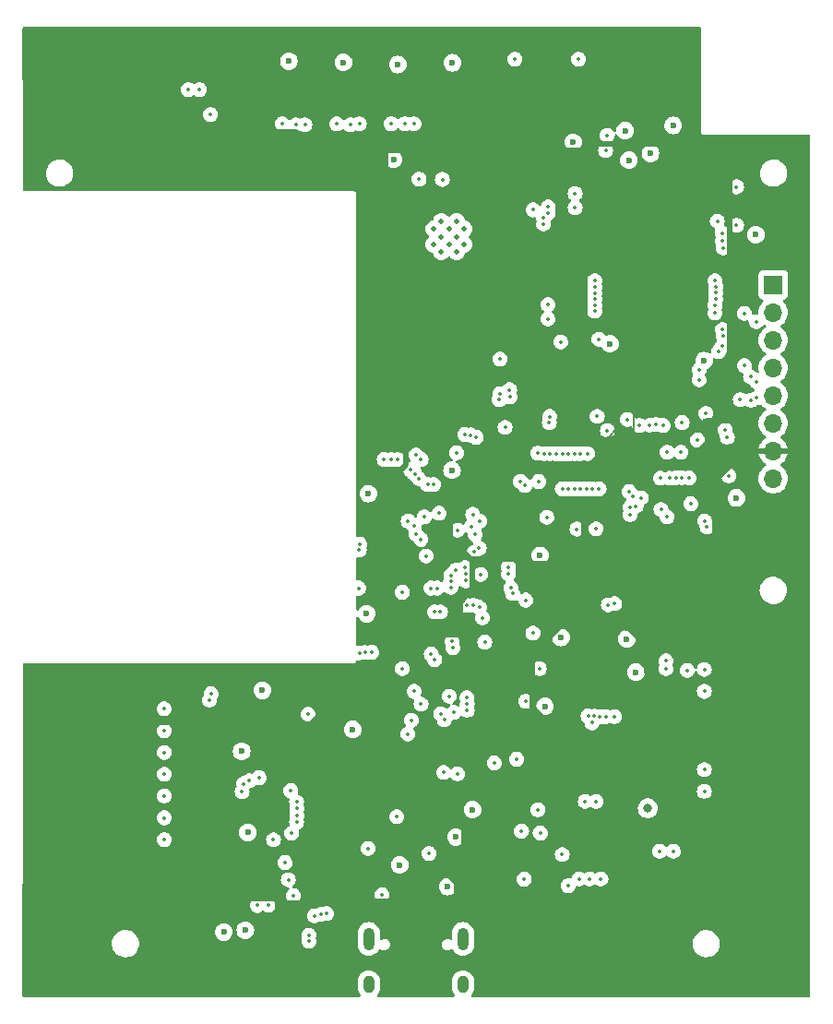
<source format=gbr>
%TF.GenerationSoftware,KiCad,Pcbnew,7.0.5*%
%TF.CreationDate,2023-10-05T13:47:36-07:00*%
%TF.ProjectId,EV9.5 Board Design,4556392e-3520-4426-9f61-726420446573,EV9*%
%TF.SameCoordinates,Original*%
%TF.FileFunction,Copper,L2,Inr*%
%TF.FilePolarity,Positive*%
%FSLAX46Y46*%
G04 Gerber Fmt 4.6, Leading zero omitted, Abs format (unit mm)*
G04 Created by KiCad (PCBNEW 7.0.5) date 2023-10-05 13:47:36*
%MOMM*%
%LPD*%
G01*
G04 APERTURE LIST*
%TA.AperFunction,ComponentPad*%
%ADD10R,1.700000X1.700000*%
%TD*%
%TA.AperFunction,ComponentPad*%
%ADD11O,1.700000X1.700000*%
%TD*%
%TA.AperFunction,ComponentPad*%
%ADD12C,0.500000*%
%TD*%
%TA.AperFunction,ComponentPad*%
%ADD13O,1.000000X2.100000*%
%TD*%
%TA.AperFunction,ComponentPad*%
%ADD14O,1.000000X1.600000*%
%TD*%
%TA.AperFunction,ViaPad*%
%ADD15C,0.600000*%
%TD*%
%TA.AperFunction,ViaPad*%
%ADD16C,0.350000*%
%TD*%
%TA.AperFunction,ViaPad*%
%ADD17C,0.800000*%
%TD*%
%TA.AperFunction,Conductor*%
%ADD18C,0.500000*%
%TD*%
%TA.AperFunction,Conductor*%
%ADD19C,0.200000*%
%TD*%
%TA.AperFunction,Conductor*%
%ADD20C,0.127000*%
%TD*%
%TA.AperFunction,Conductor*%
%ADD21C,0.250000*%
%TD*%
G04 APERTURE END LIST*
D10*
%TO.N,/DISP_BL*%
%TO.C,J4*%
X183087500Y-79885000D03*
D11*
%TO.N,/DISP_RSTR*%
X183087500Y-82425000D03*
%TO.N,/DISP_DC*%
X183087500Y-84965000D03*
%TO.N,/DISP_CS*%
X183087500Y-87505000D03*
%TO.N,/DISP_SPI_SCK*%
X183087500Y-90045000D03*
%TO.N,/DISP_SPI_MOSI*%
X183087500Y-92585000D03*
%TO.N,GND*%
X183087500Y-95125000D03*
%TO.N,/VIN*%
X183087500Y-97665000D03*
%TD*%
D12*
%TO.N,N/C*%
%TO.C,U11*%
X151925000Y-74760000D03*
X151925000Y-76160000D03*
X152625000Y-74060000D03*
X152625000Y-75460000D03*
X152625000Y-76860000D03*
X153325000Y-74760000D03*
X153325000Y-76160000D03*
X154025000Y-74060000D03*
X154025000Y-75460000D03*
X154025000Y-76860000D03*
X154725000Y-74760000D03*
X154725000Y-76160000D03*
%TD*%
D13*
%TO.N,unconnected-(J9-SHIELD-PadS1)*%
%TO.C,J9*%
X145967500Y-139916000D03*
D14*
X145967500Y-144096000D03*
D13*
X154607500Y-139916000D03*
D14*
X154607500Y-144096000D03*
%TD*%
D15*
%TO.N,+BATT*%
X144500000Y-120700000D03*
X136200000Y-117100000D03*
%TO.N,GND*%
X146500000Y-120800000D03*
D16*
%TO.N,/UI_SWDIO*%
X149052869Y-115108394D03*
%TO.N,/UI_SDA*%
X145905559Y-131605559D03*
D15*
%TO.N,Net-(D10-K)*%
X173910000Y-65250000D03*
X132660000Y-139270000D03*
D16*
%TO.N,/UI_DBG4*%
X145092974Y-104227044D03*
%TO.N,/UI_DBG3*%
X145140000Y-103680000D03*
X145095541Y-113668944D03*
%TO.N,/UI_DBG4*%
X145643910Y-113633664D03*
%TO.N,Net-(U1-PA12)*%
X145040000Y-107720000D03*
X146220287Y-113595000D03*
X138280000Y-132910000D03*
X139039500Y-135951500D03*
%TO.N,/UI_SCL*%
X153679500Y-113180000D03*
%TO.N,/UI_STAT*%
X172732224Y-97630500D03*
X173608724Y-97631867D03*
X160289115Y-98304115D03*
X161560000Y-97938000D03*
X155745287Y-102805287D03*
%TO.N,/MGMT_BOOT*%
X179028417Y-97417261D03*
X178872000Y-93860000D03*
X165260000Y-134404500D03*
X178429000Y-75861713D03*
X170490092Y-100207932D03*
D15*
%TO.N,+3.3VA*%
X169637500Y-112375000D03*
X163607500Y-112245000D03*
X170487500Y-115435000D03*
X161688500Y-104725500D03*
D16*
%TO.N,+3.3V*%
X165075500Y-102300000D03*
X156610000Y-112670000D03*
D15*
X164716000Y-66806500D03*
D16*
X173352000Y-101175500D03*
X161495000Y-128065000D03*
D15*
X148237000Y-68375000D03*
X162137500Y-118575000D03*
D17*
X171574000Y-127925000D03*
D15*
X155492500Y-128050000D03*
X148637500Y-59665000D03*
D16*
X166446962Y-120075538D03*
X161700000Y-130190000D03*
X162294936Y-101214500D03*
D15*
X181480000Y-75282500D03*
D16*
X160237500Y-134425000D03*
D15*
X138627500Y-59345000D03*
D16*
X167870000Y-93260000D03*
X135727878Y-136838556D03*
D15*
X134637500Y-139115000D03*
X176737000Y-86837500D03*
X143637500Y-59465000D03*
X145768287Y-110070000D03*
X153637500Y-59505000D03*
D16*
X176137500Y-94125000D03*
X166837500Y-102275000D03*
D15*
X145920000Y-99050000D03*
D16*
X169937500Y-100975000D03*
D15*
X153600000Y-96900000D03*
D16*
X136757500Y-136799500D03*
D15*
%TO.N,VBUS*%
X153197500Y-135115000D03*
X148800000Y-133125000D03*
X134300000Y-122700000D03*
D16*
X159987500Y-130025000D03*
D15*
%TO.N,GND*%
X175700000Y-89795000D03*
D16*
X149921225Y-133974500D03*
D15*
X154737500Y-128835000D03*
X169649706Y-111417206D03*
X146617500Y-136495000D03*
X162027997Y-119574503D03*
X151570500Y-127985023D03*
X169635000Y-103875000D03*
X148200000Y-88010000D03*
X125738000Y-132793750D03*
X181267500Y-95125000D03*
D17*
X164716000Y-126992000D03*
D15*
X171457500Y-115335000D03*
D16*
X167880000Y-93930000D03*
D15*
X171427500Y-136495000D03*
D16*
X179157500Y-71366000D03*
D15*
X154871898Y-96928102D03*
D16*
X170270000Y-95130000D03*
D15*
X138272313Y-139748000D03*
X140800000Y-67387500D03*
D16*
X156525500Y-129975000D03*
D15*
X141500000Y-132700000D03*
X164600000Y-104900000D03*
D16*
X135772500Y-131540000D03*
D15*
X145170000Y-112000000D03*
X181480000Y-77208000D03*
D17*
X180464000Y-128262000D03*
D15*
X140600000Y-120700000D03*
X159500000Y-104900000D03*
D16*
X155680000Y-114300000D03*
D15*
X140800000Y-116563000D03*
D16*
X127124000Y-64254000D03*
D15*
X167087500Y-89785000D03*
X165938378Y-101141541D03*
X165986000Y-67599500D03*
X146900000Y-97725000D03*
X147500000Y-67500000D03*
X154037500Y-136245000D03*
X161087500Y-114095000D03*
X138100000Y-116600000D03*
X137300000Y-120010000D03*
D16*
X175288000Y-95875000D03*
D15*
X176887000Y-92448000D03*
X172291250Y-109071250D03*
X152887500Y-134038000D03*
X165077500Y-110575000D03*
%TO.N,/VIN*%
X168100000Y-85300000D03*
X153957500Y-130555000D03*
X169837500Y-68435000D03*
X179717500Y-99450000D03*
D16*
%TO.N,/UI_SDA*%
X140462000Y-139565000D03*
X153610000Y-112624500D03*
X153327000Y-117631830D03*
%TO.N,/UI_SCL*%
X140462000Y-140114503D03*
X148538000Y-128700000D03*
X153765000Y-119130000D03*
%TO.N,/MCLK*%
X166098551Y-119450538D03*
X161029141Y-111844115D03*
X164831735Y-98611500D03*
X173352000Y-95242000D03*
X160363000Y-108824500D03*
X156249542Y-106456047D03*
X161480098Y-95329277D03*
%TO.N,/MGMT_NRST*%
X172787500Y-100500500D03*
X179722000Y-74414000D03*
X175197500Y-115265000D03*
X163717500Y-132165500D03*
X179722000Y-70891500D03*
X164247500Y-135035000D03*
X159382000Y-59174000D03*
X165224000Y-59174000D03*
X178473000Y-76500000D03*
%TO.N,/IN_3*%
X154994000Y-118923000D03*
X142087500Y-137595000D03*
X160357787Y-118100000D03*
X161612000Y-115115000D03*
%TO.N,/NET_RST*%
X166032500Y-95370000D03*
X161035000Y-73000000D03*
X150583839Y-70183839D03*
X152715713Y-70215713D03*
%TO.N,/UI_RST*%
X164282232Y-98611500D03*
X158800000Y-106400000D03*
%TO.N,/MIC_P*%
X140997500Y-137795000D03*
X154968365Y-117779800D03*
%TO.N,/LEDA_R*%
X174156692Y-97590822D03*
X148013000Y-65100000D03*
%TO.N,/DISP_BL*%
X150548204Y-97651087D03*
X177813367Y-80065838D03*
X153494000Y-106535401D03*
X166700000Y-80077145D03*
%TO.N,/DISP_RSTR*%
X181527500Y-83275000D03*
X181527500Y-88755000D03*
X177764713Y-81735287D03*
X166700000Y-81750497D03*
%TO.N,/LEDA_G*%
X174706194Y-97589729D03*
X149262000Y-65100000D03*
%TO.N,/LEDA_B*%
X150100000Y-65100000D03*
X175331261Y-97595369D03*
%TO.N,/KB_COL3*%
X149559500Y-121104643D03*
X138800000Y-126307000D03*
X152889000Y-119800000D03*
X159159925Y-108217153D03*
%TO.N,/KB_COL4*%
X159000000Y-107691437D03*
X152562000Y-119259001D03*
%TO.N,/DISP_DC*%
X166700000Y-80626644D03*
X177796668Y-80615087D03*
%TO.N,/DISP_CS*%
X150182077Y-97241326D03*
X180447500Y-87305000D03*
X177759286Y-79519004D03*
X180437109Y-82512104D03*
X151070993Y-101179806D03*
X166700000Y-79500000D03*
%TO.N,/DISP_SPI_SCK*%
X166700000Y-82300000D03*
X177734779Y-82479257D03*
%TO.N,/DISP_SPI_MOSI*%
X181562911Y-90264103D03*
X177813193Y-81164341D03*
X180997500Y-88327000D03*
X166700000Y-81200994D03*
%TO.N,/NET_TX0_MGMT*%
X166832002Y-127300500D03*
X178438038Y-83989536D03*
X164830634Y-95382208D03*
X178392500Y-75126500D03*
X178065000Y-86000000D03*
X167850000Y-66170000D03*
X164900000Y-71500000D03*
X162438000Y-72743625D03*
%TO.N,/KB_MIC*%
X149793497Y-96852792D03*
D15*
X134857500Y-130145000D03*
D16*
%TO.N,/NET_RX0_MGMT*%
X167100000Y-98611500D03*
X165832002Y-127300500D03*
X178473000Y-84574000D03*
X169858336Y-98862323D03*
X164281276Y-95394775D03*
X178432000Y-85465000D03*
X162438000Y-73293128D03*
X164900000Y-72800000D03*
X167704963Y-67564463D03*
X177954500Y-74040000D03*
%TO.N,/KB_ROW5*%
X139338367Y-129196376D03*
X151208392Y-104762595D03*
%TO.N,/KB_ROW1*%
X134338500Y-126410414D03*
X149580000Y-101568500D03*
%TO.N,/KB_ROW2*%
X134993235Y-125394183D03*
X150139063Y-102020937D03*
%TO.N,/KB_ROW3*%
X150310000Y-102760000D03*
X139338232Y-127338232D03*
%TO.N,/MIC_N*%
X154994000Y-118373592D03*
X141543070Y-137669494D03*
%TO.N,/KB_ROW4*%
X150750000Y-103240000D03*
X139357658Y-128557659D03*
%TO.N,/KB_ROW6*%
X151695000Y-113764883D03*
X138902308Y-130200000D03*
%TO.N,/KB_ROW7*%
X137217500Y-130825000D03*
X152022000Y-114280000D03*
%TO.N,/LEDB_R*%
X158478724Y-92977000D03*
X154771873Y-93625025D03*
X175513000Y-99975500D03*
X138013000Y-65100000D03*
%TO.N,/LEDB_G*%
X155319389Y-93665912D03*
X139262000Y-65200000D03*
%TO.N,Net-(D11-K)*%
X138579500Y-134479500D03*
X140400000Y-119300000D03*
X147190000Y-135870500D03*
X151508000Y-132072000D03*
%TO.N,/LEDB_B*%
X155825500Y-93879932D03*
X140100000Y-65200000D03*
%TO.N,/SPK_LN*%
X176762000Y-117195000D03*
X173237500Y-115105000D03*
%TO.N,/SPK_LP*%
X176762000Y-115175000D03*
X173247500Y-114395000D03*
%TO.N,/HP_R*%
X168533334Y-109146500D03*
X176762000Y-124375000D03*
%TO.N,/HP_L*%
X167947500Y-109255000D03*
X176762000Y-126375000D03*
%TO.N,/KB_COL5*%
X150764000Y-118369744D03*
X139357658Y-127938232D03*
%TO.N,/KB_COL2*%
X149879287Y-119841287D03*
X135889344Y-125117500D03*
D15*
%TO.N,Net-(J15-Pin_2)*%
X169487500Y-65725000D03*
X171817500Y-67835000D03*
D16*
%TO.N,/BTN_RST*%
X169951773Y-100318227D03*
X165381153Y-98619980D03*
X162038463Y-95369830D03*
X131442000Y-64254000D03*
%TO.N,/BTN_UI*%
X166490792Y-98611500D03*
X170220000Y-99295000D03*
X162000000Y-73750497D03*
X163731808Y-95388692D03*
%TO.N,/BTN_NET*%
X165930655Y-98620082D03*
X129410000Y-61968000D03*
X163182486Y-95402752D03*
X170987213Y-99442787D03*
X130426000Y-61968000D03*
X162000000Y-74300000D03*
%TO.N,/KB_COL1*%
X150110000Y-117200000D03*
X134491860Y-125668536D03*
%TO.N,/UI_BOOT*%
X152541919Y-109905499D03*
X150762000Y-95900000D03*
X157938000Y-90427000D03*
X162587906Y-95377906D03*
%TO.N,/UI_DBG1*%
X127168000Y-118800000D03*
X151912000Y-98210000D03*
%TO.N,/UI_LED_B*%
X151992417Y-109905988D03*
X145100000Y-65100000D03*
X153932000Y-106080000D03*
X154808861Y-105833361D03*
%TO.N,/NET_STAT*%
X174725500Y-92515962D03*
X158000000Y-86700000D03*
X162560000Y-91970000D03*
X174622000Y-95242000D03*
%TO.N,/UI_LED_G*%
X156100000Y-104050000D03*
X144262000Y-65200000D03*
%TO.N,/UI_TX1_MGMT*%
X153494000Y-107633929D03*
X154845500Y-107034396D03*
X152237350Y-107721367D03*
X177010000Y-102120000D03*
%TO.N,/UI_RX1_MGMT*%
X153478110Y-107084656D03*
X176780000Y-101550000D03*
X154845500Y-106415607D03*
X151687848Y-107721868D03*
%TO.N,/NET_BOOT*%
X167098500Y-84868934D03*
X165380000Y-95370000D03*
X163575787Y-85124213D03*
%TO.N,/UI_LED_R*%
X159892747Y-97923530D03*
X158800000Y-105800000D03*
X143013000Y-65120000D03*
X163732729Y-98611500D03*
%TO.N,/UI_DBG2*%
X151362621Y-98198360D03*
X127200000Y-120800000D03*
%TO.N,/UI_DBG3*%
X127200000Y-122800000D03*
X131490000Y-117412839D03*
%TO.N,/UI_DBG4*%
X127200000Y-124800000D03*
X131330000Y-117990000D03*
%TO.N,/MGMT_DBG7*%
X127200000Y-130800000D03*
X147374933Y-95904933D03*
X162534935Y-92518931D03*
X166929713Y-91959713D03*
X158884993Y-89515007D03*
X171757500Y-92765000D03*
%TO.N,/NET_DBG5*%
X158014569Y-89882858D03*
X162400000Y-83000000D03*
X127200000Y-126800000D03*
X148619352Y-95920983D03*
%TO.N,/NET_DBG6*%
X127200000Y-128800000D03*
X148004190Y-95922909D03*
X158925279Y-90174720D03*
X162400000Y-81700000D03*
%TO.N,/MGMT_SWDIO*%
X176275500Y-88595000D03*
X180057500Y-90415000D03*
X170807500Y-92787000D03*
X166237500Y-134405000D03*
%TO.N,/MGMT_SWCLK*%
X176275500Y-87685745D03*
X181055237Y-90474389D03*
X167267500Y-134405000D03*
X169700000Y-92230500D03*
%TO.N,/I2S_DACLRC*%
X155578859Y-109295000D03*
X167192939Y-119538388D03*
X155662000Y-104400500D03*
X152413000Y-100852306D03*
%TO.N,/UI_SWDIO*%
X172660573Y-131870000D03*
X149058787Y-108091787D03*
X173920000Y-131870000D03*
%TO.N,/UI_TX1_NET*%
X155385218Y-102054778D03*
X156140000Y-101570000D03*
%TO.N,/BOOT1*%
X154028212Y-95300000D03*
X150300000Y-95500000D03*
%TO.N,/UI_RX1_NET*%
X155509403Y-100944932D03*
X154128152Y-102390380D03*
%TO.N,/I2S_BCLK*%
X154959979Y-109295000D03*
X166647709Y-119469995D03*
%TO.N,/I2S_ADCDAT*%
X168527500Y-119515000D03*
X156120000Y-109490000D03*
%TO.N,/I2S_DACDAT*%
X167741086Y-119499818D03*
X156399308Y-110443192D03*
%TO.N,/USB_TX1_MGMT*%
X152817500Y-124635000D03*
X172336000Y-92702000D03*
X176908000Y-91686000D03*
X159527500Y-123417000D03*
%TO.N,/USB_RX1_MGMT*%
X178683000Y-93210000D03*
X154097500Y-124765000D03*
X172972781Y-92789278D03*
X157486000Y-123757000D03*
%TD*%
D18*
%TO.N,GND*%
X146500000Y-120800000D02*
X146500000Y-115820000D01*
X147240000Y-115820000D02*
X146500000Y-115820000D01*
X146500000Y-115820000D02*
X125307500Y-115820000D01*
X139910000Y-120010000D02*
X137300000Y-120010000D01*
X140600000Y-120700000D02*
X139910000Y-120010000D01*
X141325000Y-117088000D02*
X140800000Y-116563000D01*
X141325000Y-119558884D02*
X141325000Y-117088000D01*
X140600000Y-120700000D02*
X140600000Y-120283884D01*
X140600000Y-120283884D02*
X141325000Y-119558884D01*
X141500000Y-136495000D02*
X141500000Y-132700000D01*
X141025000Y-67525000D02*
X143787500Y-67525000D01*
X139325000Y-65825000D02*
X141025000Y-67525000D01*
X128695000Y-65825000D02*
X139325000Y-65825000D01*
X127124000Y-64254000D02*
X128695000Y-65825000D01*
X140937500Y-67526000D02*
X140938000Y-67525500D01*
X125307500Y-115820000D02*
X125287500Y-115800000D01*
X125287500Y-115800000D02*
X125287500Y-120200000D01*
X147540000Y-112010000D02*
X147540000Y-115520000D01*
X147530000Y-112000000D02*
X154730000Y-112000000D01*
X147530000Y-112000000D02*
X147540000Y-112010000D01*
X147540000Y-115520000D02*
X147240000Y-115820000D01*
X145170000Y-112000000D02*
X147530000Y-112000000D01*
X149376203Y-96386203D02*
X148504113Y-97258293D01*
X149376203Y-89186203D02*
X149376203Y-96386203D01*
X148200000Y-88010000D02*
X149376203Y-89186203D01*
X148504113Y-97258293D02*
X148504113Y-97725000D01*
X159375000Y-105025000D02*
X159500000Y-104900000D01*
X155163058Y-104916942D02*
X155271116Y-105025000D01*
X155271116Y-105025000D02*
X159375000Y-105025000D01*
X154334979Y-109036116D02*
X154334979Y-111604979D01*
X155490000Y-105243884D02*
X155490000Y-107881095D01*
X154334979Y-111604979D02*
X154730000Y-112000000D01*
X153475000Y-103228884D02*
X155490000Y-105243884D01*
X153475000Y-100447500D02*
X153475000Y-103228884D01*
X153580000Y-100342500D02*
X153475000Y-100447500D01*
X153037500Y-99800000D02*
X153580000Y-100342500D01*
X155490000Y-107881095D02*
X154334979Y-109036116D01*
X137762500Y-136650000D02*
X137607500Y-136495000D01*
X141345000Y-136650000D02*
X137762500Y-136650000D01*
X141500000Y-136495000D02*
X141345000Y-136650000D01*
X155680000Y-112950000D02*
X154730000Y-112000000D01*
X155680000Y-114300000D02*
X155680000Y-112950000D01*
X150579113Y-99800000D02*
X153037500Y-99800000D01*
X148504113Y-97725000D02*
X150579113Y-99800000D01*
X146900000Y-97725000D02*
X148504113Y-97725000D01*
X179267500Y-136495000D02*
X171427500Y-136495000D01*
X180587500Y-135175000D02*
X179267500Y-136495000D01*
X180587500Y-128375000D02*
X180587500Y-135175000D01*
X177700000Y-97862500D02*
X177700000Y-125487500D01*
X180437500Y-95125000D02*
X177700000Y-97862500D01*
X177700000Y-125487500D02*
X180587500Y-128375000D01*
X181237500Y-95125000D02*
X180437500Y-95125000D01*
X165938378Y-101141541D02*
X165700000Y-101379919D01*
D19*
X170270000Y-89800000D02*
X170265000Y-89795000D01*
D18*
X162657500Y-126942918D02*
X163427500Y-127712918D01*
X180687500Y-95125000D02*
X180587500Y-95025000D01*
D19*
X168795000Y-93015000D02*
X167880000Y-93930000D01*
D18*
X162137500Y-119574503D02*
X162657500Y-120094503D01*
X154037500Y-136245000D02*
X154037500Y-136275000D01*
X154871898Y-96928102D02*
X155000000Y-97056204D01*
X125287500Y-120200000D02*
X125477500Y-120010000D01*
X147568500Y-67556000D02*
X147538000Y-67525500D01*
X151570500Y-127985023D02*
X153898023Y-127985023D01*
X154737500Y-98100000D02*
X153037500Y-99800000D01*
X160075000Y-105475000D02*
X164025000Y-105475000D01*
D20*
X135497500Y-131815000D02*
X135497500Y-136315000D01*
D18*
X160987500Y-114225000D02*
X161087500Y-114125000D01*
X164185418Y-110575000D02*
X161087500Y-113672918D01*
X183087500Y-95125000D02*
X181267500Y-95125000D01*
X172291250Y-109071250D02*
X172887500Y-108475000D01*
X176887000Y-92448000D02*
X176960000Y-92375000D01*
X164887500Y-110575000D02*
X165077500Y-110575000D01*
X164716000Y-126992000D02*
X164148418Y-126992000D01*
X160987500Y-118627082D02*
X160987500Y-114225000D01*
X147474500Y-67525500D02*
X140938000Y-67525500D01*
X137607500Y-136495000D02*
X137287500Y-136175000D01*
X163427500Y-129225000D02*
X170017500Y-135815000D01*
X159500000Y-104900000D02*
X160075000Y-105475000D01*
X147500000Y-67500000D02*
X147474500Y-67525500D01*
X177777500Y-66915000D02*
X179097500Y-68235000D01*
X153817500Y-136495000D02*
X150057500Y-136495000D01*
X155000000Y-97056204D02*
X155000000Y-98100000D01*
D20*
X135772500Y-131540000D02*
X135497500Y-131815000D01*
D18*
X164887500Y-110575000D02*
X164185418Y-110575000D01*
X165942500Y-67556000D02*
X147568500Y-67556000D01*
X155000000Y-98100000D02*
X154737500Y-98100000D01*
D19*
X168795000Y-89795000D02*
X168795000Y-93015000D01*
D18*
X125477500Y-120010000D02*
X137300000Y-120010000D01*
X150057500Y-136495000D02*
X146617500Y-136495000D01*
X162027997Y-119574503D02*
X161934921Y-119574503D01*
X125287500Y-132343250D02*
X125287500Y-120200000D01*
D21*
X181480000Y-77208000D02*
X179097500Y-77208000D01*
D18*
X154037500Y-136275000D02*
X153817500Y-136495000D01*
X147487500Y-87297500D02*
X147487500Y-67576000D01*
X147512500Y-67500000D02*
X147538000Y-67525500D01*
X153302582Y-134038000D02*
X154037500Y-134772918D01*
X169690033Y-111376879D02*
X169985621Y-111376879D01*
X168795000Y-89795000D02*
X167217500Y-89795000D01*
X165986000Y-67599500D02*
X166670500Y-66915000D01*
X170487500Y-103875000D02*
X169635000Y-103875000D01*
D20*
X155888000Y-129975000D02*
X154737500Y-128824500D01*
D18*
X170017500Y-135815000D02*
X170017500Y-136495000D01*
X147500000Y-67500000D02*
X147512500Y-67500000D01*
X147487500Y-67576000D02*
X147538000Y-67525500D01*
X175700000Y-89795000D02*
X170265000Y-89795000D01*
X178927500Y-89795000D02*
X179097500Y-89625000D01*
X161087500Y-113672918D02*
X161087500Y-114095000D01*
X169985621Y-111376879D02*
X170762500Y-110600000D01*
D20*
X149921225Y-133974500D02*
X149921225Y-136358725D01*
D18*
X164148418Y-126992000D02*
X163427500Y-127712918D01*
X126106250Y-132793750D02*
X129547500Y-136235000D01*
X172887500Y-108475000D02*
X172887500Y-106275000D01*
X169635000Y-103875000D02*
X165625000Y-103875000D01*
X129547500Y-136235000D02*
X135567500Y-136235000D01*
X170737500Y-110575000D02*
X170762500Y-110600000D01*
X172887500Y-106275000D02*
X170487500Y-103875000D01*
X154737500Y-134072918D02*
X154037500Y-134772918D01*
X154737500Y-128824500D02*
X154737500Y-128835000D01*
X135567500Y-136235000D02*
X135637500Y-136165000D01*
X140800000Y-67387500D02*
X140938000Y-67525500D01*
X170017500Y-136495000D02*
X153817500Y-136495000D01*
X138272313Y-139748000D02*
X137637500Y-139113187D01*
X180587500Y-92325000D02*
X180587500Y-95025000D01*
X181267500Y-95125000D02*
X180687500Y-95125000D01*
X161934921Y-119574503D02*
X160987500Y-118627082D01*
X164025000Y-105475000D02*
X164600000Y-104900000D01*
X171457500Y-112992918D02*
X169841461Y-111376879D01*
X163427500Y-127712918D02*
X163427500Y-129225000D01*
X179097500Y-89625000D02*
X179097500Y-90835000D01*
X166670500Y-66915000D02*
X177777500Y-66915000D01*
D20*
X156525500Y-129975000D02*
X155888000Y-129975000D01*
D18*
X180537500Y-92375000D02*
X180587500Y-92325000D01*
X176960000Y-92375000D02*
X180537500Y-92375000D01*
D20*
X176887000Y-94313831D02*
X175325831Y-95875000D01*
D18*
X125738000Y-132793750D02*
X126106250Y-132793750D01*
X153898023Y-127985023D02*
X154737500Y-128824500D01*
X125738000Y-132793750D02*
X125287500Y-132343250D01*
X171457500Y-115335000D02*
X171457500Y-112992918D01*
X179097500Y-77208000D02*
X179097500Y-89625000D01*
X175700000Y-89795000D02*
X178927500Y-89795000D01*
X179097500Y-90835000D02*
X180587500Y-92325000D01*
X154737500Y-128835000D02*
X154737500Y-134072918D01*
X165986000Y-67599500D02*
X165942500Y-67556000D01*
D20*
X176887000Y-92448000D02*
X176887000Y-94313831D01*
D18*
X170762500Y-110600000D02*
X172291250Y-109071250D01*
X162657500Y-120094503D02*
X162657500Y-126942918D01*
X137287500Y-136175000D02*
X135637500Y-136175000D01*
X171427500Y-136495000D02*
X171417500Y-136495000D01*
X165700000Y-101379919D02*
X165700000Y-103875000D01*
X170265000Y-89795000D02*
X168795000Y-89795000D01*
D20*
X175325831Y-95875000D02*
X175288000Y-95875000D01*
D18*
X179097500Y-68235000D02*
X179097500Y-77208000D01*
X137637500Y-136525000D02*
X137607500Y-136495000D01*
X137637500Y-139113187D02*
X137637500Y-136525000D01*
D19*
X170270000Y-95130000D02*
X170270000Y-89800000D01*
D18*
X146617500Y-136495000D02*
X141500000Y-136495000D01*
X162137500Y-119574503D02*
X162027997Y-119574503D01*
X165077500Y-110575000D02*
X170737500Y-110575000D01*
X154037500Y-134772918D02*
X154037500Y-136245000D01*
X138100000Y-116600000D02*
X138100000Y-119210000D01*
X161087500Y-114095000D02*
X161087500Y-114125000D01*
D20*
X149921225Y-136358725D02*
X150057500Y-136495000D01*
D18*
X138100000Y-119210000D02*
X137300000Y-120010000D01*
X152887500Y-134038000D02*
X153302582Y-134038000D01*
X171417500Y-136495000D02*
X170017500Y-136495000D01*
X148200000Y-88010000D02*
X147487500Y-87297500D01*
X165625000Y-103875000D02*
X164600000Y-104900000D01*
%TD*%
%TA.AperFunction,Conductor*%
%TO.N,GND*%
G36*
X176429121Y-56245502D02*
G01*
X176475614Y-56299158D01*
X176487000Y-56351499D01*
X176487000Y-65839237D01*
X176487000Y-65930763D01*
X176490896Y-65938854D01*
X176500211Y-65965475D01*
X176502210Y-65974231D01*
X176502211Y-65974232D01*
X176507804Y-65981245D01*
X176522817Y-66005136D01*
X176526712Y-66013224D01*
X176533729Y-66018820D01*
X176553680Y-66038771D01*
X176559276Y-66045788D01*
X176567363Y-66049682D01*
X176591249Y-66064692D01*
X176598269Y-66070290D01*
X176607021Y-66072287D01*
X176633649Y-66081605D01*
X176641737Y-66085500D01*
X176664910Y-66085500D01*
X186361000Y-66085500D01*
X186429121Y-66105502D01*
X186475614Y-66159158D01*
X186487000Y-66211500D01*
X186487000Y-145108500D01*
X186466998Y-145176621D01*
X186413342Y-145223114D01*
X186361000Y-145234500D01*
X155490406Y-145234500D01*
X155422285Y-145214498D01*
X155375792Y-145160842D01*
X155365688Y-145090568D01*
X155393007Y-145028566D01*
X155401954Y-145017663D01*
X155450095Y-144959004D01*
X155543741Y-144783804D01*
X155601408Y-144593701D01*
X155616000Y-144445547D01*
X155616000Y-143746453D01*
X155601408Y-143598299D01*
X155543741Y-143408196D01*
X155450095Y-143232996D01*
X155324068Y-143079432D01*
X155170504Y-142953405D01*
X154995304Y-142859759D01*
X154805201Y-142802092D01*
X154805200Y-142802091D01*
X154805194Y-142802090D01*
X154607503Y-142782620D01*
X154607497Y-142782620D01*
X154409805Y-142802090D01*
X154219695Y-142859759D01*
X154044495Y-142953405D01*
X153890932Y-143079432D01*
X153764905Y-143232995D01*
X153671259Y-143408195D01*
X153613590Y-143598305D01*
X153599000Y-143746446D01*
X153599000Y-144445553D01*
X153613590Y-144593694D01*
X153671259Y-144783804D01*
X153764905Y-144959004D01*
X153821993Y-145028566D01*
X153849747Y-145093914D01*
X153837765Y-145163892D01*
X153789853Y-145216284D01*
X153724594Y-145234500D01*
X146850406Y-145234500D01*
X146782285Y-145214498D01*
X146735792Y-145160842D01*
X146725688Y-145090568D01*
X146753007Y-145028566D01*
X146761954Y-145017663D01*
X146810095Y-144959004D01*
X146903741Y-144783804D01*
X146961408Y-144593701D01*
X146976000Y-144445547D01*
X146976000Y-143746453D01*
X146961408Y-143598299D01*
X146903741Y-143408196D01*
X146810095Y-143232996D01*
X146684068Y-143079432D01*
X146530504Y-142953405D01*
X146355304Y-142859759D01*
X146165201Y-142802092D01*
X146165200Y-142802091D01*
X146165194Y-142802090D01*
X145967503Y-142782620D01*
X145967497Y-142782620D01*
X145769805Y-142802090D01*
X145579695Y-142859759D01*
X145404495Y-142953405D01*
X145250932Y-143079432D01*
X145124905Y-143232995D01*
X145031259Y-143408195D01*
X144973590Y-143598305D01*
X144959000Y-143746446D01*
X144959000Y-144445553D01*
X144973590Y-144593694D01*
X145031259Y-144783804D01*
X145124905Y-144959004D01*
X145181993Y-145028566D01*
X145209747Y-145093914D01*
X145197765Y-145163892D01*
X145149853Y-145216284D01*
X145084594Y-145234500D01*
X114314132Y-145234500D01*
X114246011Y-145214498D01*
X114199518Y-145160842D01*
X114188132Y-145108449D01*
X114190028Y-140401330D01*
X122383210Y-140401330D01*
X122400475Y-140528791D01*
X122413425Y-140624390D01*
X122482984Y-140838467D01*
X122589644Y-141036675D01*
X122589648Y-141036682D01*
X122662333Y-141127825D01*
X122729992Y-141212666D01*
X122899504Y-141360765D01*
X123092736Y-141476215D01*
X123303476Y-141555307D01*
X123303478Y-141555307D01*
X123303480Y-141555308D01*
X123436729Y-141579489D01*
X123524953Y-141595500D01*
X123524954Y-141595500D01*
X123693649Y-141595500D01*
X123693655Y-141595500D01*
X123851259Y-141581315D01*
X123861689Y-141580377D01*
X123861689Y-141580376D01*
X124037007Y-141531991D01*
X124078667Y-141520494D01*
X124078667Y-141520493D01*
X124078670Y-141520493D01*
X124281473Y-141422829D01*
X124463578Y-141290522D01*
X124619132Y-141127825D01*
X124743135Y-140939968D01*
X124831603Y-140732988D01*
X124881691Y-140513537D01*
X124891790Y-140288670D01*
X124868198Y-140114506D01*
X139773480Y-140114506D01*
X139793485Y-140279274D01*
X139852347Y-140434477D01*
X139946633Y-140571073D01*
X139946632Y-140571073D01*
X139946634Y-140571075D01*
X139946635Y-140571076D01*
X140070876Y-140681144D01*
X140217847Y-140758280D01*
X140379008Y-140798003D01*
X140379009Y-140798003D01*
X140544991Y-140798003D01*
X140544992Y-140798003D01*
X140706153Y-140758280D01*
X140853124Y-140681144D01*
X140977365Y-140571076D01*
X141015690Y-140515553D01*
X144959000Y-140515553D01*
X144973590Y-140663694D01*
X144973591Y-140663700D01*
X144973592Y-140663701D01*
X145031259Y-140853804D01*
X145124905Y-141029004D01*
X145250932Y-141182568D01*
X145404496Y-141308595D01*
X145579696Y-141402241D01*
X145769799Y-141459908D01*
X145769803Y-141459908D01*
X145769805Y-141459909D01*
X145967497Y-141479380D01*
X145967500Y-141479380D01*
X145967503Y-141479380D01*
X146165194Y-141459909D01*
X146165195Y-141459908D01*
X146165201Y-141459908D01*
X146355304Y-141402241D01*
X146530504Y-141308595D01*
X146684068Y-141182568D01*
X146810095Y-141029004D01*
X146878504Y-140901018D01*
X146928256Y-140850370D01*
X146997492Y-140834660D01*
X147054048Y-140855181D01*
X147055381Y-140852991D01*
X147186172Y-140932526D01*
X147325270Y-140971500D01*
X147325272Y-140971500D01*
X147433449Y-140971500D01*
X147433462Y-140971499D01*
X147515798Y-140960181D01*
X147540611Y-140956771D01*
X147673109Y-140899219D01*
X147785165Y-140808054D01*
X147868471Y-140690037D01*
X147916846Y-140553921D01*
X147921752Y-140482197D01*
X152648296Y-140482197D01*
X152677686Y-140623636D01*
X152744145Y-140751893D01*
X152744147Y-140751896D01*
X152842742Y-140857467D01*
X152842744Y-140857468D01*
X152842745Y-140857469D01*
X152898173Y-140891175D01*
X152966172Y-140932526D01*
X153105270Y-140971500D01*
X153105272Y-140971500D01*
X153213449Y-140971500D01*
X153213462Y-140971499D01*
X153295798Y-140960181D01*
X153320611Y-140956771D01*
X153453109Y-140899219D01*
X153503483Y-140858235D01*
X153568945Y-140830761D01*
X153638872Y-140843040D01*
X153691060Y-140891175D01*
X153694122Y-140896579D01*
X153764904Y-141029002D01*
X153764905Y-141029004D01*
X153890932Y-141182568D01*
X154044496Y-141308595D01*
X154219696Y-141402241D01*
X154409799Y-141459908D01*
X154409803Y-141459908D01*
X154409805Y-141459909D01*
X154607497Y-141479380D01*
X154607500Y-141479380D01*
X154607503Y-141479380D01*
X154805194Y-141459909D01*
X154805195Y-141459908D01*
X154805201Y-141459908D01*
X154995304Y-141402241D01*
X155170504Y-141308595D01*
X155324068Y-141182568D01*
X155450095Y-141029004D01*
X155543741Y-140853804D01*
X155601408Y-140663701D01*
X155616000Y-140515547D01*
X155616000Y-140401330D01*
X175683210Y-140401330D01*
X175700475Y-140528791D01*
X175713425Y-140624390D01*
X175782984Y-140838467D01*
X175889644Y-141036675D01*
X175889648Y-141036682D01*
X175962333Y-141127825D01*
X176029992Y-141212666D01*
X176199504Y-141360765D01*
X176392736Y-141476215D01*
X176603476Y-141555307D01*
X176603478Y-141555307D01*
X176603480Y-141555308D01*
X176736729Y-141579489D01*
X176824953Y-141595500D01*
X176824954Y-141595500D01*
X176993649Y-141595500D01*
X176993655Y-141595500D01*
X177151259Y-141581315D01*
X177161689Y-141580377D01*
X177161689Y-141580376D01*
X177337007Y-141531991D01*
X177378667Y-141520494D01*
X177378667Y-141520493D01*
X177378670Y-141520493D01*
X177581473Y-141422829D01*
X177763578Y-141290522D01*
X177919132Y-141127825D01*
X178043135Y-140939968D01*
X178131603Y-140732988D01*
X178181691Y-140513537D01*
X178191790Y-140288670D01*
X178161575Y-140065613D01*
X178160796Y-140063217D01*
X178133044Y-139977805D01*
X178092017Y-139851536D01*
X178061632Y-139795071D01*
X177985355Y-139653324D01*
X177985351Y-139653317D01*
X177845006Y-139477332D01*
X177675498Y-139329237D01*
X177675496Y-139329235D01*
X177482264Y-139213785D01*
X177271524Y-139134693D01*
X177271519Y-139134691D01*
X177081591Y-139100224D01*
X177050047Y-139094500D01*
X176881345Y-139094500D01*
X176850058Y-139097315D01*
X176713310Y-139109622D01*
X176713310Y-139109623D01*
X176496332Y-139169505D01*
X176293531Y-139267168D01*
X176293523Y-139267173D01*
X176111421Y-139399478D01*
X176111420Y-139399479D01*
X175955869Y-139562172D01*
X175831867Y-139750027D01*
X175831863Y-139750035D01*
X175743397Y-139957011D01*
X175743396Y-139957013D01*
X175693309Y-140176461D01*
X175693309Y-140176463D01*
X175686051Y-140338080D01*
X175683210Y-140401330D01*
X155616000Y-140401330D01*
X155616000Y-139316453D01*
X155601408Y-139168299D01*
X155543741Y-138978196D01*
X155450095Y-138802996D01*
X155324068Y-138649432D01*
X155170504Y-138523405D01*
X154995304Y-138429759D01*
X154805201Y-138372092D01*
X154805200Y-138372091D01*
X154805194Y-138372090D01*
X154607503Y-138352620D01*
X154607497Y-138352620D01*
X154409805Y-138372090D01*
X154219695Y-138429759D01*
X154044495Y-138523405D01*
X153890932Y-138649432D01*
X153764905Y-138802995D01*
X153671259Y-138978195D01*
X153613590Y-139168305D01*
X153599000Y-139316446D01*
X153599000Y-139863191D01*
X153578998Y-139931312D01*
X153525342Y-139977805D01*
X153455068Y-139987909D01*
X153407535Y-139970850D01*
X153388828Y-139959474D01*
X153388825Y-139959473D01*
X153249730Y-139920500D01*
X153249728Y-139920500D01*
X153141551Y-139920500D01*
X153141537Y-139920500D01*
X153034397Y-139935227D01*
X153034388Y-139935229D01*
X152901889Y-139992781D01*
X152789837Y-140083944D01*
X152789831Y-140083950D01*
X152706529Y-140201961D01*
X152706526Y-140201967D01*
X152658153Y-140338080D01*
X152648296Y-140482197D01*
X147921752Y-140482197D01*
X147926704Y-140409801D01*
X147897314Y-140268366D01*
X147897313Y-140268364D01*
X147897313Y-140268363D01*
X147849692Y-140176461D01*
X147830854Y-140140105D01*
X147806946Y-140114506D01*
X147732257Y-140034532D01*
X147732255Y-140034531D01*
X147608827Y-139959473D01*
X147469730Y-139920500D01*
X147469728Y-139920500D01*
X147361551Y-139920500D01*
X147361537Y-139920500D01*
X147254397Y-139935227D01*
X147254385Y-139935230D01*
X147152197Y-139979616D01*
X147081747Y-139988409D01*
X147017727Y-139957717D01*
X146980463Y-139897286D01*
X146976000Y-139864047D01*
X146976000Y-139316462D01*
X146976000Y-139316453D01*
X146961408Y-139168299D01*
X146903741Y-138978196D01*
X146810095Y-138802996D01*
X146684068Y-138649432D01*
X146530504Y-138523405D01*
X146355304Y-138429759D01*
X146165201Y-138372092D01*
X146165200Y-138372091D01*
X146165194Y-138372090D01*
X145967503Y-138352620D01*
X145967497Y-138352620D01*
X145769805Y-138372090D01*
X145579695Y-138429759D01*
X145404495Y-138523405D01*
X145250932Y-138649432D01*
X145124905Y-138802995D01*
X145031259Y-138978195D01*
X144973590Y-139168305D01*
X144959000Y-139316446D01*
X144959000Y-140515553D01*
X141015690Y-140515553D01*
X141071654Y-140434474D01*
X141130513Y-140279277D01*
X141130513Y-140279276D01*
X141130514Y-140279274D01*
X141150520Y-140114506D01*
X141150520Y-140114499D01*
X141130514Y-139949731D01*
X141113971Y-139906112D01*
X141105747Y-139884430D01*
X141100294Y-139813645D01*
X141105748Y-139795071D01*
X141130513Y-139729774D01*
X141139796Y-139653319D01*
X141150520Y-139565003D01*
X141150520Y-139564996D01*
X141130514Y-139400228D01*
X141071652Y-139245025D01*
X140995495Y-139134693D01*
X140977366Y-139108429D01*
X140977367Y-139108429D01*
X140961644Y-139094500D01*
X140853124Y-138998359D01*
X140853123Y-138998358D01*
X140853119Y-138998356D01*
X140706151Y-138921222D01*
X140544993Y-138881500D01*
X140544992Y-138881500D01*
X140379008Y-138881500D01*
X140379006Y-138881500D01*
X140217848Y-138921222D01*
X140070880Y-138998356D01*
X140070876Y-138998358D01*
X139946633Y-139108429D01*
X139852347Y-139245025D01*
X139793485Y-139400228D01*
X139773480Y-139564996D01*
X139773480Y-139565003D01*
X139793486Y-139729772D01*
X139818250Y-139795071D01*
X139823704Y-139865858D01*
X139818250Y-139884430D01*
X139793486Y-139949727D01*
X139793486Y-139949729D01*
X139773480Y-140114499D01*
X139773480Y-140114506D01*
X124868198Y-140114506D01*
X124861575Y-140065613D01*
X124860796Y-140063217D01*
X124833044Y-139977805D01*
X124792017Y-139851536D01*
X124761632Y-139795071D01*
X124685355Y-139653324D01*
X124685351Y-139653317D01*
X124545006Y-139477332D01*
X124375498Y-139329237D01*
X124375496Y-139329235D01*
X124276353Y-139270000D01*
X131846384Y-139270000D01*
X131866783Y-139451047D01*
X131866783Y-139451049D01*
X131866784Y-139451050D01*
X131926957Y-139623015D01*
X131926958Y-139623018D01*
X132023887Y-139777279D01*
X132023888Y-139777281D01*
X132152718Y-139906111D01*
X132152720Y-139906112D01*
X132306981Y-140003041D01*
X132306982Y-140003041D01*
X132306985Y-140003043D01*
X132478953Y-140063217D01*
X132660000Y-140083616D01*
X132841047Y-140063217D01*
X133013015Y-140003043D01*
X133167281Y-139906111D01*
X133296111Y-139777281D01*
X133393043Y-139623015D01*
X133453217Y-139451047D01*
X133473616Y-139270000D01*
X133456152Y-139115000D01*
X133823884Y-139115000D01*
X133844283Y-139296047D01*
X133844283Y-139296049D01*
X133844284Y-139296050D01*
X133904457Y-139468015D01*
X133904458Y-139468018D01*
X134001387Y-139622279D01*
X134001388Y-139622281D01*
X134130218Y-139751111D01*
X134130220Y-139751112D01*
X134284481Y-139848041D01*
X134284482Y-139848041D01*
X134284485Y-139848043D01*
X134456453Y-139908217D01*
X134637500Y-139928616D01*
X134818547Y-139908217D01*
X134990515Y-139848043D01*
X135144781Y-139751111D01*
X135273611Y-139622281D01*
X135370543Y-139468015D01*
X135430717Y-139296047D01*
X135451116Y-139115000D01*
X135430717Y-138933953D01*
X135370543Y-138761985D01*
X135370541Y-138761982D01*
X135370541Y-138761981D01*
X135273612Y-138607720D01*
X135273611Y-138607718D01*
X135144781Y-138478888D01*
X135144779Y-138478887D01*
X134990518Y-138381958D01*
X134990515Y-138381957D01*
X134818550Y-138321784D01*
X134818549Y-138321783D01*
X134818547Y-138321783D01*
X134637500Y-138301384D01*
X134637499Y-138301384D01*
X134606683Y-138304856D01*
X134456453Y-138321783D01*
X134456450Y-138321783D01*
X134456449Y-138321784D01*
X134284484Y-138381957D01*
X134284481Y-138381958D01*
X134130220Y-138478887D01*
X134130218Y-138478888D01*
X134001388Y-138607718D01*
X134001387Y-138607720D01*
X133904458Y-138761981D01*
X133904457Y-138761984D01*
X133848738Y-138921222D01*
X133844283Y-138933953D01*
X133823884Y-139115000D01*
X133456152Y-139115000D01*
X133453217Y-139088953D01*
X133393043Y-138916985D01*
X133393041Y-138916982D01*
X133393041Y-138916981D01*
X133296112Y-138762720D01*
X133296111Y-138762718D01*
X133167281Y-138633888D01*
X133167279Y-138633887D01*
X133013018Y-138536958D01*
X133013015Y-138536957D01*
X132841050Y-138476784D01*
X132841049Y-138476783D01*
X132841047Y-138476783D01*
X132660000Y-138456384D01*
X132478953Y-138476783D01*
X132478950Y-138476783D01*
X132478949Y-138476784D01*
X132306984Y-138536957D01*
X132306981Y-138536958D01*
X132152720Y-138633887D01*
X132152718Y-138633888D01*
X132023888Y-138762718D01*
X132023887Y-138762720D01*
X131926958Y-138916981D01*
X131926957Y-138916984D01*
X131905539Y-138978195D01*
X131866783Y-139088953D01*
X131846384Y-139270000D01*
X124276353Y-139270000D01*
X124182264Y-139213785D01*
X123971524Y-139134693D01*
X123971519Y-139134691D01*
X123781591Y-139100224D01*
X123750047Y-139094500D01*
X123581345Y-139094500D01*
X123550058Y-139097315D01*
X123413310Y-139109622D01*
X123413310Y-139109623D01*
X123196332Y-139169505D01*
X122993531Y-139267168D01*
X122993523Y-139267173D01*
X122811421Y-139399478D01*
X122811420Y-139399479D01*
X122655869Y-139562172D01*
X122531867Y-139750027D01*
X122531863Y-139750035D01*
X122443397Y-139957011D01*
X122443396Y-139957013D01*
X122393309Y-140176461D01*
X122393309Y-140176463D01*
X122386051Y-140338080D01*
X122383210Y-140401330D01*
X114190028Y-140401330D01*
X114191078Y-137795003D01*
X140308980Y-137795003D01*
X140328985Y-137959771D01*
X140387847Y-138114974D01*
X140482133Y-138251570D01*
X140482132Y-138251570D01*
X140482134Y-138251572D01*
X140482135Y-138251573D01*
X140606376Y-138361641D01*
X140753347Y-138438777D01*
X140914508Y-138478500D01*
X140914509Y-138478500D01*
X141080491Y-138478500D01*
X141080492Y-138478500D01*
X141241653Y-138438777D01*
X141380666Y-138365817D01*
X141450276Y-138351872D01*
X141454411Y-138352305D01*
X141460073Y-138352992D01*
X141460078Y-138352994D01*
X141460083Y-138352994D01*
X141626061Y-138352994D01*
X141626062Y-138352994D01*
X141787223Y-138313271D01*
X141859427Y-138275374D01*
X141929036Y-138261429D01*
X141948134Y-138264605D01*
X142004501Y-138278499D01*
X142004506Y-138278499D01*
X142004508Y-138278500D01*
X142004509Y-138278500D01*
X142170491Y-138278500D01*
X142170492Y-138278500D01*
X142331653Y-138238777D01*
X142478624Y-138161641D01*
X142602865Y-138051573D01*
X142697154Y-137914971D01*
X142756013Y-137759774D01*
X142756013Y-137759773D01*
X142756014Y-137759771D01*
X142776020Y-137595003D01*
X142776020Y-137594996D01*
X142756014Y-137430228D01*
X142731709Y-137366143D01*
X142697154Y-137275029D01*
X142697152Y-137275027D01*
X142697152Y-137275025D01*
X142611697Y-137151223D01*
X142602866Y-137138429D01*
X142602867Y-137138429D01*
X142585898Y-137123396D01*
X142478624Y-137028359D01*
X142478623Y-137028358D01*
X142478619Y-137028356D01*
X142331651Y-136951222D01*
X142170493Y-136911500D01*
X142170492Y-136911500D01*
X142004508Y-136911500D01*
X142004506Y-136911500D01*
X141843345Y-136951223D01*
X141771143Y-136989117D01*
X141701529Y-137003063D01*
X141682437Y-136999888D01*
X141626067Y-136985994D01*
X141626062Y-136985994D01*
X141460078Y-136985994D01*
X141460076Y-136985994D01*
X141298918Y-137025716D01*
X141159906Y-137098675D01*
X141090293Y-137112621D01*
X141086169Y-137112189D01*
X141080493Y-137111500D01*
X141080492Y-137111500D01*
X140914508Y-137111500D01*
X140914506Y-137111500D01*
X140753348Y-137151222D01*
X140606380Y-137228356D01*
X140606376Y-137228358D01*
X140531008Y-137295129D01*
X140492501Y-137329244D01*
X140482133Y-137338429D01*
X140387847Y-137475025D01*
X140328985Y-137630228D01*
X140308980Y-137794996D01*
X140308980Y-137795003D01*
X114191078Y-137795003D01*
X114191463Y-136838559D01*
X135039358Y-136838559D01*
X135059363Y-137003327D01*
X135118225Y-137158530D01*
X135212511Y-137295126D01*
X135212510Y-137295126D01*
X135212512Y-137295128D01*
X135212513Y-137295129D01*
X135336754Y-137405197D01*
X135483725Y-137482333D01*
X135644886Y-137522056D01*
X135644887Y-137522056D01*
X135810869Y-137522056D01*
X135810870Y-137522056D01*
X135972031Y-137482333D01*
X136119002Y-137405197D01*
X136181178Y-137350113D01*
X136245430Y-137319913D01*
X136315811Y-137329244D01*
X136348284Y-137350113D01*
X136366376Y-137366141D01*
X136513347Y-137443277D01*
X136674508Y-137483000D01*
X136674509Y-137483000D01*
X136840491Y-137483000D01*
X136840492Y-137483000D01*
X137001653Y-137443277D01*
X137148624Y-137366141D01*
X137272865Y-137256073D01*
X137367154Y-137119471D01*
X137426013Y-136964274D01*
X137426013Y-136964273D01*
X137426014Y-136964271D01*
X137446020Y-136799503D01*
X137446020Y-136799496D01*
X137426014Y-136634728D01*
X137381966Y-136518585D01*
X137367154Y-136479529D01*
X137367152Y-136479527D01*
X137367152Y-136479525D01*
X137272866Y-136342929D01*
X137272867Y-136342929D01*
X137254969Y-136327073D01*
X137148624Y-136232859D01*
X137148623Y-136232858D01*
X137148619Y-136232856D01*
X137001651Y-136155722D01*
X136840493Y-136116000D01*
X136840492Y-136116000D01*
X136674508Y-136116000D01*
X136674506Y-136116000D01*
X136513348Y-136155722D01*
X136366380Y-136232856D01*
X136366371Y-136232861D01*
X136304198Y-136287942D01*
X136239945Y-136318142D01*
X136169565Y-136308810D01*
X136137094Y-136287942D01*
X136119006Y-136271917D01*
X136118997Y-136271912D01*
X135972029Y-136194778D01*
X135810871Y-136155056D01*
X135810870Y-136155056D01*
X135644886Y-136155056D01*
X135644884Y-136155056D01*
X135483726Y-136194778D01*
X135336758Y-136271912D01*
X135336754Y-136271914D01*
X135212511Y-136381985D01*
X135118225Y-136518581D01*
X135059363Y-136673784D01*
X135039358Y-136838552D01*
X135039358Y-136838559D01*
X114191463Y-136838559D01*
X114193045Y-132910003D01*
X137591480Y-132910003D01*
X137611485Y-133074771D01*
X137670347Y-133229974D01*
X137764633Y-133366570D01*
X137764632Y-133366570D01*
X137764634Y-133366572D01*
X137764635Y-133366573D01*
X137888876Y-133476641D01*
X138035847Y-133553777D01*
X138197008Y-133593500D01*
X138197009Y-133593500D01*
X138286478Y-133593500D01*
X138354599Y-133613502D01*
X138401092Y-133667158D01*
X138411196Y-133737432D01*
X138381702Y-133802012D01*
X138341132Y-133830347D01*
X138342095Y-133832182D01*
X138335348Y-133835722D01*
X138335347Y-133835723D01*
X138292218Y-133858359D01*
X138188380Y-133912856D01*
X138188376Y-133912858D01*
X138064133Y-134022929D01*
X137969847Y-134159525D01*
X137910985Y-134314728D01*
X137890980Y-134479496D01*
X137890980Y-134479503D01*
X137910985Y-134644271D01*
X137969847Y-134799474D01*
X138064133Y-134936070D01*
X138064132Y-134936070D01*
X138064134Y-134936072D01*
X138064135Y-134936073D01*
X138188376Y-135046141D01*
X138335347Y-135123277D01*
X138496508Y-135163000D01*
X138496509Y-135163000D01*
X138566568Y-135163000D01*
X138634689Y-135183002D01*
X138681182Y-135236658D01*
X138691286Y-135306932D01*
X138661792Y-135371512D01*
X138650122Y-135383312D01*
X138648375Y-135384859D01*
X138648376Y-135384859D01*
X138527925Y-135491570D01*
X138524133Y-135494929D01*
X138429847Y-135631525D01*
X138370985Y-135786728D01*
X138350980Y-135951496D01*
X138350980Y-135951503D01*
X138370985Y-136116271D01*
X138429847Y-136271474D01*
X138524133Y-136408070D01*
X138524132Y-136408070D01*
X138524134Y-136408072D01*
X138524135Y-136408073D01*
X138648376Y-136518141D01*
X138795347Y-136595277D01*
X138956508Y-136635000D01*
X138956509Y-136635000D01*
X139122491Y-136635000D01*
X139122492Y-136635000D01*
X139283653Y-136595277D01*
X139430624Y-136518141D01*
X139554865Y-136408073D01*
X139649154Y-136271471D01*
X139708013Y-136116274D01*
X139708013Y-136116273D01*
X139708014Y-136116271D01*
X139728020Y-135951503D01*
X139728020Y-135951496D01*
X139718186Y-135870503D01*
X146501480Y-135870503D01*
X146521485Y-136035271D01*
X146580347Y-136190474D01*
X146674633Y-136327070D01*
X146674632Y-136327070D01*
X146674634Y-136327072D01*
X146674635Y-136327073D01*
X146798876Y-136437141D01*
X146945847Y-136514277D01*
X147107008Y-136554000D01*
X147107009Y-136554000D01*
X147272991Y-136554000D01*
X147272992Y-136554000D01*
X147434153Y-136514277D01*
X147581124Y-136437141D01*
X147705365Y-136327073D01*
X147799654Y-136190471D01*
X147858513Y-136035274D01*
X147858513Y-136035273D01*
X147858514Y-136035271D01*
X147878520Y-135870503D01*
X147878520Y-135870496D01*
X147858514Y-135705728D01*
X147838893Y-135653993D01*
X147799654Y-135550529D01*
X147799652Y-135550527D01*
X147799652Y-135550525D01*
X147705366Y-135413929D01*
X147705367Y-135413929D01*
X147672550Y-135384856D01*
X147585486Y-135307723D01*
X147581123Y-135303858D01*
X147581119Y-135303856D01*
X147434151Y-135226722D01*
X147272993Y-135187000D01*
X147272992Y-135187000D01*
X147107008Y-135187000D01*
X147107006Y-135187000D01*
X146945848Y-135226722D01*
X146798880Y-135303856D01*
X146798876Y-135303858D01*
X146674633Y-135413929D01*
X146580347Y-135550525D01*
X146521485Y-135705728D01*
X146501480Y-135870496D01*
X146501480Y-135870503D01*
X139718186Y-135870503D01*
X139708014Y-135786728D01*
X139649152Y-135631525D01*
X139554866Y-135494929D01*
X139554867Y-135494929D01*
X139551075Y-135491570D01*
X139430624Y-135384859D01*
X139430623Y-135384858D01*
X139430619Y-135384856D01*
X139283651Y-135307722D01*
X139122493Y-135268000D01*
X139122492Y-135268000D01*
X139052432Y-135268000D01*
X138984311Y-135247998D01*
X138937818Y-135194342D01*
X138927714Y-135124068D01*
X138931855Y-135115000D01*
X152383884Y-135115000D01*
X152404283Y-135296047D01*
X152404283Y-135296049D01*
X152404284Y-135296050D01*
X152464457Y-135468015D01*
X152464458Y-135468018D01*
X152561387Y-135622279D01*
X152561388Y-135622281D01*
X152690218Y-135751111D01*
X152690220Y-135751112D01*
X152844481Y-135848041D01*
X152844482Y-135848041D01*
X152844485Y-135848043D01*
X153016453Y-135908217D01*
X153197500Y-135928616D01*
X153378547Y-135908217D01*
X153550515Y-135848043D01*
X153704781Y-135751111D01*
X153833611Y-135622281D01*
X153930543Y-135468015D01*
X153990717Y-135296047D01*
X154011116Y-135115000D01*
X153990717Y-134933953D01*
X153930543Y-134761985D01*
X153930541Y-134761982D01*
X153930541Y-134761981D01*
X153833612Y-134607720D01*
X153833611Y-134607718D01*
X153704781Y-134478888D01*
X153704779Y-134478887D01*
X153619023Y-134425003D01*
X159548980Y-134425003D01*
X159568985Y-134589771D01*
X159627847Y-134744974D01*
X159722133Y-134881570D01*
X159722132Y-134881570D01*
X159722134Y-134881572D01*
X159722135Y-134881573D01*
X159846376Y-134991641D01*
X159993347Y-135068777D01*
X160154508Y-135108500D01*
X160154509Y-135108500D01*
X160320491Y-135108500D01*
X160320492Y-135108500D01*
X160481653Y-135068777D01*
X160546004Y-135035003D01*
X163558980Y-135035003D01*
X163578985Y-135199771D01*
X163637847Y-135354974D01*
X163732133Y-135491570D01*
X163732132Y-135491570D01*
X163732134Y-135491572D01*
X163732135Y-135491573D01*
X163856376Y-135601641D01*
X164003347Y-135678777D01*
X164164508Y-135718500D01*
X164164509Y-135718500D01*
X164330491Y-135718500D01*
X164330492Y-135718500D01*
X164491653Y-135678777D01*
X164638624Y-135601641D01*
X164762865Y-135491573D01*
X164857154Y-135354971D01*
X164916013Y-135199774D01*
X164919631Y-135169975D01*
X164947696Y-135104765D01*
X165006564Y-135065077D01*
X165074866Y-135062824D01*
X165177008Y-135088000D01*
X165177009Y-135088000D01*
X165342991Y-135088000D01*
X165342992Y-135088000D01*
X165504153Y-135048277D01*
X165651124Y-134971141D01*
X165664912Y-134958925D01*
X165729160Y-134928723D01*
X165799541Y-134938051D01*
X165832021Y-134958924D01*
X165846371Y-134971638D01*
X165846375Y-134971640D01*
X165846376Y-134971641D01*
X165993347Y-135048777D01*
X166154508Y-135088500D01*
X166154509Y-135088500D01*
X166320491Y-135088500D01*
X166320492Y-135088500D01*
X166481653Y-135048777D01*
X166628624Y-134971641D01*
X166668947Y-134935917D01*
X166733199Y-134905717D01*
X166803579Y-134915048D01*
X166836051Y-134935916D01*
X166876376Y-134971641D01*
X167023347Y-135048777D01*
X167184508Y-135088500D01*
X167184509Y-135088500D01*
X167350491Y-135088500D01*
X167350492Y-135088500D01*
X167511653Y-135048777D01*
X167658624Y-134971641D01*
X167782865Y-134861573D01*
X167877154Y-134724971D01*
X167936013Y-134569774D01*
X167936013Y-134569773D01*
X167936014Y-134569771D01*
X167956020Y-134405003D01*
X167956020Y-134404996D01*
X167936014Y-134240228D01*
X167884739Y-134105029D01*
X167877154Y-134085029D01*
X167877152Y-134085027D01*
X167877152Y-134085025D01*
X167782866Y-133948429D01*
X167782867Y-133948429D01*
X167782300Y-133947927D01*
X167680843Y-133858043D01*
X167658623Y-133838358D01*
X167658619Y-133838356D01*
X167511651Y-133761222D01*
X167350493Y-133721500D01*
X167350492Y-133721500D01*
X167184508Y-133721500D01*
X167184506Y-133721500D01*
X167023350Y-133761222D01*
X167023349Y-133761222D01*
X167023347Y-133761223D01*
X166957085Y-133796000D01*
X166876375Y-133838359D01*
X166836052Y-133874082D01*
X166771799Y-133904281D01*
X166701418Y-133894949D01*
X166668948Y-133874082D01*
X166628624Y-133838359D01*
X166627666Y-133837856D01*
X166481653Y-133761223D01*
X166481199Y-133761111D01*
X166320493Y-133721500D01*
X166320492Y-133721500D01*
X166154508Y-133721500D01*
X166154506Y-133721500D01*
X165993348Y-133761222D01*
X165846378Y-133838357D01*
X165832583Y-133850578D01*
X165768329Y-133880777D01*
X165697949Y-133871443D01*
X165665480Y-133850577D01*
X165651123Y-133837858D01*
X165651119Y-133837856D01*
X165504151Y-133760722D01*
X165342993Y-133721000D01*
X165342992Y-133721000D01*
X165177008Y-133721000D01*
X165177006Y-133721000D01*
X165015848Y-133760722D01*
X164868880Y-133837856D01*
X164868876Y-133837858D01*
X164744633Y-133947929D01*
X164650347Y-134084525D01*
X164591485Y-134239728D01*
X164587868Y-134269524D01*
X164559801Y-134334737D01*
X164500932Y-134374423D01*
X164432634Y-134376675D01*
X164330495Y-134351500D01*
X164330492Y-134351500D01*
X164164508Y-134351500D01*
X164164506Y-134351500D01*
X164003348Y-134391222D01*
X163856380Y-134468356D01*
X163856376Y-134468358D01*
X163732133Y-134578429D01*
X163637847Y-134715025D01*
X163578985Y-134870228D01*
X163558980Y-135034996D01*
X163558980Y-135035003D01*
X160546004Y-135035003D01*
X160628624Y-134991641D01*
X160752865Y-134881573D01*
X160847154Y-134744971D01*
X160906013Y-134589774D01*
X160906013Y-134589773D01*
X160906014Y-134589771D01*
X160926020Y-134425003D01*
X160926020Y-134424996D01*
X160906014Y-134260228D01*
X160847152Y-134105025D01*
X160752866Y-133968429D01*
X160752867Y-133968429D01*
X160730289Y-133948427D01*
X160628624Y-133858359D01*
X160628623Y-133858358D01*
X160628619Y-133858356D01*
X160481651Y-133781222D01*
X160320493Y-133741500D01*
X160320492Y-133741500D01*
X160154508Y-133741500D01*
X160154506Y-133741500D01*
X159993348Y-133781222D01*
X159846380Y-133858356D01*
X159846376Y-133858358D01*
X159722133Y-133968429D01*
X159627847Y-134105025D01*
X159568985Y-134260228D01*
X159548980Y-134424996D01*
X159548980Y-134425003D01*
X153619023Y-134425003D01*
X153550518Y-134381958D01*
X153550515Y-134381957D01*
X153378550Y-134321784D01*
X153378549Y-134321783D01*
X153378547Y-134321783D01*
X153197500Y-134301384D01*
X153197499Y-134301384D01*
X153166683Y-134304856D01*
X153016453Y-134321783D01*
X153016450Y-134321783D01*
X153016449Y-134321784D01*
X152844484Y-134381957D01*
X152844481Y-134381958D01*
X152690220Y-134478887D01*
X152690218Y-134478888D01*
X152561388Y-134607718D01*
X152561387Y-134607720D01*
X152464458Y-134761981D01*
X152464457Y-134761984D01*
X152422613Y-134881570D01*
X152404283Y-134933953D01*
X152383884Y-135115000D01*
X138931855Y-135115000D01*
X138957208Y-135059488D01*
X138968878Y-135047688D01*
X138983196Y-135035003D01*
X139094865Y-134936073D01*
X139189154Y-134799471D01*
X139248013Y-134644274D01*
X139248013Y-134644273D01*
X139248014Y-134644271D01*
X139268020Y-134479503D01*
X139268020Y-134479496D01*
X139248014Y-134314728D01*
X139189152Y-134159525D01*
X139094866Y-134022929D01*
X139094867Y-134022929D01*
X139033349Y-133968429D01*
X138999698Y-133938616D01*
X138970623Y-133912858D01*
X138970619Y-133912856D01*
X138823651Y-133835722D01*
X138662493Y-133796000D01*
X138662492Y-133796000D01*
X138573022Y-133796000D01*
X138504901Y-133775998D01*
X138458408Y-133722342D01*
X138448304Y-133652068D01*
X138477798Y-133587488D01*
X138518367Y-133559152D01*
X138517405Y-133557318D01*
X138524150Y-133553777D01*
X138524153Y-133553777D01*
X138671124Y-133476641D01*
X138795365Y-133366573D01*
X138889654Y-133229971D01*
X138929465Y-133125000D01*
X147986384Y-133125000D01*
X148006783Y-133306047D01*
X148006783Y-133306049D01*
X148006784Y-133306050D01*
X148066957Y-133478015D01*
X148066958Y-133478018D01*
X148163887Y-133632279D01*
X148163888Y-133632281D01*
X148292718Y-133761111D01*
X148292720Y-133761112D01*
X148446981Y-133858041D01*
X148446982Y-133858041D01*
X148446985Y-133858043D01*
X148618953Y-133918217D01*
X148800000Y-133938616D01*
X148981047Y-133918217D01*
X149153015Y-133858043D01*
X149307281Y-133761111D01*
X149436111Y-133632281D01*
X149533043Y-133478015D01*
X149593217Y-133306047D01*
X149613616Y-133125000D01*
X149593217Y-132943953D01*
X149533043Y-132771985D01*
X149533041Y-132771982D01*
X149533041Y-132771981D01*
X149436112Y-132617720D01*
X149436111Y-132617718D01*
X149307281Y-132488888D01*
X149307279Y-132488887D01*
X149153018Y-132391958D01*
X149153015Y-132391957D01*
X148981050Y-132331784D01*
X148981049Y-132331783D01*
X148981047Y-132331783D01*
X148800000Y-132311384D01*
X148618953Y-132331783D01*
X148618950Y-132331783D01*
X148618949Y-132331784D01*
X148446984Y-132391957D01*
X148446981Y-132391958D01*
X148292720Y-132488887D01*
X148292718Y-132488888D01*
X148163888Y-132617718D01*
X148163887Y-132617720D01*
X148066958Y-132771981D01*
X148066957Y-132771984D01*
X148018663Y-132910003D01*
X148006783Y-132943953D01*
X147986384Y-133125000D01*
X138929465Y-133125000D01*
X138948513Y-133074774D01*
X138948513Y-133074773D01*
X138948514Y-133074771D01*
X138968520Y-132910003D01*
X138968520Y-132909996D01*
X138948514Y-132745228D01*
X138908090Y-132638641D01*
X138889654Y-132590029D01*
X138889652Y-132590027D01*
X138889652Y-132590025D01*
X138826794Y-132498960D01*
X138795366Y-132453429D01*
X138795367Y-132453429D01*
X138776417Y-132436641D01*
X138671124Y-132343359D01*
X138671123Y-132343358D01*
X138671119Y-132343356D01*
X138524151Y-132266222D01*
X138362993Y-132226500D01*
X138362992Y-132226500D01*
X138197008Y-132226500D01*
X138197006Y-132226500D01*
X138035848Y-132266222D01*
X137888880Y-132343356D01*
X137888876Y-132343358D01*
X137834020Y-132391957D01*
X137783583Y-132436641D01*
X137764633Y-132453429D01*
X137670347Y-132590025D01*
X137611485Y-132745228D01*
X137591480Y-132909996D01*
X137591480Y-132910003D01*
X114193045Y-132910003D01*
X114193570Y-131605562D01*
X145217039Y-131605562D01*
X145237044Y-131770330D01*
X145295906Y-131925533D01*
X145390192Y-132062129D01*
X145390191Y-132062129D01*
X145390193Y-132062131D01*
X145390194Y-132062132D01*
X145514435Y-132172200D01*
X145661406Y-132249336D01*
X145822567Y-132289059D01*
X145822568Y-132289059D01*
X145988550Y-132289059D01*
X145988551Y-132289059D01*
X146149712Y-132249336D01*
X146296683Y-132172200D01*
X146409782Y-132072003D01*
X150819480Y-132072003D01*
X150839485Y-132236771D01*
X150898347Y-132391974D01*
X150992633Y-132528570D01*
X150992632Y-132528570D01*
X150992634Y-132528572D01*
X150992635Y-132528573D01*
X151116876Y-132638641D01*
X151263847Y-132715777D01*
X151425008Y-132755500D01*
X151425009Y-132755500D01*
X151590991Y-132755500D01*
X151590992Y-132755500D01*
X151752153Y-132715777D01*
X151899124Y-132638641D01*
X152023365Y-132528573D01*
X152117654Y-132391971D01*
X152176513Y-132236774D01*
X152176513Y-132236773D01*
X152176514Y-132236771D01*
X152185167Y-132165503D01*
X163028980Y-132165503D01*
X163048985Y-132330271D01*
X163107847Y-132485474D01*
X163202133Y-132622070D01*
X163202132Y-132622070D01*
X163202134Y-132622072D01*
X163202135Y-132622073D01*
X163326376Y-132732141D01*
X163473347Y-132809277D01*
X163634508Y-132849000D01*
X163634509Y-132849000D01*
X163800491Y-132849000D01*
X163800492Y-132849000D01*
X163961653Y-132809277D01*
X164108624Y-132732141D01*
X164232865Y-132622073D01*
X164327154Y-132485471D01*
X164386013Y-132330274D01*
X164386013Y-132330273D01*
X164386014Y-132330271D01*
X164406020Y-132165503D01*
X164406020Y-132165496D01*
X164386014Y-132000728D01*
X164357495Y-131925530D01*
X164336436Y-131870003D01*
X171972053Y-131870003D01*
X171992058Y-132034771D01*
X172050920Y-132189974D01*
X172145206Y-132326570D01*
X172145205Y-132326570D01*
X172145207Y-132326572D01*
X172145208Y-132326573D01*
X172269449Y-132436641D01*
X172416420Y-132513777D01*
X172577581Y-132553500D01*
X172577582Y-132553500D01*
X172743564Y-132553500D01*
X172743565Y-132553500D01*
X172904726Y-132513777D01*
X173051697Y-132436641D01*
X173175938Y-132326573D01*
X173186589Y-132311142D01*
X173241745Y-132266441D01*
X173312314Y-132258656D01*
X173375889Y-132290260D01*
X173393982Y-132311139D01*
X173404633Y-132326571D01*
X173404635Y-132326573D01*
X173528876Y-132436641D01*
X173675847Y-132513777D01*
X173837008Y-132553500D01*
X173837009Y-132553500D01*
X174002991Y-132553500D01*
X174002992Y-132553500D01*
X174164153Y-132513777D01*
X174311124Y-132436641D01*
X174435365Y-132326573D01*
X174529654Y-132189971D01*
X174588513Y-132034774D01*
X174588513Y-132034773D01*
X174588514Y-132034771D01*
X174608520Y-131870003D01*
X174608520Y-131869996D01*
X174588514Y-131705228D01*
X174548173Y-131598859D01*
X174529654Y-131550029D01*
X174529652Y-131550027D01*
X174529652Y-131550025D01*
X174435366Y-131413429D01*
X174435367Y-131413429D01*
X174382554Y-131366641D01*
X174311124Y-131303359D01*
X174311123Y-131303358D01*
X174311119Y-131303356D01*
X174164151Y-131226222D01*
X174002993Y-131186500D01*
X174002992Y-131186500D01*
X173837008Y-131186500D01*
X173837006Y-131186500D01*
X173675848Y-131226222D01*
X173528880Y-131303356D01*
X173528876Y-131303358D01*
X173404632Y-131413429D01*
X173393980Y-131428862D01*
X173338821Y-131473560D01*
X173268252Y-131481341D01*
X173204679Y-131449735D01*
X173186590Y-131428859D01*
X173175939Y-131413429D01*
X173175938Y-131413427D01*
X173051697Y-131303359D01*
X173051696Y-131303358D01*
X173051692Y-131303356D01*
X172904724Y-131226222D01*
X172743566Y-131186500D01*
X172743565Y-131186500D01*
X172577581Y-131186500D01*
X172577579Y-131186500D01*
X172416421Y-131226222D01*
X172269453Y-131303356D01*
X172269449Y-131303358D01*
X172145206Y-131413429D01*
X172050920Y-131550025D01*
X171992058Y-131705228D01*
X171972053Y-131869996D01*
X171972053Y-131870003D01*
X164336436Y-131870003D01*
X164327154Y-131845529D01*
X164327152Y-131845527D01*
X164327152Y-131845525D01*
X164232866Y-131708929D01*
X164232867Y-131708929D01*
X164228689Y-131705228D01*
X164108624Y-131598859D01*
X164108623Y-131598858D01*
X164108619Y-131598856D01*
X163961651Y-131521722D01*
X163800493Y-131482000D01*
X163800492Y-131482000D01*
X163634508Y-131482000D01*
X163634506Y-131482000D01*
X163473348Y-131521722D01*
X163326380Y-131598856D01*
X163326376Y-131598858D01*
X163225213Y-131688481D01*
X163206311Y-131705228D01*
X163202133Y-131708929D01*
X163107847Y-131845525D01*
X163048985Y-132000728D01*
X163028980Y-132165496D01*
X163028980Y-132165503D01*
X152185167Y-132165503D01*
X152196520Y-132072003D01*
X152196520Y-132071996D01*
X152176514Y-131907228D01*
X152153113Y-131845525D01*
X152117654Y-131752029D01*
X152117652Y-131752027D01*
X152117652Y-131752025D01*
X152023366Y-131615429D01*
X152023367Y-131615429D01*
X152009248Y-131602921D01*
X151917594Y-131521722D01*
X151899123Y-131505358D01*
X151899119Y-131505356D01*
X151769309Y-131437227D01*
X151752153Y-131428223D01*
X151752152Y-131428222D01*
X151752151Y-131428222D01*
X151590993Y-131388500D01*
X151590992Y-131388500D01*
X151425008Y-131388500D01*
X151425006Y-131388500D01*
X151263848Y-131428222D01*
X151116880Y-131505356D01*
X151116876Y-131505358D01*
X150992633Y-131615429D01*
X150898347Y-131752025D01*
X150839485Y-131907228D01*
X150819480Y-132071996D01*
X150819480Y-132072003D01*
X146409782Y-132072003D01*
X146420924Y-132062132D01*
X146515213Y-131925530D01*
X146574072Y-131770333D01*
X146574072Y-131770332D01*
X146574073Y-131770330D01*
X146594079Y-131605562D01*
X146594079Y-131605555D01*
X146574073Y-131440787D01*
X146538965Y-131348217D01*
X146515213Y-131285588D01*
X146515211Y-131285586D01*
X146515211Y-131285584D01*
X146420925Y-131148988D01*
X146420926Y-131148988D01*
X146296682Y-131038917D01*
X146296678Y-131038915D01*
X146149710Y-130961781D01*
X145988552Y-130922059D01*
X145988551Y-130922059D01*
X145822567Y-130922059D01*
X145822565Y-130922059D01*
X145661407Y-130961781D01*
X145514439Y-131038915D01*
X145514435Y-131038917D01*
X145390192Y-131148988D01*
X145295906Y-131285584D01*
X145237044Y-131440787D01*
X145217039Y-131605555D01*
X145217039Y-131605562D01*
X114193570Y-131605562D01*
X114193884Y-130825000D01*
X114193894Y-130800003D01*
X126511480Y-130800003D01*
X126531485Y-130964771D01*
X126590347Y-131119974D01*
X126684633Y-131256570D01*
X126684632Y-131256570D01*
X126684634Y-131256572D01*
X126684635Y-131256573D01*
X126808876Y-131366641D01*
X126955847Y-131443777D01*
X127117008Y-131483500D01*
X127117009Y-131483500D01*
X127282991Y-131483500D01*
X127282992Y-131483500D01*
X127444153Y-131443777D01*
X127591124Y-131366641D01*
X127715365Y-131256573D01*
X127809654Y-131119971D01*
X127868513Y-130964774D01*
X127868513Y-130964773D01*
X127868514Y-130964771D01*
X127888520Y-130800003D01*
X127888520Y-130799996D01*
X127868514Y-130635228D01*
X127824802Y-130519971D01*
X127809654Y-130480029D01*
X127809652Y-130480027D01*
X127809652Y-130480025D01*
X127736433Y-130373949D01*
X127715366Y-130343429D01*
X127715367Y-130343429D01*
X127591123Y-130233358D01*
X127591119Y-130233356D01*
X127444151Y-130156222D01*
X127398622Y-130145000D01*
X134043884Y-130145000D01*
X134064283Y-130326047D01*
X134064283Y-130326049D01*
X134064284Y-130326050D01*
X134124457Y-130498015D01*
X134124458Y-130498018D01*
X134221387Y-130652279D01*
X134221388Y-130652281D01*
X134350218Y-130781111D01*
X134350220Y-130781112D01*
X134504481Y-130878041D01*
X134504482Y-130878041D01*
X134504485Y-130878043D01*
X134676453Y-130938217D01*
X134857500Y-130958616D01*
X135038547Y-130938217D01*
X135210515Y-130878043D01*
X135294927Y-130825003D01*
X136528980Y-130825003D01*
X136548985Y-130989771D01*
X136607847Y-131144974D01*
X136702133Y-131281570D01*
X136702132Y-131281570D01*
X136702134Y-131281572D01*
X136702135Y-131281573D01*
X136826376Y-131391641D01*
X136973347Y-131468777D01*
X137134508Y-131508500D01*
X137134509Y-131508500D01*
X137300491Y-131508500D01*
X137300492Y-131508500D01*
X137461653Y-131468777D01*
X137608624Y-131391641D01*
X137732865Y-131281573D01*
X137827154Y-131144971D01*
X137886013Y-130989774D01*
X137886013Y-130989773D01*
X137886014Y-130989771D01*
X137906020Y-130825003D01*
X137906020Y-130824996D01*
X137886014Y-130660228D01*
X137860002Y-130591641D01*
X137827154Y-130505029D01*
X137827152Y-130505027D01*
X137827152Y-130505025D01*
X137736679Y-130373953D01*
X137732866Y-130368429D01*
X137732867Y-130368429D01*
X137728741Y-130364774D01*
X137608624Y-130258359D01*
X137608623Y-130258358D01*
X137608619Y-130258356D01*
X137461651Y-130181222D01*
X137300493Y-130141500D01*
X137300492Y-130141500D01*
X137134508Y-130141500D01*
X137134506Y-130141500D01*
X136973348Y-130181222D01*
X136826380Y-130258356D01*
X136826376Y-130258358D01*
X136730354Y-130343427D01*
X136706259Y-130364774D01*
X136702133Y-130368429D01*
X136607847Y-130505025D01*
X136548985Y-130660228D01*
X136528980Y-130824996D01*
X136528980Y-130825003D01*
X135294927Y-130825003D01*
X135364781Y-130781111D01*
X135493611Y-130652281D01*
X135590543Y-130498015D01*
X135650717Y-130326047D01*
X135671116Y-130145000D01*
X135650717Y-129963953D01*
X135590543Y-129791985D01*
X135590541Y-129791982D01*
X135590541Y-129791981D01*
X135493612Y-129637720D01*
X135493611Y-129637718D01*
X135364781Y-129508888D01*
X135364779Y-129508887D01*
X135210518Y-129411958D01*
X135210515Y-129411957D01*
X135038550Y-129351784D01*
X135038549Y-129351783D01*
X135038547Y-129351783D01*
X134857500Y-129331384D01*
X134676453Y-129351783D01*
X134676450Y-129351783D01*
X134676449Y-129351784D01*
X134504484Y-129411957D01*
X134504481Y-129411958D01*
X134350220Y-129508887D01*
X134350218Y-129508888D01*
X134221388Y-129637718D01*
X134221387Y-129637720D01*
X134124458Y-129791981D01*
X134124457Y-129791984D01*
X134080052Y-129918889D01*
X134064283Y-129963953D01*
X134043884Y-130145000D01*
X127398622Y-130145000D01*
X127282993Y-130116500D01*
X127282992Y-130116500D01*
X127117008Y-130116500D01*
X127117006Y-130116500D01*
X126955848Y-130156222D01*
X126808880Y-130233356D01*
X126808876Y-130233358D01*
X126684633Y-130343429D01*
X126590347Y-130480025D01*
X126531485Y-130635228D01*
X126511480Y-130799996D01*
X126511480Y-130800003D01*
X114193894Y-130800003D01*
X114194700Y-128800003D01*
X126511480Y-128800003D01*
X126531485Y-128964771D01*
X126590347Y-129119974D01*
X126684633Y-129256570D01*
X126684632Y-129256570D01*
X126684634Y-129256572D01*
X126684635Y-129256573D01*
X126808876Y-129366641D01*
X126955847Y-129443777D01*
X127117008Y-129483500D01*
X127117009Y-129483500D01*
X127282991Y-129483500D01*
X127282992Y-129483500D01*
X127444153Y-129443777D01*
X127591124Y-129366641D01*
X127715365Y-129256573D01*
X127809654Y-129119971D01*
X127868513Y-128964774D01*
X127868513Y-128964773D01*
X127868514Y-128964771D01*
X127888520Y-128800003D01*
X127888520Y-128799996D01*
X127868514Y-128635228D01*
X127848893Y-128583493D01*
X127809654Y-128480029D01*
X127809652Y-128480027D01*
X127809652Y-128480025D01*
X127715366Y-128343429D01*
X127715367Y-128343429D01*
X127658022Y-128292626D01*
X127602491Y-128243429D01*
X127591123Y-128233358D01*
X127591119Y-128233356D01*
X127444151Y-128156222D01*
X127282993Y-128116500D01*
X127282992Y-128116500D01*
X127117008Y-128116500D01*
X127117006Y-128116500D01*
X126955848Y-128156222D01*
X126808880Y-128233356D01*
X126808876Y-128233358D01*
X126684633Y-128343429D01*
X126590347Y-128480025D01*
X126531485Y-128635228D01*
X126511480Y-128799996D01*
X126511480Y-128800003D01*
X114194700Y-128800003D01*
X114195505Y-126800003D01*
X126511480Y-126800003D01*
X126531485Y-126964771D01*
X126590347Y-127119974D01*
X126684633Y-127256570D01*
X126684632Y-127256570D01*
X126684634Y-127256572D01*
X126684635Y-127256573D01*
X126808876Y-127366641D01*
X126955847Y-127443777D01*
X127117008Y-127483500D01*
X127117009Y-127483500D01*
X127282991Y-127483500D01*
X127282992Y-127483500D01*
X127444153Y-127443777D01*
X127591124Y-127366641D01*
X127715365Y-127256573D01*
X127809654Y-127119971D01*
X127868513Y-126964774D01*
X127868513Y-126964773D01*
X127868514Y-126964771D01*
X127888520Y-126800003D01*
X127888520Y-126799996D01*
X127868514Y-126635228D01*
X127809652Y-126480025D01*
X127761605Y-126410417D01*
X133649980Y-126410417D01*
X133669985Y-126575185D01*
X133728847Y-126730388D01*
X133823133Y-126866984D01*
X133823132Y-126866984D01*
X133823134Y-126866986D01*
X133823135Y-126866987D01*
X133947376Y-126977055D01*
X134094347Y-127054191D01*
X134255508Y-127093914D01*
X134255509Y-127093914D01*
X134421491Y-127093914D01*
X134421492Y-127093914D01*
X134582653Y-127054191D01*
X134729624Y-126977055D01*
X134853865Y-126866987D01*
X134948154Y-126730385D01*
X135007013Y-126575188D01*
X135007013Y-126575187D01*
X135007014Y-126575185D01*
X135027020Y-126410417D01*
X135027020Y-126410410D01*
X135014464Y-126307003D01*
X138111480Y-126307003D01*
X138131485Y-126471771D01*
X138190347Y-126626974D01*
X138284633Y-126763570D01*
X138284632Y-126763570D01*
X138284634Y-126763572D01*
X138284635Y-126763573D01*
X138408876Y-126873641D01*
X138555847Y-126950777D01*
X138599125Y-126961444D01*
X138660479Y-126997168D01*
X138692780Y-127060391D01*
X138686783Y-127128463D01*
X138669718Y-127173459D01*
X138649712Y-127338228D01*
X138649712Y-127338235D01*
X138669718Y-127503004D01*
X138713771Y-127619162D01*
X138719225Y-127689948D01*
X138713772Y-127708521D01*
X138689143Y-127773462D01*
X138669138Y-127938228D01*
X138669138Y-127938235D01*
X138689144Y-128103004D01*
X138727168Y-128203265D01*
X138732622Y-128274051D01*
X138727168Y-128292625D01*
X138689145Y-128392882D01*
X138689143Y-128392889D01*
X138669138Y-128557655D01*
X138669138Y-128557662D01*
X138689144Y-128722431D01*
X138721180Y-128806904D01*
X138726634Y-128877691D01*
X138721180Y-128896264D01*
X138669853Y-129031603D01*
X138649847Y-129196372D01*
X138649847Y-129196379D01*
X138669853Y-129361149D01*
X138669853Y-129361151D01*
X138690028Y-129414348D01*
X138695482Y-129485134D01*
X138661799Y-129547632D01*
X138630771Y-129570595D01*
X138511185Y-129633358D01*
X138511184Y-129633358D01*
X138489071Y-129652949D01*
X138398229Y-129733429D01*
X138386941Y-129743429D01*
X138292655Y-129880025D01*
X138233793Y-130035228D01*
X138213788Y-130199996D01*
X138213788Y-130200003D01*
X138233793Y-130364771D01*
X138292655Y-130519974D01*
X138386941Y-130656570D01*
X138386940Y-130656570D01*
X138386942Y-130656572D01*
X138386943Y-130656573D01*
X138511184Y-130766641D01*
X138658155Y-130843777D01*
X138819316Y-130883500D01*
X138819317Y-130883500D01*
X138985299Y-130883500D01*
X138985300Y-130883500D01*
X139146461Y-130843777D01*
X139293432Y-130766641D01*
X139417673Y-130656573D01*
X139487783Y-130555000D01*
X153143884Y-130555000D01*
X153164283Y-130736047D01*
X153164283Y-130736049D01*
X153164284Y-130736050D01*
X153224457Y-130908015D01*
X153224458Y-130908018D01*
X153321387Y-131062279D01*
X153321388Y-131062281D01*
X153450218Y-131191111D01*
X153450220Y-131191112D01*
X153604481Y-131288041D01*
X153604482Y-131288041D01*
X153604485Y-131288043D01*
X153776453Y-131348217D01*
X153957500Y-131368616D01*
X154138547Y-131348217D01*
X154310515Y-131288043D01*
X154464781Y-131191111D01*
X154593611Y-131062281D01*
X154690543Y-130908015D01*
X154750717Y-130736047D01*
X154771116Y-130555000D01*
X154750717Y-130373953D01*
X154690543Y-130201985D01*
X154690541Y-130201982D01*
X154690541Y-130201981D01*
X154593612Y-130047720D01*
X154593611Y-130047718D01*
X154570896Y-130025003D01*
X159298980Y-130025003D01*
X159318985Y-130189771D01*
X159377847Y-130344974D01*
X159466290Y-130473105D01*
X159471066Y-130480025D01*
X159472133Y-130481570D01*
X159472132Y-130481570D01*
X159472134Y-130481572D01*
X159472135Y-130481573D01*
X159596376Y-130591641D01*
X159743347Y-130668777D01*
X159904508Y-130708500D01*
X159904509Y-130708500D01*
X160070491Y-130708500D01*
X160070492Y-130708500D01*
X160231653Y-130668777D01*
X160378624Y-130591641D01*
X160502865Y-130481573D01*
X160597154Y-130344971D01*
X160655926Y-130190003D01*
X161011480Y-130190003D01*
X161031485Y-130354771D01*
X161090347Y-130509974D01*
X161184633Y-130646570D01*
X161184632Y-130646570D01*
X161184634Y-130646572D01*
X161184635Y-130646573D01*
X161308876Y-130756641D01*
X161455847Y-130833777D01*
X161617008Y-130873500D01*
X161617009Y-130873500D01*
X161782991Y-130873500D01*
X161782992Y-130873500D01*
X161944153Y-130833777D01*
X162091124Y-130756641D01*
X162215365Y-130646573D01*
X162309654Y-130509971D01*
X162368513Y-130354774D01*
X162368513Y-130354773D01*
X162368514Y-130354771D01*
X162388520Y-130190003D01*
X162388520Y-130189996D01*
X162368514Y-130025228D01*
X162328184Y-129918888D01*
X162309654Y-129870029D01*
X162309652Y-129870027D01*
X162309652Y-129870025D01*
X162234938Y-129761784D01*
X162215366Y-129733429D01*
X162215367Y-129733429D01*
X162091123Y-129623358D01*
X162091119Y-129623356D01*
X161944151Y-129546222D01*
X161782993Y-129506500D01*
X161782992Y-129506500D01*
X161617008Y-129506500D01*
X161617006Y-129506500D01*
X161455848Y-129546222D01*
X161308880Y-129623356D01*
X161308876Y-129623358D01*
X161184633Y-129733429D01*
X161090347Y-129870025D01*
X161031485Y-130025228D01*
X161011480Y-130189996D01*
X161011480Y-130190003D01*
X160655926Y-130190003D01*
X160656013Y-130189774D01*
X160656013Y-130189773D01*
X160656014Y-130189771D01*
X160676020Y-130025003D01*
X160676020Y-130024996D01*
X160656014Y-129860228D01*
X160619146Y-129763017D01*
X160597154Y-129705029D01*
X160597152Y-129705027D01*
X160597152Y-129705025D01*
X160502866Y-129568429D01*
X160502867Y-129568429D01*
X160489089Y-129556223D01*
X160378624Y-129458359D01*
X160378623Y-129458358D01*
X160378619Y-129458356D01*
X160231651Y-129381222D01*
X160070493Y-129341500D01*
X160070492Y-129341500D01*
X159904508Y-129341500D01*
X159904506Y-129341500D01*
X159743348Y-129381222D01*
X159596380Y-129458356D01*
X159596376Y-129458358D01*
X159509232Y-129535562D01*
X159485911Y-129556223D01*
X159472133Y-129568429D01*
X159377847Y-129705025D01*
X159318985Y-129860228D01*
X159298980Y-130024996D01*
X159298980Y-130025003D01*
X154570896Y-130025003D01*
X154464781Y-129918888D01*
X154464779Y-129918887D01*
X154310518Y-129821958D01*
X154310515Y-129821957D01*
X154138550Y-129761784D01*
X154138549Y-129761783D01*
X154138547Y-129761783D01*
X153957500Y-129741384D01*
X153776453Y-129761783D01*
X153776450Y-129761783D01*
X153776449Y-129761784D01*
X153604484Y-129821957D01*
X153604481Y-129821958D01*
X153450220Y-129918887D01*
X153450218Y-129918888D01*
X153321388Y-130047718D01*
X153321387Y-130047720D01*
X153224458Y-130201981D01*
X153224457Y-130201984D01*
X153166217Y-130368427D01*
X153164283Y-130373953D01*
X153143884Y-130555000D01*
X139487783Y-130555000D01*
X139511962Y-130519971D01*
X139570821Y-130364774D01*
X139570821Y-130364773D01*
X139570822Y-130364771D01*
X139590828Y-130200003D01*
X139590828Y-130199996D01*
X139570822Y-130035228D01*
X139550646Y-129982030D01*
X139545192Y-129911243D01*
X139578874Y-129848745D01*
X139609901Y-129825782D01*
X139729491Y-129763017D01*
X139853732Y-129652949D01*
X139948021Y-129516347D01*
X140006880Y-129361150D01*
X140006880Y-129361149D01*
X140006881Y-129361147D01*
X140026887Y-129196379D01*
X140026887Y-129196372D01*
X140006880Y-129031602D01*
X139974844Y-128947132D01*
X139969389Y-128876345D01*
X139974837Y-128857788D01*
X140026171Y-128722433D01*
X140027830Y-128708777D01*
X140028895Y-128700003D01*
X147849480Y-128700003D01*
X147869485Y-128864771D01*
X147928347Y-129019974D01*
X148022633Y-129156570D01*
X148022632Y-129156570D01*
X148022634Y-129156572D01*
X148022635Y-129156573D01*
X148146876Y-129266641D01*
X148293847Y-129343777D01*
X148455008Y-129383500D01*
X148455009Y-129383500D01*
X148620991Y-129383500D01*
X148620992Y-129383500D01*
X148782153Y-129343777D01*
X148929124Y-129266641D01*
X149053365Y-129156573D01*
X149147654Y-129019971D01*
X149206513Y-128864774D01*
X149206513Y-128864773D01*
X149206514Y-128864771D01*
X149226520Y-128700003D01*
X149226520Y-128699996D01*
X149206514Y-128535228D01*
X149178723Y-128461951D01*
X149147654Y-128380029D01*
X149147652Y-128380027D01*
X149147652Y-128380025D01*
X149074503Y-128274051D01*
X149053366Y-128243429D01*
X149053367Y-128243429D01*
X149042000Y-128233359D01*
X148929124Y-128133359D01*
X148929123Y-128133358D01*
X148929119Y-128133356D01*
X148782151Y-128056222D01*
X148756907Y-128050000D01*
X154678884Y-128050000D01*
X154699283Y-128231047D01*
X154699283Y-128231049D01*
X154699284Y-128231050D01*
X154759457Y-128403015D01*
X154759458Y-128403018D01*
X154856387Y-128557279D01*
X154856388Y-128557281D01*
X154985218Y-128686111D01*
X154985220Y-128686112D01*
X155139481Y-128783041D01*
X155139482Y-128783041D01*
X155139485Y-128783043D01*
X155311453Y-128843217D01*
X155492500Y-128863616D01*
X155673547Y-128843217D01*
X155845515Y-128783043D01*
X155999781Y-128686111D01*
X156128611Y-128557281D01*
X156225543Y-128403015D01*
X156285717Y-128231047D01*
X156304426Y-128065003D01*
X160806480Y-128065003D01*
X160826485Y-128229771D01*
X160885347Y-128384974D01*
X160979633Y-128521570D01*
X160979632Y-128521570D01*
X160979634Y-128521572D01*
X160979635Y-128521573D01*
X161103876Y-128631641D01*
X161250847Y-128708777D01*
X161412008Y-128748500D01*
X161412009Y-128748500D01*
X161577991Y-128748500D01*
X161577992Y-128748500D01*
X161739153Y-128708777D01*
X161886124Y-128631641D01*
X162010365Y-128521573D01*
X162104654Y-128384971D01*
X162163513Y-128229774D01*
X162163513Y-128229773D01*
X162163514Y-128229771D01*
X162183520Y-128065003D01*
X162183520Y-128064996D01*
X162163514Y-127900228D01*
X162115437Y-127773462D01*
X162104654Y-127745029D01*
X162104652Y-127745027D01*
X162104652Y-127745025D01*
X162010366Y-127608429D01*
X162010367Y-127608429D01*
X161886123Y-127498358D01*
X161886119Y-127498356D01*
X161739151Y-127421222D01*
X161577993Y-127381500D01*
X161577992Y-127381500D01*
X161412008Y-127381500D01*
X161412006Y-127381500D01*
X161250848Y-127421222D01*
X161103880Y-127498356D01*
X161103876Y-127498358D01*
X160979633Y-127608429D01*
X160885347Y-127745025D01*
X160826485Y-127900228D01*
X160806480Y-128064996D01*
X160806480Y-128065003D01*
X156304426Y-128065003D01*
X156306116Y-128050000D01*
X156285717Y-127868953D01*
X156225543Y-127696985D01*
X156225541Y-127696982D01*
X156225541Y-127696981D01*
X156128612Y-127542720D01*
X156128611Y-127542718D01*
X155999781Y-127413888D01*
X155999779Y-127413887D01*
X155845518Y-127316958D01*
X155845515Y-127316957D01*
X155798492Y-127300503D01*
X165143482Y-127300503D01*
X165163487Y-127465271D01*
X165222349Y-127620474D01*
X165316635Y-127757070D01*
X165316634Y-127757070D01*
X165316636Y-127757072D01*
X165316637Y-127757073D01*
X165440878Y-127867141D01*
X165587849Y-127944277D01*
X165749010Y-127984000D01*
X165749011Y-127984000D01*
X165914993Y-127984000D01*
X165914994Y-127984000D01*
X166076155Y-127944277D01*
X166223126Y-127867141D01*
X166248449Y-127844706D01*
X166312700Y-127814506D01*
X166383081Y-127823837D01*
X166415553Y-127844705D01*
X166440878Y-127867141D01*
X166587849Y-127944277D01*
X166749010Y-127984000D01*
X166749011Y-127984000D01*
X166914993Y-127984000D01*
X166914994Y-127984000D01*
X167076155Y-127944277D01*
X167112886Y-127924999D01*
X170660496Y-127924999D01*
X170680457Y-128114927D01*
X170709160Y-128203264D01*
X170739473Y-128296556D01*
X170739476Y-128296561D01*
X170834958Y-128461941D01*
X170834965Y-128461951D01*
X170962744Y-128603864D01*
X170962747Y-128603866D01*
X171117248Y-128716118D01*
X171291712Y-128793794D01*
X171478513Y-128833500D01*
X171669487Y-128833500D01*
X171856288Y-128793794D01*
X172030752Y-128716118D01*
X172185253Y-128603866D01*
X172226862Y-128557655D01*
X172313034Y-128461951D01*
X172313035Y-128461949D01*
X172313040Y-128461944D01*
X172408527Y-128296556D01*
X172467542Y-128114928D01*
X172487504Y-127925000D01*
X172467542Y-127735072D01*
X172408527Y-127553444D01*
X172313040Y-127388056D01*
X172313038Y-127388054D01*
X172313034Y-127388048D01*
X172185255Y-127246135D01*
X172030752Y-127133882D01*
X171856288Y-127056206D01*
X171669487Y-127016500D01*
X171478513Y-127016500D01*
X171291711Y-127056206D01*
X171117247Y-127133882D01*
X170962744Y-127246135D01*
X170834965Y-127388048D01*
X170834958Y-127388058D01*
X170739476Y-127553438D01*
X170739473Y-127553444D01*
X170724999Y-127597986D01*
X170680457Y-127735072D01*
X170660496Y-127924999D01*
X167112886Y-127924999D01*
X167223126Y-127867141D01*
X167347367Y-127757073D01*
X167441656Y-127620471D01*
X167500515Y-127465274D01*
X167500515Y-127465273D01*
X167500516Y-127465271D01*
X167520522Y-127300503D01*
X167520522Y-127300496D01*
X167500516Y-127135728D01*
X167470357Y-127056206D01*
X167441656Y-126980529D01*
X167441654Y-126980527D01*
X167441654Y-126980525D01*
X167347368Y-126843929D01*
X167347369Y-126843929D01*
X167223125Y-126733858D01*
X167223121Y-126733856D01*
X167076153Y-126656722D01*
X166914995Y-126617000D01*
X166914994Y-126617000D01*
X166749010Y-126617000D01*
X166749008Y-126617000D01*
X166587852Y-126656722D01*
X166587851Y-126656722D01*
X166587849Y-126656723D01*
X166511043Y-126697033D01*
X166440877Y-126733859D01*
X166415555Y-126756293D01*
X166351302Y-126786493D01*
X166280921Y-126777161D01*
X166248449Y-126756293D01*
X166223126Y-126733859D01*
X166223120Y-126733856D01*
X166076155Y-126656723D01*
X166068077Y-126654732D01*
X165914995Y-126617000D01*
X165914994Y-126617000D01*
X165749010Y-126617000D01*
X165749008Y-126617000D01*
X165587850Y-126656722D01*
X165440882Y-126733856D01*
X165440878Y-126733858D01*
X165316635Y-126843929D01*
X165222349Y-126980525D01*
X165163487Y-127135728D01*
X165143482Y-127300496D01*
X165143482Y-127300503D01*
X155798492Y-127300503D01*
X155673550Y-127256784D01*
X155673549Y-127256783D01*
X155673547Y-127256783D01*
X155492500Y-127236384D01*
X155311453Y-127256783D01*
X155311450Y-127256783D01*
X155311449Y-127256784D01*
X155139484Y-127316957D01*
X155139481Y-127316958D01*
X154985220Y-127413887D01*
X154985218Y-127413888D01*
X154856388Y-127542718D01*
X154856387Y-127542720D01*
X154759458Y-127696981D01*
X154759457Y-127696984D01*
X154715070Y-127823837D01*
X154699283Y-127868953D01*
X154678884Y-128050000D01*
X148756907Y-128050000D01*
X148620993Y-128016500D01*
X148620992Y-128016500D01*
X148455008Y-128016500D01*
X148455006Y-128016500D01*
X148293848Y-128056222D01*
X148146880Y-128133356D01*
X148146876Y-128133358D01*
X148067968Y-128203265D01*
X148034000Y-128233359D01*
X148022633Y-128243429D01*
X147928347Y-128380025D01*
X147869485Y-128535228D01*
X147849480Y-128699996D01*
X147849480Y-128700003D01*
X140028895Y-128700003D01*
X140046178Y-128557662D01*
X140046178Y-128557655D01*
X140026172Y-128392887D01*
X140007414Y-128343427D01*
X139988146Y-128292624D01*
X139982693Y-128221839D01*
X139988147Y-128203265D01*
X140026171Y-128103006D01*
X140026171Y-128103003D01*
X140026172Y-128103002D01*
X140046178Y-127938235D01*
X140046178Y-127938228D01*
X140026172Y-127773460D01*
X139997167Y-127696981D01*
X139982117Y-127657300D01*
X139976664Y-127586515D01*
X139982118Y-127567940D01*
X140006745Y-127503006D01*
X140006745Y-127503003D01*
X140006746Y-127503002D01*
X140026752Y-127338235D01*
X140026752Y-127338228D01*
X140006746Y-127173460D01*
X139963864Y-127060391D01*
X139947886Y-127018261D01*
X139947884Y-127018259D01*
X139947884Y-127018257D01*
X139853598Y-126881661D01*
X139853599Y-126881661D01*
X139844546Y-126873641D01*
X139770769Y-126808280D01*
X139729355Y-126771590D01*
X139729351Y-126771588D01*
X139657461Y-126733858D01*
X139582385Y-126694455D01*
X139582382Y-126694454D01*
X139582380Y-126694453D01*
X139539105Y-126683786D01*
X139477751Y-126648062D01*
X139445450Y-126584839D01*
X139451448Y-126516768D01*
X139468513Y-126471774D01*
X139468513Y-126471773D01*
X139468514Y-126471771D01*
X139480263Y-126375003D01*
X176073480Y-126375003D01*
X176093485Y-126539771D01*
X176152347Y-126694974D01*
X176246633Y-126831570D01*
X176246632Y-126831570D01*
X176246634Y-126831572D01*
X176246635Y-126831573D01*
X176370876Y-126941641D01*
X176517847Y-127018777D01*
X176679008Y-127058500D01*
X176679009Y-127058500D01*
X176844991Y-127058500D01*
X176844992Y-127058500D01*
X177006153Y-127018777D01*
X177153124Y-126941641D01*
X177277365Y-126831573D01*
X177371654Y-126694971D01*
X177430513Y-126539774D01*
X177430513Y-126539773D01*
X177430514Y-126539771D01*
X177450520Y-126375003D01*
X177450520Y-126374996D01*
X177430514Y-126210228D01*
X177409781Y-126155562D01*
X177371654Y-126055029D01*
X177371652Y-126055027D01*
X177371652Y-126055025D01*
X177301809Y-125953841D01*
X177277366Y-125918429D01*
X177277367Y-125918429D01*
X177153123Y-125808358D01*
X177153119Y-125808356D01*
X177006151Y-125731222D01*
X176844993Y-125691500D01*
X176844992Y-125691500D01*
X176679008Y-125691500D01*
X176679006Y-125691500D01*
X176517848Y-125731222D01*
X176370880Y-125808356D01*
X176370876Y-125808358D01*
X176246633Y-125918429D01*
X176152347Y-126055025D01*
X176093485Y-126210228D01*
X176073480Y-126374996D01*
X176073480Y-126375003D01*
X139480263Y-126375003D01*
X139488520Y-126307003D01*
X139488520Y-126306996D01*
X139468514Y-126142228D01*
X139409652Y-125987025D01*
X139346794Y-125895961D01*
X139315366Y-125850429D01*
X139315367Y-125850429D01*
X139296041Y-125833308D01*
X139191124Y-125740359D01*
X139191123Y-125740358D01*
X139191119Y-125740356D01*
X139044151Y-125663222D01*
X138882993Y-125623500D01*
X138882992Y-125623500D01*
X138717008Y-125623500D01*
X138717006Y-125623500D01*
X138555848Y-125663222D01*
X138408880Y-125740356D01*
X138408876Y-125740358D01*
X138284633Y-125850429D01*
X138190347Y-125987025D01*
X138131485Y-126142228D01*
X138111480Y-126306996D01*
X138111480Y-126307003D01*
X135014464Y-126307003D01*
X135007014Y-126245647D01*
X135007013Y-126245641D01*
X135007013Y-126245640D01*
X135005111Y-126240627D01*
X134999655Y-126169842D01*
X135033335Y-126107343D01*
X135092766Y-126073606D01*
X135237388Y-126037960D01*
X135384359Y-125960824D01*
X135384361Y-125960821D01*
X135384363Y-125960821D01*
X135508595Y-125850761D01*
X135508596Y-125850758D01*
X135508600Y-125850756D01*
X135531835Y-125817092D01*
X135586991Y-125772392D01*
X135657560Y-125764607D01*
X135665687Y-125766329D01*
X135782964Y-125795235D01*
X135806352Y-125801000D01*
X135806353Y-125801000D01*
X135972335Y-125801000D01*
X135972336Y-125801000D01*
X136133497Y-125761277D01*
X136280468Y-125684141D01*
X136404709Y-125574073D01*
X136498998Y-125437471D01*
X136557857Y-125282274D01*
X136557857Y-125282273D01*
X136557858Y-125282271D01*
X136577864Y-125117503D01*
X136577864Y-125117496D01*
X136557858Y-124952728D01*
X136511908Y-124831570D01*
X136498998Y-124797529D01*
X136498996Y-124797527D01*
X136498996Y-124797525D01*
X136404710Y-124660929D01*
X136404711Y-124660929D01*
X136375698Y-124635226D01*
X136375446Y-124635003D01*
X152128980Y-124635003D01*
X152148985Y-124799771D01*
X152207847Y-124954974D01*
X152302133Y-125091570D01*
X152302132Y-125091570D01*
X152302134Y-125091572D01*
X152302135Y-125091573D01*
X152426376Y-125201641D01*
X152573347Y-125278777D01*
X152734508Y-125318500D01*
X152734509Y-125318500D01*
X152900491Y-125318500D01*
X152900492Y-125318500D01*
X153061653Y-125278777D01*
X153208624Y-125201641D01*
X153325408Y-125098178D01*
X153389659Y-125067979D01*
X153460040Y-125077310D01*
X153512656Y-125120916D01*
X153582133Y-125221570D01*
X153582132Y-125221570D01*
X153582134Y-125221572D01*
X153582135Y-125221573D01*
X153706376Y-125331641D01*
X153853347Y-125408777D01*
X154014508Y-125448500D01*
X154014509Y-125448500D01*
X154180491Y-125448500D01*
X154180492Y-125448500D01*
X154341653Y-125408777D01*
X154488624Y-125331641D01*
X154612865Y-125221573D01*
X154707154Y-125084971D01*
X154766013Y-124929774D01*
X154766013Y-124929773D01*
X154766014Y-124929771D01*
X154786020Y-124765003D01*
X154786020Y-124764996D01*
X154766014Y-124600228D01*
X154718036Y-124473722D01*
X154707154Y-124445029D01*
X154707152Y-124445027D01*
X154707152Y-124445025D01*
X154637024Y-124343427D01*
X154612866Y-124308429D01*
X154612867Y-124308429D01*
X154579743Y-124279084D01*
X154488624Y-124198359D01*
X154488623Y-124198358D01*
X154488619Y-124198356D01*
X154341651Y-124121222D01*
X154180493Y-124081500D01*
X154180492Y-124081500D01*
X154014508Y-124081500D01*
X154014506Y-124081500D01*
X153853348Y-124121222D01*
X153706380Y-124198356D01*
X153706371Y-124198361D01*
X153589592Y-124301820D01*
X153525340Y-124332021D01*
X153454959Y-124322690D01*
X153402343Y-124279084D01*
X153332865Y-124178427D01*
X153208624Y-124068359D01*
X153208623Y-124068358D01*
X153208619Y-124068356D01*
X153061651Y-123991222D01*
X152900493Y-123951500D01*
X152900492Y-123951500D01*
X152734508Y-123951500D01*
X152734506Y-123951500D01*
X152573348Y-123991222D01*
X152426380Y-124068356D01*
X152426376Y-124068358D01*
X152302133Y-124178429D01*
X152207847Y-124315025D01*
X152148985Y-124470228D01*
X152128980Y-124634996D01*
X152128980Y-124635003D01*
X136375446Y-124635003D01*
X136280468Y-124550859D01*
X136280467Y-124550858D01*
X136280463Y-124550856D01*
X136145512Y-124480029D01*
X136133497Y-124473723D01*
X136133496Y-124473722D01*
X136133495Y-124473722D01*
X135972337Y-124434000D01*
X135972336Y-124434000D01*
X135806352Y-124434000D01*
X135806350Y-124434000D01*
X135645192Y-124473722D01*
X135498224Y-124550856D01*
X135498220Y-124550858D01*
X135373977Y-124660929D01*
X135373976Y-124660929D01*
X135350741Y-124694592D01*
X135295583Y-124739291D01*
X135225014Y-124747074D01*
X135216892Y-124745354D01*
X135076228Y-124710683D01*
X135076227Y-124710683D01*
X134910243Y-124710683D01*
X134910241Y-124710683D01*
X134749083Y-124750405D01*
X134602115Y-124827539D01*
X134602111Y-124827541D01*
X134500948Y-124917164D01*
X134486719Y-124929771D01*
X134477868Y-124937612D01*
X134472814Y-124943317D01*
X134471174Y-124941864D01*
X134424532Y-124979647D01*
X134406172Y-124985700D01*
X134247708Y-125024758D01*
X134100740Y-125101892D01*
X134100736Y-125101894D01*
X133976493Y-125211965D01*
X133882207Y-125348561D01*
X133823345Y-125503764D01*
X133803340Y-125668532D01*
X133803340Y-125668539D01*
X133823346Y-125833308D01*
X133829323Y-125849069D01*
X133834777Y-125919856D01*
X133815207Y-125965325D01*
X133728847Y-126090439D01*
X133669985Y-126245642D01*
X133649980Y-126410410D01*
X133649980Y-126410417D01*
X127761605Y-126410417D01*
X127715366Y-126343429D01*
X127715367Y-126343429D01*
X127591123Y-126233358D01*
X127591119Y-126233356D01*
X127444151Y-126156222D01*
X127282993Y-126116500D01*
X127282992Y-126116500D01*
X127117008Y-126116500D01*
X127117006Y-126116500D01*
X126955848Y-126156222D01*
X126808880Y-126233356D01*
X126808876Y-126233358D01*
X126684633Y-126343429D01*
X126590347Y-126480025D01*
X126531485Y-126635228D01*
X126511480Y-126799996D01*
X126511480Y-126800003D01*
X114195505Y-126800003D01*
X114196311Y-124800003D01*
X126511480Y-124800003D01*
X126531485Y-124964771D01*
X126590347Y-125119974D01*
X126684633Y-125256570D01*
X126684632Y-125256570D01*
X126684634Y-125256572D01*
X126684635Y-125256573D01*
X126808876Y-125366641D01*
X126955847Y-125443777D01*
X127117008Y-125483500D01*
X127117009Y-125483500D01*
X127282991Y-125483500D01*
X127282992Y-125483500D01*
X127444153Y-125443777D01*
X127591124Y-125366641D01*
X127715365Y-125256573D01*
X127809654Y-125119971D01*
X127868513Y-124964774D01*
X127868513Y-124964773D01*
X127868514Y-124964771D01*
X127888520Y-124800003D01*
X127888520Y-124799996D01*
X127868514Y-124635228D01*
X127848893Y-124583493D01*
X127809654Y-124480029D01*
X127809652Y-124480027D01*
X127809652Y-124480025D01*
X127715366Y-124343429D01*
X127715367Y-124343429D01*
X127591123Y-124233358D01*
X127591119Y-124233356D01*
X127444151Y-124156222D01*
X127282993Y-124116500D01*
X127282992Y-124116500D01*
X127117008Y-124116500D01*
X127117006Y-124116500D01*
X126955848Y-124156222D01*
X126808880Y-124233356D01*
X126808876Y-124233358D01*
X126684633Y-124343429D01*
X126590347Y-124480025D01*
X126531485Y-124635228D01*
X126511480Y-124799996D01*
X126511480Y-124800003D01*
X114196311Y-124800003D01*
X114196731Y-123757003D01*
X156797480Y-123757003D01*
X156817485Y-123921771D01*
X156876347Y-124076974D01*
X156970633Y-124213570D01*
X156970632Y-124213570D01*
X156970634Y-124213572D01*
X156970635Y-124213573D01*
X157094876Y-124323641D01*
X157241847Y-124400777D01*
X157403008Y-124440500D01*
X157403009Y-124440500D01*
X157568991Y-124440500D01*
X157568992Y-124440500D01*
X157730153Y-124400777D01*
X157779261Y-124375003D01*
X176073480Y-124375003D01*
X176093485Y-124539771D01*
X176152347Y-124694974D01*
X176246633Y-124831570D01*
X176246632Y-124831570D01*
X176246634Y-124831572D01*
X176246635Y-124831573D01*
X176370876Y-124941641D01*
X176517847Y-125018777D01*
X176679008Y-125058500D01*
X176679009Y-125058500D01*
X176844991Y-125058500D01*
X176844992Y-125058500D01*
X177006153Y-125018777D01*
X177153124Y-124941641D01*
X177277365Y-124831573D01*
X177371654Y-124694971D01*
X177430513Y-124539774D01*
X177430513Y-124539773D01*
X177430514Y-124539771D01*
X177450520Y-124375003D01*
X177450520Y-124374996D01*
X177430514Y-124210228D01*
X177388899Y-124100500D01*
X177371654Y-124055029D01*
X177371652Y-124055027D01*
X177371652Y-124055025D01*
X177308794Y-123963960D01*
X177277366Y-123918429D01*
X177277367Y-123918429D01*
X177153123Y-123808358D01*
X177153119Y-123808356D01*
X177006151Y-123731222D01*
X176844993Y-123691500D01*
X176844992Y-123691500D01*
X176679008Y-123691500D01*
X176679006Y-123691500D01*
X176517848Y-123731222D01*
X176370880Y-123808356D01*
X176370876Y-123808358D01*
X176246633Y-123918429D01*
X176152347Y-124055025D01*
X176093485Y-124210228D01*
X176073480Y-124374996D01*
X176073480Y-124375003D01*
X157779261Y-124375003D01*
X157877124Y-124323641D01*
X158001365Y-124213573D01*
X158095654Y-124076971D01*
X158154513Y-123921774D01*
X158154513Y-123921773D01*
X158154514Y-123921771D01*
X158174520Y-123757003D01*
X158174520Y-123756996D01*
X158154514Y-123592228D01*
X158124700Y-123513616D01*
X158095654Y-123437029D01*
X158095652Y-123437027D01*
X158095652Y-123437025D01*
X158081832Y-123417003D01*
X158838980Y-123417003D01*
X158858985Y-123581771D01*
X158917847Y-123736974D01*
X159012133Y-123873570D01*
X159012132Y-123873570D01*
X159012134Y-123873572D01*
X159012135Y-123873573D01*
X159136376Y-123983641D01*
X159283347Y-124060777D01*
X159444508Y-124100500D01*
X159444509Y-124100500D01*
X159610491Y-124100500D01*
X159610492Y-124100500D01*
X159771653Y-124060777D01*
X159918624Y-123983641D01*
X160042865Y-123873573D01*
X160137154Y-123736971D01*
X160196013Y-123581774D01*
X160196013Y-123581773D01*
X160196014Y-123581771D01*
X160216020Y-123417003D01*
X160216020Y-123416996D01*
X160196014Y-123252228D01*
X160145856Y-123119974D01*
X160137154Y-123097029D01*
X160137152Y-123097027D01*
X160137152Y-123097025D01*
X160042866Y-122960429D01*
X160042867Y-122960429D01*
X159918623Y-122850358D01*
X159918619Y-122850356D01*
X159771651Y-122773222D01*
X159610493Y-122733500D01*
X159610492Y-122733500D01*
X159444508Y-122733500D01*
X159444506Y-122733500D01*
X159283348Y-122773222D01*
X159136380Y-122850356D01*
X159136376Y-122850358D01*
X159012133Y-122960429D01*
X158917847Y-123097025D01*
X158858985Y-123252228D01*
X158838980Y-123416996D01*
X158838980Y-123417003D01*
X158081832Y-123417003D01*
X158001366Y-123300429D01*
X158001367Y-123300429D01*
X157877123Y-123190358D01*
X157877119Y-123190356D01*
X157730151Y-123113222D01*
X157568993Y-123073500D01*
X157568992Y-123073500D01*
X157403008Y-123073500D01*
X157403006Y-123073500D01*
X157241848Y-123113222D01*
X157094880Y-123190356D01*
X157094876Y-123190358D01*
X156970633Y-123300429D01*
X156876347Y-123437025D01*
X156817485Y-123592228D01*
X156797480Y-123756996D01*
X156797480Y-123757003D01*
X114196731Y-123757003D01*
X114197116Y-122800003D01*
X126511480Y-122800003D01*
X126531485Y-122964771D01*
X126590347Y-123119974D01*
X126684633Y-123256570D01*
X126684632Y-123256570D01*
X126684634Y-123256572D01*
X126684635Y-123256573D01*
X126808876Y-123366641D01*
X126955847Y-123443777D01*
X127117008Y-123483500D01*
X127117009Y-123483500D01*
X127282991Y-123483500D01*
X127282992Y-123483500D01*
X127444153Y-123443777D01*
X127591124Y-123366641D01*
X127715365Y-123256573D01*
X127809654Y-123119971D01*
X127868513Y-122964774D01*
X127868513Y-122964773D01*
X127868514Y-122964771D01*
X127888520Y-122800003D01*
X127888520Y-122799996D01*
X127876379Y-122700000D01*
X133486384Y-122700000D01*
X133506783Y-122881047D01*
X133506783Y-122881049D01*
X133506784Y-122881050D01*
X133566957Y-123053015D01*
X133566958Y-123053018D01*
X133663887Y-123207279D01*
X133663888Y-123207281D01*
X133792718Y-123336111D01*
X133792720Y-123336112D01*
X133946981Y-123433041D01*
X133946982Y-123433041D01*
X133946985Y-123433043D01*
X134118953Y-123493217D01*
X134300000Y-123513616D01*
X134481047Y-123493217D01*
X134653015Y-123433043D01*
X134807281Y-123336111D01*
X134936111Y-123207281D01*
X135033043Y-123053015D01*
X135093217Y-122881047D01*
X135113616Y-122700000D01*
X135093217Y-122518953D01*
X135033043Y-122346985D01*
X135033041Y-122346982D01*
X135033041Y-122346981D01*
X134936112Y-122192720D01*
X134936111Y-122192718D01*
X134807281Y-122063888D01*
X134807279Y-122063887D01*
X134653018Y-121966958D01*
X134653015Y-121966957D01*
X134481050Y-121906784D01*
X134481049Y-121906783D01*
X134481047Y-121906783D01*
X134300000Y-121886384D01*
X134118953Y-121906783D01*
X134118950Y-121906783D01*
X134118949Y-121906784D01*
X133946984Y-121966957D01*
X133946981Y-121966958D01*
X133792720Y-122063887D01*
X133792718Y-122063888D01*
X133663888Y-122192718D01*
X133663887Y-122192720D01*
X133566958Y-122346981D01*
X133566957Y-122346984D01*
X133566957Y-122346985D01*
X133506783Y-122518953D01*
X133486384Y-122700000D01*
X127876379Y-122700000D01*
X127868514Y-122635228D01*
X127824416Y-122518953D01*
X127809654Y-122480029D01*
X127809652Y-122480027D01*
X127809652Y-122480025D01*
X127715366Y-122343429D01*
X127715367Y-122343429D01*
X127591123Y-122233358D01*
X127591119Y-122233356D01*
X127444151Y-122156222D01*
X127282993Y-122116500D01*
X127282992Y-122116500D01*
X127117008Y-122116500D01*
X127117006Y-122116500D01*
X126955848Y-122156222D01*
X126808880Y-122233356D01*
X126808876Y-122233358D01*
X126684633Y-122343429D01*
X126590347Y-122480025D01*
X126531485Y-122635228D01*
X126511480Y-122799996D01*
X126511480Y-122800003D01*
X114197116Y-122800003D01*
X114197922Y-120800003D01*
X126511480Y-120800003D01*
X126531485Y-120964771D01*
X126590347Y-121119974D01*
X126684633Y-121256570D01*
X126684632Y-121256570D01*
X126684634Y-121256572D01*
X126684635Y-121256573D01*
X126808876Y-121366641D01*
X126955847Y-121443777D01*
X127117008Y-121483500D01*
X127117009Y-121483500D01*
X127282991Y-121483500D01*
X127282992Y-121483500D01*
X127444153Y-121443777D01*
X127591124Y-121366641D01*
X127715365Y-121256573D01*
X127809654Y-121119971D01*
X127868513Y-120964774D01*
X127868513Y-120964773D01*
X127868514Y-120964771D01*
X127888520Y-120800003D01*
X127888520Y-120799996D01*
X127876379Y-120700000D01*
X143686384Y-120700000D01*
X143706783Y-120881047D01*
X143706783Y-120881049D01*
X143706784Y-120881050D01*
X143766957Y-121053015D01*
X143766958Y-121053018D01*
X143863887Y-121207279D01*
X143863888Y-121207281D01*
X143992718Y-121336111D01*
X143992720Y-121336112D01*
X144146981Y-121433041D01*
X144146982Y-121433041D01*
X144146985Y-121433043D01*
X144318953Y-121493217D01*
X144500000Y-121513616D01*
X144681047Y-121493217D01*
X144853015Y-121433043D01*
X145007281Y-121336111D01*
X145136111Y-121207281D01*
X145200601Y-121104646D01*
X148870980Y-121104646D01*
X148890985Y-121269414D01*
X148949847Y-121424617D01*
X149044133Y-121561213D01*
X149044132Y-121561213D01*
X149044134Y-121561215D01*
X149044135Y-121561216D01*
X149168376Y-121671284D01*
X149315347Y-121748420D01*
X149476508Y-121788143D01*
X149476509Y-121788143D01*
X149642491Y-121788143D01*
X149642492Y-121788143D01*
X149803653Y-121748420D01*
X149950624Y-121671284D01*
X150074865Y-121561216D01*
X150169154Y-121424614D01*
X150228013Y-121269417D01*
X150228013Y-121269416D01*
X150228014Y-121269414D01*
X150248020Y-121104646D01*
X150248020Y-121104639D01*
X150228014Y-120939871D01*
X150174967Y-120800000D01*
X150169154Y-120784672D01*
X150169152Y-120784670D01*
X150169152Y-120784668D01*
X150085981Y-120664174D01*
X150063745Y-120596749D01*
X150081492Y-120528007D01*
X150131119Y-120481033D01*
X150270411Y-120407928D01*
X150394652Y-120297860D01*
X150488941Y-120161258D01*
X150547800Y-120006061D01*
X150547800Y-120006060D01*
X150547801Y-120006058D01*
X150567807Y-119841290D01*
X150567807Y-119841283D01*
X150547801Y-119676515D01*
X150488939Y-119521312D01*
X150397345Y-119388616D01*
X150394653Y-119384716D01*
X150394654Y-119384716D01*
X150388845Y-119379570D01*
X150270411Y-119274646D01*
X150270410Y-119274645D01*
X150270406Y-119274643D01*
X150240608Y-119259004D01*
X151873480Y-119259004D01*
X151893485Y-119423772D01*
X151952347Y-119578975D01*
X152046633Y-119715571D01*
X152046632Y-119715571D01*
X152046634Y-119715573D01*
X152046635Y-119715574D01*
X152157171Y-119813500D01*
X152171769Y-119826433D01*
X152209494Y-119886577D01*
X152213296Y-119905557D01*
X152220486Y-119964771D01*
X152220486Y-119964773D01*
X152220487Y-119964774D01*
X152223066Y-119971573D01*
X152279347Y-120119974D01*
X152373633Y-120256570D01*
X152373632Y-120256570D01*
X152373634Y-120256572D01*
X152373635Y-120256573D01*
X152497876Y-120366641D01*
X152644847Y-120443777D01*
X152806008Y-120483500D01*
X152806009Y-120483500D01*
X152971991Y-120483500D01*
X152971992Y-120483500D01*
X153133153Y-120443777D01*
X153280124Y-120366641D01*
X153404365Y-120256573D01*
X153498654Y-120119971D01*
X153557513Y-119964774D01*
X153562425Y-119924311D01*
X153590492Y-119859101D01*
X153649360Y-119819413D01*
X153687507Y-119813500D01*
X153847991Y-119813500D01*
X153847992Y-119813500D01*
X154009153Y-119773777D01*
X154156124Y-119696641D01*
X154280365Y-119586573D01*
X154363473Y-119466169D01*
X154418628Y-119421471D01*
X154489197Y-119413688D01*
X154550719Y-119443434D01*
X154602876Y-119489641D01*
X154749847Y-119566777D01*
X154911008Y-119606500D01*
X154911009Y-119606500D01*
X155076991Y-119606500D01*
X155076992Y-119606500D01*
X155238153Y-119566777D01*
X155385124Y-119489641D01*
X155429259Y-119450541D01*
X165410031Y-119450541D01*
X165430036Y-119615309D01*
X165488898Y-119770512D01*
X165583184Y-119907108D01*
X165583183Y-119907108D01*
X165583185Y-119907110D01*
X165583186Y-119907111D01*
X165707426Y-120017178D01*
X165708698Y-120018056D01*
X165709413Y-120018938D01*
X165713133Y-120022234D01*
X165712585Y-120022852D01*
X165753401Y-120073211D01*
X165762209Y-120106569D01*
X165778447Y-120240309D01*
X165837309Y-120395512D01*
X165931595Y-120532108D01*
X165931594Y-120532108D01*
X165931596Y-120532110D01*
X165931597Y-120532111D01*
X166055838Y-120642179D01*
X166202809Y-120719315D01*
X166363970Y-120759038D01*
X166363971Y-120759038D01*
X166529953Y-120759038D01*
X166529954Y-120759038D01*
X166691115Y-120719315D01*
X166838086Y-120642179D01*
X166962327Y-120532111D01*
X167056616Y-120395509D01*
X167091621Y-120303207D01*
X167134481Y-120246606D01*
X167201137Y-120222161D01*
X167209434Y-120221888D01*
X167275930Y-120221888D01*
X167275931Y-120221888D01*
X167437092Y-120182165D01*
X167463907Y-120168090D01*
X167533515Y-120154144D01*
X167552616Y-120157320D01*
X167596320Y-120168092D01*
X167658094Y-120183318D01*
X167658095Y-120183318D01*
X167824077Y-120183318D01*
X167824078Y-120183318D01*
X167985239Y-120143595D01*
X168061276Y-120103687D01*
X168130886Y-120089741D01*
X168178382Y-120103687D01*
X168283347Y-120158777D01*
X168444508Y-120198500D01*
X168444509Y-120198500D01*
X168610491Y-120198500D01*
X168610492Y-120198500D01*
X168771653Y-120158777D01*
X168918624Y-120081641D01*
X169042865Y-119971573D01*
X169137154Y-119834971D01*
X169196013Y-119679774D01*
X169196013Y-119679773D01*
X169196014Y-119679771D01*
X169216020Y-119515003D01*
X169216020Y-119514996D01*
X169196014Y-119350228D01*
X169161417Y-119259004D01*
X169137154Y-119195029D01*
X169137152Y-119195027D01*
X169137152Y-119195025D01*
X169063122Y-119087774D01*
X169042866Y-119058429D01*
X169042867Y-119058429D01*
X169037014Y-119053244D01*
X168954372Y-118980029D01*
X168918623Y-118948358D01*
X168918619Y-118948356D01*
X168771651Y-118871222D01*
X168610493Y-118831500D01*
X168610492Y-118831500D01*
X168444508Y-118831500D01*
X168444506Y-118831500D01*
X168283345Y-118871223D01*
X168207309Y-118911129D01*
X168137695Y-118925075D01*
X168090201Y-118911129D01*
X167985237Y-118856040D01*
X167824079Y-118816318D01*
X167824078Y-118816318D01*
X167658094Y-118816318D01*
X167658092Y-118816318D01*
X167496931Y-118856041D01*
X167470112Y-118870116D01*
X167400499Y-118884059D01*
X167381409Y-118880885D01*
X167275934Y-118854888D01*
X167275931Y-118854888D01*
X167109947Y-118854888D01*
X167109941Y-118854888D01*
X167045117Y-118870866D01*
X166974189Y-118867747D01*
X166956412Y-118860095D01*
X166891862Y-118826218D01*
X166730702Y-118786495D01*
X166730701Y-118786495D01*
X166564717Y-118786495D01*
X166564715Y-118786495D01*
X166433772Y-118818770D01*
X166362844Y-118815651D01*
X166345065Y-118808000D01*
X166342704Y-118806761D01*
X166181544Y-118767038D01*
X166181543Y-118767038D01*
X166015559Y-118767038D01*
X166015557Y-118767038D01*
X165854399Y-118806760D01*
X165707431Y-118883894D01*
X165707427Y-118883896D01*
X165634664Y-118948359D01*
X165598917Y-118980029D01*
X165583184Y-118993967D01*
X165488898Y-119130563D01*
X165430036Y-119285766D01*
X165410031Y-119450534D01*
X165410031Y-119450541D01*
X155429259Y-119450541D01*
X155509365Y-119379573D01*
X155603654Y-119242971D01*
X155662513Y-119087774D01*
X155662513Y-119087773D01*
X155662514Y-119087771D01*
X155682520Y-118923003D01*
X155682520Y-118922996D01*
X155662514Y-118758233D01*
X155662513Y-118758229D01*
X155662513Y-118758226D01*
X155637765Y-118692974D01*
X155632312Y-118622191D01*
X155637763Y-118603623D01*
X155662513Y-118538366D01*
X155668844Y-118486223D01*
X155682520Y-118373595D01*
X155682520Y-118373588D01*
X155662514Y-118208820D01*
X155624040Y-118107374D01*
X155621244Y-118100003D01*
X159669267Y-118100003D01*
X159689272Y-118264771D01*
X159748134Y-118419974D01*
X159842420Y-118556570D01*
X159842419Y-118556570D01*
X159842421Y-118556572D01*
X159842422Y-118556573D01*
X159966663Y-118666641D01*
X160113634Y-118743777D01*
X160274795Y-118783500D01*
X160274796Y-118783500D01*
X160440778Y-118783500D01*
X160440779Y-118783500D01*
X160601940Y-118743777D01*
X160748911Y-118666641D01*
X160852352Y-118575000D01*
X161323884Y-118575000D01*
X161344283Y-118756047D01*
X161344283Y-118756049D01*
X161344284Y-118756050D01*
X161404457Y-118928015D01*
X161404458Y-118928018D01*
X161501387Y-119082279D01*
X161501388Y-119082281D01*
X161630218Y-119211111D01*
X161630220Y-119211112D01*
X161784481Y-119308041D01*
X161784482Y-119308041D01*
X161784485Y-119308043D01*
X161956453Y-119368217D01*
X162137500Y-119388616D01*
X162318547Y-119368217D01*
X162490515Y-119308043D01*
X162644781Y-119211111D01*
X162773611Y-119082281D01*
X162870543Y-118928015D01*
X162930717Y-118756047D01*
X162951116Y-118575000D01*
X162930717Y-118393953D01*
X162870543Y-118221985D01*
X162870541Y-118221982D01*
X162870541Y-118221981D01*
X162773612Y-118067720D01*
X162773611Y-118067718D01*
X162644781Y-117938888D01*
X162644779Y-117938887D01*
X162490518Y-117841958D01*
X162490515Y-117841957D01*
X162318550Y-117781784D01*
X162318549Y-117781783D01*
X162318547Y-117781783D01*
X162137500Y-117761384D01*
X161956453Y-117781783D01*
X161956450Y-117781783D01*
X161956449Y-117781784D01*
X161784484Y-117841957D01*
X161784481Y-117841958D01*
X161630220Y-117938887D01*
X161630218Y-117938888D01*
X161501388Y-118067718D01*
X161501387Y-118067720D01*
X161404458Y-118221981D01*
X161404457Y-118221984D01*
X161351407Y-118373595D01*
X161344283Y-118393953D01*
X161323884Y-118575000D01*
X160852352Y-118575000D01*
X160873152Y-118556573D01*
X160967441Y-118419971D01*
X161026300Y-118264774D01*
X161026300Y-118264773D01*
X161026301Y-118264771D01*
X161046307Y-118100003D01*
X161046307Y-118099996D01*
X161026301Y-117935228D01*
X161001340Y-117869412D01*
X160967441Y-117780029D01*
X160967439Y-117780027D01*
X160967439Y-117780025D01*
X160882224Y-117656570D01*
X160873153Y-117643429D01*
X160873154Y-117643429D01*
X160860061Y-117631830D01*
X160748911Y-117533359D01*
X160748910Y-117533358D01*
X160748906Y-117533356D01*
X160601938Y-117456222D01*
X160440780Y-117416500D01*
X160440779Y-117416500D01*
X160274795Y-117416500D01*
X160274793Y-117416500D01*
X160113635Y-117456222D01*
X159966667Y-117533356D01*
X159966663Y-117533358D01*
X159842420Y-117643429D01*
X159748134Y-117780025D01*
X159689272Y-117935228D01*
X159669267Y-118099996D01*
X159669267Y-118100003D01*
X155621244Y-118100003D01*
X155616532Y-118087579D01*
X155611079Y-118016793D01*
X155616533Y-117998218D01*
X155619650Y-117990000D01*
X155636878Y-117944574D01*
X155636878Y-117944573D01*
X155636879Y-117944571D01*
X155656885Y-117779803D01*
X155656885Y-117779796D01*
X155636879Y-117615028D01*
X155605931Y-117533427D01*
X155578019Y-117459829D01*
X155578017Y-117459827D01*
X155578017Y-117459825D01*
X155483731Y-117323229D01*
X155483732Y-117323229D01*
X155470893Y-117311855D01*
X155359489Y-117213159D01*
X155359488Y-117213158D01*
X155359484Y-117213156D01*
X155324896Y-117195003D01*
X176073480Y-117195003D01*
X176093485Y-117359771D01*
X176152347Y-117514974D01*
X176246633Y-117651570D01*
X176246632Y-117651570D01*
X176246634Y-117651572D01*
X176246635Y-117651573D01*
X176370876Y-117761641D01*
X176517847Y-117838777D01*
X176679008Y-117878500D01*
X176679009Y-117878500D01*
X176844991Y-117878500D01*
X176844992Y-117878500D01*
X177006153Y-117838777D01*
X177153124Y-117761641D01*
X177277365Y-117651573D01*
X177371654Y-117514971D01*
X177430513Y-117359774D01*
X177430513Y-117359773D01*
X177430514Y-117359771D01*
X177450520Y-117195003D01*
X177450520Y-117194996D01*
X177430514Y-117030228D01*
X177373550Y-116880029D01*
X177371654Y-116875029D01*
X177371652Y-116875027D01*
X177371652Y-116875025D01*
X177283269Y-116746981D01*
X177277366Y-116738429D01*
X177277367Y-116738429D01*
X177153123Y-116628358D01*
X177153119Y-116628356D01*
X177006151Y-116551222D01*
X176844993Y-116511500D01*
X176844992Y-116511500D01*
X176679008Y-116511500D01*
X176679006Y-116511500D01*
X176517848Y-116551222D01*
X176370880Y-116628356D01*
X176370876Y-116628358D01*
X176246633Y-116738429D01*
X176152347Y-116875025D01*
X176093485Y-117030228D01*
X176073480Y-117194996D01*
X176073480Y-117195003D01*
X155324896Y-117195003D01*
X155212516Y-117136022D01*
X155051358Y-117096300D01*
X155051357Y-117096300D01*
X154885373Y-117096300D01*
X154885371Y-117096300D01*
X154724213Y-117136022D01*
X154577245Y-117213156D01*
X154577241Y-117213158D01*
X154452998Y-117323229D01*
X154358712Y-117459825D01*
X154299850Y-117615028D01*
X154279845Y-117779796D01*
X154279845Y-117779803D01*
X154299851Y-117944572D01*
X154345831Y-118065811D01*
X154351285Y-118136597D01*
X154345832Y-118155169D01*
X154325486Y-118208820D01*
X154305571Y-118372842D01*
X154305480Y-118373592D01*
X154307079Y-118386769D01*
X154311318Y-118421678D01*
X154299671Y-118491712D01*
X154252010Y-118544333D01*
X154183466Y-118562833D01*
X154127682Y-118548431D01*
X154009151Y-118486222D01*
X153847993Y-118446500D01*
X153847992Y-118446500D01*
X153756747Y-118446500D01*
X153688626Y-118426498D01*
X153642133Y-118372842D01*
X153632029Y-118302568D01*
X153661523Y-118237988D01*
X153698193Y-118208932D01*
X153706531Y-118204555D01*
X153718124Y-118198471D01*
X153842365Y-118088403D01*
X153936654Y-117951801D01*
X153995513Y-117796604D01*
X153995513Y-117796603D01*
X153995514Y-117796601D01*
X154015520Y-117631833D01*
X154015520Y-117631826D01*
X153995514Y-117467058D01*
X153936652Y-117311855D01*
X153859441Y-117199996D01*
X153842366Y-117175259D01*
X153842367Y-117175259D01*
X153718123Y-117065188D01*
X153718119Y-117065186D01*
X153571151Y-116988052D01*
X153409993Y-116948330D01*
X153409992Y-116948330D01*
X153244008Y-116948330D01*
X153244006Y-116948330D01*
X153082848Y-116988052D01*
X152935880Y-117065186D01*
X152935876Y-117065188D01*
X152811633Y-117175259D01*
X152717347Y-117311855D01*
X152658485Y-117467058D01*
X152638480Y-117631826D01*
X152638480Y-117631833D01*
X152658485Y-117796601D01*
X152717347Y-117951804D01*
X152811633Y-118088400D01*
X152811632Y-118088400D01*
X152811634Y-118088402D01*
X152811635Y-118088403D01*
X152935876Y-118198471D01*
X153082847Y-118275607D01*
X153244008Y-118315330D01*
X153244009Y-118315330D01*
X153335253Y-118315330D01*
X153403374Y-118335332D01*
X153449867Y-118388988D01*
X153459971Y-118459262D01*
X153430477Y-118523842D01*
X153393807Y-118552898D01*
X153373880Y-118563356D01*
X153373876Y-118563358D01*
X153249633Y-118673429D01*
X153209803Y-118731133D01*
X153154644Y-118775833D01*
X153084076Y-118783616D01*
X153022553Y-118753869D01*
X153013317Y-118745687D01*
X152976184Y-118712789D01*
X152953123Y-118692359D01*
X152953119Y-118692357D01*
X152806151Y-118615223D01*
X152644993Y-118575501D01*
X152644992Y-118575501D01*
X152479008Y-118575501D01*
X152479006Y-118575501D01*
X152317848Y-118615223D01*
X152170880Y-118692357D01*
X152170876Y-118692359D01*
X152046633Y-118802430D01*
X151952347Y-118939026D01*
X151893485Y-119094229D01*
X151873480Y-119258997D01*
X151873480Y-119259004D01*
X150240608Y-119259004D01*
X150123438Y-119197509D01*
X149962280Y-119157787D01*
X149962279Y-119157787D01*
X149796295Y-119157787D01*
X149796293Y-119157787D01*
X149635135Y-119197509D01*
X149488167Y-119274643D01*
X149488163Y-119274645D01*
X149387000Y-119364268D01*
X149369729Y-119379570D01*
X149363920Y-119384716D01*
X149269634Y-119521312D01*
X149210772Y-119676515D01*
X149190767Y-119841283D01*
X149190767Y-119841290D01*
X149210772Y-120006058D01*
X149269634Y-120161261D01*
X149352805Y-120281755D01*
X149375041Y-120349180D01*
X149357294Y-120417923D01*
X149307663Y-120464899D01*
X149168380Y-120537999D01*
X149168376Y-120538001D01*
X149044133Y-120648072D01*
X148949847Y-120784668D01*
X148890985Y-120939871D01*
X148870980Y-121104639D01*
X148870980Y-121104646D01*
X145200601Y-121104646D01*
X145233043Y-121053015D01*
X145293217Y-120881047D01*
X145313616Y-120700000D01*
X145293217Y-120518953D01*
X145233043Y-120346985D01*
X145233041Y-120346982D01*
X145233041Y-120346981D01*
X145136112Y-120192720D01*
X145136111Y-120192718D01*
X145007281Y-120063888D01*
X145007279Y-120063887D01*
X144853018Y-119966958D01*
X144853015Y-119966957D01*
X144681050Y-119906784D01*
X144681049Y-119906783D01*
X144681047Y-119906783D01*
X144500000Y-119886384D01*
X144499999Y-119886384D01*
X144469183Y-119889856D01*
X144318953Y-119906783D01*
X144318950Y-119906783D01*
X144318949Y-119906784D01*
X144146984Y-119966957D01*
X144146981Y-119966958D01*
X143992720Y-120063887D01*
X143992718Y-120063888D01*
X143863888Y-120192718D01*
X143863887Y-120192720D01*
X143766958Y-120346981D01*
X143766957Y-120346984D01*
X143719189Y-120483499D01*
X143706783Y-120518953D01*
X143686384Y-120700000D01*
X127876379Y-120700000D01*
X127868514Y-120635228D01*
X127827850Y-120528007D01*
X127809654Y-120480029D01*
X127809652Y-120480027D01*
X127809652Y-120480025D01*
X127715366Y-120343429D01*
X127715367Y-120343429D01*
X127663930Y-120297860D01*
X127591124Y-120233359D01*
X127591123Y-120233358D01*
X127591119Y-120233356D01*
X127444151Y-120156222D01*
X127282993Y-120116500D01*
X127282992Y-120116500D01*
X127117008Y-120116500D01*
X127117006Y-120116500D01*
X126955848Y-120156222D01*
X126808880Y-120233356D01*
X126808876Y-120233358D01*
X126684633Y-120343429D01*
X126590347Y-120480025D01*
X126531485Y-120635228D01*
X126511480Y-120799996D01*
X126511480Y-120800003D01*
X114197922Y-120800003D01*
X114198727Y-118800003D01*
X126479480Y-118800003D01*
X126499485Y-118964771D01*
X126558347Y-119119974D01*
X126652633Y-119256570D01*
X126652632Y-119256570D01*
X126652634Y-119256572D01*
X126652635Y-119256573D01*
X126776876Y-119366641D01*
X126923847Y-119443777D01*
X127085008Y-119483500D01*
X127085009Y-119483500D01*
X127250991Y-119483500D01*
X127250992Y-119483500D01*
X127412153Y-119443777D01*
X127559124Y-119366641D01*
X127634343Y-119300003D01*
X139711480Y-119300003D01*
X139731485Y-119464771D01*
X139790347Y-119619974D01*
X139884633Y-119756570D01*
X139884632Y-119756570D01*
X139884634Y-119756572D01*
X139884635Y-119756573D01*
X140008876Y-119866641D01*
X140155847Y-119943777D01*
X140317008Y-119983500D01*
X140317009Y-119983500D01*
X140482991Y-119983500D01*
X140482992Y-119983500D01*
X140644153Y-119943777D01*
X140791124Y-119866641D01*
X140915365Y-119756573D01*
X141009654Y-119619971D01*
X141068513Y-119464774D01*
X141068513Y-119464773D01*
X141068514Y-119464771D01*
X141088520Y-119300003D01*
X141088520Y-119299996D01*
X141068514Y-119135228D01*
X141009652Y-118980025D01*
X140926870Y-118860095D01*
X140915366Y-118843429D01*
X140915367Y-118843429D01*
X140902983Y-118832458D01*
X140814275Y-118753869D01*
X140791123Y-118733358D01*
X140791119Y-118733356D01*
X140644151Y-118656222D01*
X140482993Y-118616500D01*
X140482992Y-118616500D01*
X140317008Y-118616500D01*
X140317006Y-118616500D01*
X140155848Y-118656222D01*
X140008880Y-118733356D01*
X140008876Y-118733358D01*
X139915988Y-118815651D01*
X139897017Y-118832458D01*
X139884633Y-118843429D01*
X139790347Y-118980025D01*
X139731485Y-119135228D01*
X139711480Y-119299996D01*
X139711480Y-119300003D01*
X127634343Y-119300003D01*
X127683365Y-119256573D01*
X127777654Y-119119971D01*
X127836513Y-118964774D01*
X127836513Y-118964773D01*
X127836514Y-118964771D01*
X127856520Y-118800003D01*
X127856520Y-118799996D01*
X127836514Y-118635228D01*
X127806709Y-118556641D01*
X127777654Y-118480029D01*
X127777652Y-118480027D01*
X127777652Y-118480025D01*
X127704185Y-118373590D01*
X127683366Y-118343429D01*
X127683367Y-118343429D01*
X127674227Y-118335332D01*
X127559124Y-118233359D01*
X127559123Y-118233358D01*
X127559119Y-118233356D01*
X127412151Y-118156222D01*
X127250993Y-118116500D01*
X127250992Y-118116500D01*
X127085008Y-118116500D01*
X127085006Y-118116500D01*
X126923848Y-118156222D01*
X126776880Y-118233356D01*
X126776876Y-118233358D01*
X126684351Y-118315329D01*
X126661773Y-118335332D01*
X126652633Y-118343429D01*
X126558347Y-118480025D01*
X126499485Y-118635228D01*
X126479480Y-118799996D01*
X126479480Y-118800003D01*
X114198727Y-118800003D01*
X114199053Y-117990003D01*
X130641480Y-117990003D01*
X130661485Y-118154771D01*
X130720347Y-118309974D01*
X130814633Y-118446570D01*
X130814632Y-118446570D01*
X130814634Y-118446572D01*
X130814635Y-118446573D01*
X130938876Y-118556641D01*
X131085847Y-118633777D01*
X131247008Y-118673500D01*
X131247009Y-118673500D01*
X131412991Y-118673500D01*
X131412992Y-118673500D01*
X131574153Y-118633777D01*
X131721124Y-118556641D01*
X131845365Y-118446573D01*
X131939654Y-118309971D01*
X131998513Y-118154774D01*
X131998513Y-118154773D01*
X131998514Y-118154771D01*
X132018520Y-117990002D01*
X132018520Y-117989998D01*
X132012314Y-117938888D01*
X132009860Y-117918681D01*
X132021504Y-117848648D01*
X132031245Y-117831918D01*
X132051135Y-117803103D01*
X132097375Y-117736112D01*
X132099652Y-117732813D01*
X132099652Y-117732812D01*
X132099654Y-117732810D01*
X132158513Y-117577613D01*
X132158513Y-117577612D01*
X132158514Y-117577610D01*
X132178520Y-117412842D01*
X132178520Y-117412835D01*
X132158514Y-117248067D01*
X132130900Y-117175257D01*
X132102359Y-117100000D01*
X135386384Y-117100000D01*
X135406783Y-117281047D01*
X135406783Y-117281049D01*
X135406784Y-117281050D01*
X135466957Y-117453015D01*
X135466958Y-117453018D01*
X135563887Y-117607279D01*
X135563888Y-117607281D01*
X135692718Y-117736111D01*
X135692720Y-117736112D01*
X135846981Y-117833041D01*
X135846982Y-117833041D01*
X135846985Y-117833043D01*
X136018953Y-117893217D01*
X136200000Y-117913616D01*
X136381047Y-117893217D01*
X136553015Y-117833043D01*
X136707281Y-117736111D01*
X136836111Y-117607281D01*
X136933043Y-117453015D01*
X136993217Y-117281047D01*
X137002348Y-117200003D01*
X149421480Y-117200003D01*
X149441485Y-117364771D01*
X149500347Y-117519974D01*
X149594633Y-117656570D01*
X149594632Y-117656570D01*
X149594634Y-117656572D01*
X149594635Y-117656573D01*
X149718876Y-117766641D01*
X149865847Y-117843777D01*
X150027008Y-117883500D01*
X150027009Y-117883500D01*
X150034863Y-117883500D01*
X150102984Y-117903502D01*
X150149477Y-117957158D01*
X150159581Y-118027432D01*
X150152676Y-118054174D01*
X150135384Y-118099771D01*
X150095485Y-118204972D01*
X150075480Y-118369740D01*
X150075480Y-118369747D01*
X150095485Y-118534515D01*
X150154347Y-118689718D01*
X150248633Y-118826314D01*
X150248632Y-118826314D01*
X150248634Y-118826316D01*
X150248635Y-118826317D01*
X150372876Y-118936385D01*
X150519847Y-119013521D01*
X150681008Y-119053244D01*
X150681009Y-119053244D01*
X150846991Y-119053244D01*
X150846992Y-119053244D01*
X151008153Y-119013521D01*
X151155124Y-118936385D01*
X151279365Y-118826317D01*
X151373654Y-118689715D01*
X151432513Y-118534518D01*
X151432513Y-118534517D01*
X151432514Y-118534515D01*
X151452520Y-118369747D01*
X151452520Y-118369740D01*
X151432514Y-118204972D01*
X151392616Y-118099771D01*
X151373654Y-118049773D01*
X151373652Y-118049771D01*
X151373652Y-118049769D01*
X151294588Y-117935226D01*
X151279366Y-117913173D01*
X151279367Y-117913173D01*
X151256841Y-117893217D01*
X151155124Y-117803103D01*
X151155123Y-117803102D01*
X151155119Y-117803100D01*
X151008151Y-117725966D01*
X150846993Y-117686244D01*
X150846992Y-117686244D01*
X150839137Y-117686244D01*
X150771016Y-117666242D01*
X150724523Y-117612586D01*
X150714419Y-117542312D01*
X150721323Y-117515569D01*
X150778513Y-117364774D01*
X150778513Y-117364773D01*
X150778514Y-117364771D01*
X150798520Y-117200003D01*
X150798520Y-117199996D01*
X150778514Y-117035228D01*
X150734416Y-116918953D01*
X150719654Y-116880029D01*
X150719652Y-116880027D01*
X150719652Y-116880025D01*
X150625366Y-116743429D01*
X150625367Y-116743429D01*
X150501123Y-116633358D01*
X150501119Y-116633356D01*
X150354151Y-116556222D01*
X150192993Y-116516500D01*
X150192992Y-116516500D01*
X150027008Y-116516500D01*
X150027006Y-116516500D01*
X149865848Y-116556222D01*
X149718880Y-116633356D01*
X149718876Y-116633358D01*
X149594633Y-116743429D01*
X149500347Y-116880025D01*
X149441485Y-117035228D01*
X149421480Y-117199996D01*
X149421480Y-117200003D01*
X137002348Y-117200003D01*
X137013616Y-117100000D01*
X136993217Y-116918953D01*
X136933043Y-116746985D01*
X136933041Y-116746982D01*
X136933041Y-116746981D01*
X136836112Y-116592720D01*
X136836111Y-116592718D01*
X136707281Y-116463888D01*
X136707279Y-116463887D01*
X136553018Y-116366958D01*
X136553015Y-116366957D01*
X136381050Y-116306784D01*
X136381049Y-116306783D01*
X136381047Y-116306783D01*
X136200000Y-116286384D01*
X136018953Y-116306783D01*
X136018950Y-116306783D01*
X136018949Y-116306784D01*
X135846984Y-116366957D01*
X135846981Y-116366958D01*
X135692720Y-116463887D01*
X135692718Y-116463888D01*
X135563888Y-116592718D01*
X135563887Y-116592720D01*
X135466958Y-116746981D01*
X135466957Y-116746984D01*
X135422153Y-116875029D01*
X135406783Y-116918953D01*
X135386384Y-117100000D01*
X132102359Y-117100000D01*
X132099654Y-117092868D01*
X132099652Y-117092866D01*
X132099652Y-117092864D01*
X132005366Y-116956268D01*
X132005367Y-116956268D01*
X131881123Y-116846197D01*
X131881119Y-116846195D01*
X131734151Y-116769061D01*
X131572993Y-116729339D01*
X131572992Y-116729339D01*
X131407008Y-116729339D01*
X131407006Y-116729339D01*
X131245848Y-116769061D01*
X131098880Y-116846195D01*
X131098876Y-116846197D01*
X130974633Y-116956268D01*
X130880347Y-117092864D01*
X130821485Y-117248067D01*
X130801480Y-117412835D01*
X130801480Y-117412841D01*
X130810139Y-117484158D01*
X130798494Y-117554193D01*
X130788754Y-117570921D01*
X130720347Y-117670025D01*
X130661485Y-117825228D01*
X130641480Y-117989996D01*
X130641480Y-117990003D01*
X114199053Y-117990003D01*
X114200214Y-115108397D01*
X148364349Y-115108397D01*
X148384354Y-115273165D01*
X148443216Y-115428368D01*
X148537502Y-115564964D01*
X148537501Y-115564964D01*
X148537503Y-115564966D01*
X148537504Y-115564967D01*
X148661745Y-115675035D01*
X148808716Y-115752171D01*
X148969877Y-115791894D01*
X148969878Y-115791894D01*
X149135860Y-115791894D01*
X149135861Y-115791894D01*
X149297022Y-115752171D01*
X149443993Y-115675035D01*
X149568234Y-115564967D01*
X149657963Y-115434971D01*
X149662521Y-115428368D01*
X149662521Y-115428367D01*
X149662523Y-115428365D01*
X149721382Y-115273168D01*
X149721382Y-115273167D01*
X149721383Y-115273165D01*
X149740587Y-115115003D01*
X160923480Y-115115003D01*
X160943485Y-115279771D01*
X161002347Y-115434974D01*
X161096633Y-115571570D01*
X161096632Y-115571570D01*
X161096634Y-115571572D01*
X161096635Y-115571573D01*
X161220876Y-115681641D01*
X161367847Y-115758777D01*
X161529008Y-115798500D01*
X161529009Y-115798500D01*
X161694991Y-115798500D01*
X161694992Y-115798500D01*
X161856153Y-115758777D01*
X162003124Y-115681641D01*
X162127365Y-115571573D01*
X162221634Y-115435000D01*
X169673884Y-115435000D01*
X169694283Y-115616047D01*
X169694283Y-115616049D01*
X169694284Y-115616050D01*
X169754457Y-115788015D01*
X169754458Y-115788018D01*
X169851387Y-115942279D01*
X169851388Y-115942281D01*
X169980218Y-116071111D01*
X169980220Y-116071112D01*
X170134481Y-116168041D01*
X170134482Y-116168041D01*
X170134485Y-116168043D01*
X170306453Y-116228217D01*
X170487500Y-116248616D01*
X170668547Y-116228217D01*
X170840515Y-116168043D01*
X170994781Y-116071111D01*
X171123611Y-115942281D01*
X171220543Y-115788015D01*
X171280717Y-115616047D01*
X171301116Y-115435000D01*
X171280717Y-115253953D01*
X171228597Y-115105003D01*
X172548980Y-115105003D01*
X172568985Y-115269771D01*
X172627847Y-115424974D01*
X172722133Y-115561570D01*
X172722132Y-115561570D01*
X172722134Y-115561572D01*
X172722135Y-115561573D01*
X172846376Y-115671641D01*
X172993347Y-115748777D01*
X173154508Y-115788500D01*
X173154509Y-115788500D01*
X173320491Y-115788500D01*
X173320492Y-115788500D01*
X173481653Y-115748777D01*
X173628624Y-115671641D01*
X173752865Y-115561573D01*
X173847154Y-115424971D01*
X173906013Y-115269774D01*
X173906013Y-115269773D01*
X173906014Y-115269771D01*
X173906593Y-115265003D01*
X174508980Y-115265003D01*
X174528985Y-115429771D01*
X174587847Y-115584974D01*
X174682133Y-115721570D01*
X174682132Y-115721570D01*
X174682134Y-115721572D01*
X174682135Y-115721573D01*
X174806376Y-115831641D01*
X174953347Y-115908777D01*
X175114508Y-115948500D01*
X175114509Y-115948500D01*
X175280491Y-115948500D01*
X175280492Y-115948500D01*
X175441653Y-115908777D01*
X175588624Y-115831641D01*
X175712865Y-115721573D01*
X175807154Y-115584971D01*
X175866013Y-115429774D01*
X175867838Y-115414738D01*
X175895905Y-115349527D01*
X175954773Y-115309839D01*
X176025752Y-115308279D01*
X176086307Y-115345340D01*
X176110732Y-115385245D01*
X176152347Y-115494974D01*
X176246633Y-115631570D01*
X176246632Y-115631570D01*
X176246634Y-115631572D01*
X176246635Y-115631573D01*
X176370876Y-115741641D01*
X176517847Y-115818777D01*
X176679008Y-115858500D01*
X176679009Y-115858500D01*
X176844991Y-115858500D01*
X176844992Y-115858500D01*
X177006153Y-115818777D01*
X177153124Y-115741641D01*
X177277365Y-115631573D01*
X177371654Y-115494971D01*
X177430513Y-115339774D01*
X177430513Y-115339773D01*
X177430514Y-115339771D01*
X177450520Y-115175003D01*
X177450520Y-115174996D01*
X177430514Y-115010228D01*
X177399222Y-114927719D01*
X177371654Y-114855029D01*
X177371652Y-114855027D01*
X177371652Y-114855025D01*
X177308794Y-114763960D01*
X177277366Y-114718429D01*
X177277367Y-114718429D01*
X177254709Y-114698356D01*
X177167826Y-114621384D01*
X177153123Y-114608358D01*
X177153119Y-114608356D01*
X177006151Y-114531222D01*
X176844993Y-114491500D01*
X176844992Y-114491500D01*
X176679008Y-114491500D01*
X176679006Y-114491500D01*
X176517848Y-114531222D01*
X176370880Y-114608356D01*
X176370876Y-114608358D01*
X176246633Y-114718429D01*
X176152347Y-114855025D01*
X176093486Y-115010227D01*
X176091660Y-115025265D01*
X176063590Y-115090477D01*
X176004721Y-115130161D01*
X175933741Y-115131719D01*
X175873187Y-115094654D01*
X175848767Y-115054753D01*
X175807154Y-114945029D01*
X175806181Y-114943620D01*
X175712866Y-114808429D01*
X175712867Y-114808429D01*
X175712229Y-114807864D01*
X175607375Y-114714971D01*
X175588623Y-114698358D01*
X175588619Y-114698356D01*
X175441651Y-114621222D01*
X175280493Y-114581500D01*
X175280492Y-114581500D01*
X175114508Y-114581500D01*
X175114506Y-114581500D01*
X174953348Y-114621222D01*
X174806380Y-114698356D01*
X174806376Y-114698358D01*
X174733499Y-114762922D01*
X174682771Y-114807864D01*
X174682133Y-114808429D01*
X174587847Y-114945025D01*
X174528985Y-115100228D01*
X174508980Y-115264996D01*
X174508980Y-115265003D01*
X173906593Y-115265003D01*
X173926020Y-115105003D01*
X173926020Y-115104996D01*
X173906014Y-114940228D01*
X173870521Y-114846643D01*
X173855813Y-114807863D01*
X173850360Y-114737077D01*
X173855814Y-114718502D01*
X173857152Y-114714973D01*
X173857154Y-114714971D01*
X173916013Y-114559774D01*
X173916013Y-114559773D01*
X173916014Y-114559771D01*
X173936020Y-114395003D01*
X173936020Y-114394996D01*
X173916014Y-114230228D01*
X173890002Y-114161641D01*
X173857154Y-114075029D01*
X173857152Y-114075027D01*
X173857152Y-114075025D01*
X173794294Y-113983961D01*
X173762866Y-113938429D01*
X173762867Y-113938429D01*
X173752965Y-113929657D01*
X173638624Y-113828359D01*
X173638623Y-113828358D01*
X173638619Y-113828356D01*
X173491651Y-113751222D01*
X173330493Y-113711500D01*
X173330492Y-113711500D01*
X173164508Y-113711500D01*
X173164506Y-113711500D01*
X173003348Y-113751222D01*
X172856380Y-113828356D01*
X172856376Y-113828358D01*
X172732133Y-113938429D01*
X172637847Y-114075025D01*
X172578985Y-114230228D01*
X172558980Y-114394996D01*
X172558980Y-114395003D01*
X172578985Y-114559771D01*
X172602291Y-114621222D01*
X172629186Y-114692137D01*
X172634640Y-114762922D01*
X172629186Y-114781497D01*
X172627846Y-114785027D01*
X172627846Y-114785029D01*
X172612482Y-114825539D01*
X172568985Y-114940228D01*
X172548980Y-115104996D01*
X172548980Y-115105003D01*
X171228597Y-115105003D01*
X171220543Y-115081985D01*
X171220541Y-115081982D01*
X171220541Y-115081981D01*
X171123612Y-114927720D01*
X171123611Y-114927718D01*
X170994781Y-114798888D01*
X170994779Y-114798887D01*
X170840518Y-114701958D01*
X170840515Y-114701957D01*
X170668550Y-114641784D01*
X170668549Y-114641783D01*
X170668547Y-114641783D01*
X170487500Y-114621384D01*
X170487499Y-114621384D01*
X170456683Y-114624856D01*
X170306453Y-114641783D01*
X170306450Y-114641783D01*
X170306449Y-114641784D01*
X170134484Y-114701957D01*
X170134481Y-114701958D01*
X169980220Y-114798887D01*
X169980218Y-114798888D01*
X169851388Y-114927718D01*
X169851387Y-114927720D01*
X169754458Y-115081981D01*
X169754457Y-115081984D01*
X169721909Y-115175003D01*
X169694283Y-115253953D01*
X169673884Y-115435000D01*
X162221634Y-115435000D01*
X162221654Y-115434971D01*
X162280513Y-115279774D01*
X162280513Y-115279773D01*
X162280514Y-115279771D01*
X162300520Y-115115003D01*
X162300520Y-115114996D01*
X162280514Y-114950228D01*
X162244409Y-114855029D01*
X162221654Y-114795029D01*
X162221652Y-114795027D01*
X162221652Y-114795025D01*
X162127366Y-114658429D01*
X162127367Y-114658429D01*
X162119910Y-114651823D01*
X162021543Y-114564677D01*
X162003123Y-114548358D01*
X162003119Y-114548356D01*
X161856151Y-114471222D01*
X161694993Y-114431500D01*
X161694992Y-114431500D01*
X161529008Y-114431500D01*
X161529006Y-114431500D01*
X161367848Y-114471222D01*
X161220880Y-114548356D01*
X161220876Y-114548358D01*
X161138448Y-114621384D01*
X161104090Y-114651823D01*
X161096633Y-114658429D01*
X161002347Y-114795025D01*
X160943485Y-114950228D01*
X160923480Y-115114996D01*
X160923480Y-115115003D01*
X149740587Y-115115003D01*
X149741389Y-115108397D01*
X149741389Y-115108390D01*
X149721383Y-114943622D01*
X149701762Y-114891887D01*
X149662523Y-114788423D01*
X149662521Y-114788421D01*
X149662521Y-114788419D01*
X149572795Y-114658429D01*
X149568235Y-114651823D01*
X149568236Y-114651823D01*
X149556904Y-114641784D01*
X149465479Y-114560788D01*
X149443992Y-114541752D01*
X149443988Y-114541750D01*
X149297020Y-114464616D01*
X149135862Y-114424894D01*
X149135861Y-114424894D01*
X148969877Y-114424894D01*
X148969875Y-114424894D01*
X148808717Y-114464616D01*
X148661749Y-114541750D01*
X148661745Y-114541752D01*
X148586562Y-114608359D01*
X148548834Y-114641784D01*
X148537502Y-114651823D01*
X148443216Y-114788419D01*
X148384354Y-114943622D01*
X148364349Y-115108390D01*
X148364349Y-115108397D01*
X114200214Y-115108397D01*
X114200368Y-114726448D01*
X114220397Y-114658337D01*
X114274072Y-114611865D01*
X114326368Y-114600500D01*
X144645762Y-114600500D01*
X144645763Y-114600500D01*
X144653850Y-114596605D01*
X144680482Y-114587286D01*
X144689231Y-114585290D01*
X144696249Y-114579692D01*
X144720143Y-114564679D01*
X144728224Y-114560788D01*
X144733817Y-114553773D01*
X144753773Y-114533817D01*
X144760788Y-114528224D01*
X144764679Y-114520143D01*
X144779692Y-114496249D01*
X144785290Y-114489231D01*
X144787286Y-114480482D01*
X144796605Y-114453850D01*
X144800500Y-114445763D01*
X144800500Y-114445758D01*
X144803433Y-114432911D01*
X144838093Y-114370950D01*
X144900749Y-114337562D01*
X144956429Y-114338612D01*
X145009226Y-114351625D01*
X145012549Y-114352444D01*
X145012550Y-114352444D01*
X145178532Y-114352444D01*
X145178533Y-114352444D01*
X145339694Y-114312721D01*
X145362313Y-114300849D01*
X145431922Y-114286901D01*
X145451024Y-114290077D01*
X145560911Y-114317163D01*
X145560916Y-114317163D01*
X145560918Y-114317164D01*
X145560919Y-114317164D01*
X145726901Y-114317164D01*
X145726902Y-114317164D01*
X145888063Y-114277441D01*
X145924021Y-114258568D01*
X145993632Y-114244622D01*
X146012729Y-114247797D01*
X146137295Y-114278500D01*
X146137296Y-114278500D01*
X146303278Y-114278500D01*
X146303279Y-114278500D01*
X146464440Y-114238777D01*
X146611411Y-114161641D01*
X146735652Y-114051573D01*
X146829941Y-113914971D01*
X146886861Y-113764886D01*
X151006480Y-113764886D01*
X151026485Y-113929654D01*
X151085347Y-114084857D01*
X151179633Y-114221453D01*
X151179632Y-114221453D01*
X151179634Y-114221455D01*
X151179635Y-114221456D01*
X151269252Y-114300850D01*
X151308291Y-114335435D01*
X151346016Y-114395579D01*
X151349818Y-114414558D01*
X151353487Y-114444775D01*
X151412347Y-114599974D01*
X151506633Y-114736570D01*
X151506632Y-114736570D01*
X151506634Y-114736572D01*
X151506635Y-114736573D01*
X151630876Y-114846641D01*
X151777847Y-114923777D01*
X151939008Y-114963500D01*
X151939009Y-114963500D01*
X152104991Y-114963500D01*
X152104992Y-114963500D01*
X152266153Y-114923777D01*
X152413124Y-114846641D01*
X152537365Y-114736573D01*
X152631654Y-114599971D01*
X152690513Y-114444774D01*
X152690513Y-114444773D01*
X152690514Y-114444771D01*
X152710520Y-114280003D01*
X152710520Y-114279996D01*
X152690514Y-114115228D01*
X152631652Y-113960025D01*
X152565025Y-113863500D01*
X152537365Y-113823427D01*
X152450692Y-113746641D01*
X152408709Y-113709447D01*
X152370984Y-113649302D01*
X152367182Y-113630322D01*
X152363514Y-113600111D01*
X152304652Y-113444908D01*
X152235532Y-113344771D01*
X152210366Y-113308312D01*
X152210367Y-113308312D01*
X152172798Y-113275029D01*
X152086124Y-113198242D01*
X152086123Y-113198241D01*
X152086119Y-113198239D01*
X151939151Y-113121105D01*
X151777993Y-113081383D01*
X151777992Y-113081383D01*
X151612008Y-113081383D01*
X151612006Y-113081383D01*
X151450848Y-113121105D01*
X151303880Y-113198239D01*
X151303876Y-113198241D01*
X151179633Y-113308312D01*
X151085347Y-113444908D01*
X151026485Y-113600111D01*
X151006480Y-113764879D01*
X151006480Y-113764886D01*
X146886861Y-113764886D01*
X146888800Y-113759774D01*
X146888800Y-113759773D01*
X146888801Y-113759771D01*
X146908807Y-113595003D01*
X146908807Y-113594996D01*
X146888801Y-113430228D01*
X146844636Y-113313777D01*
X146829941Y-113275029D01*
X146829939Y-113275027D01*
X146829939Y-113275025D01*
X146735653Y-113138429D01*
X146735654Y-113138429D01*
X146722271Y-113126573D01*
X146611411Y-113028359D01*
X146611410Y-113028358D01*
X146611406Y-113028356D01*
X146464438Y-112951222D01*
X146303280Y-112911500D01*
X146303279Y-112911500D01*
X146137295Y-112911500D01*
X146137293Y-112911500D01*
X145976131Y-112951223D01*
X145940171Y-112970096D01*
X145870558Y-112984041D01*
X145851465Y-112980866D01*
X145726903Y-112950164D01*
X145726902Y-112950164D01*
X145560918Y-112950164D01*
X145560916Y-112950164D01*
X145399754Y-112989887D01*
X145377132Y-113001760D01*
X145307518Y-113015704D01*
X145288426Y-113012530D01*
X145178534Y-112985444D01*
X145178533Y-112985444D01*
X145012549Y-112985444D01*
X145012542Y-112985444D01*
X144956652Y-112999220D01*
X144885724Y-112996101D01*
X144827742Y-112955130D01*
X144801115Y-112889316D01*
X144800500Y-112876881D01*
X144800500Y-112624503D01*
X152921480Y-112624503D01*
X152941485Y-112789271D01*
X153003049Y-112951597D01*
X153000355Y-112952618D01*
X153011663Y-113009089D01*
X153011231Y-113013205D01*
X152990980Y-113179995D01*
X152990980Y-113180003D01*
X153010985Y-113344771D01*
X153069847Y-113499974D01*
X153164133Y-113636570D01*
X153164132Y-113636570D01*
X153164134Y-113636572D01*
X153164135Y-113636573D01*
X153288376Y-113746641D01*
X153435347Y-113823777D01*
X153596508Y-113863500D01*
X153596509Y-113863500D01*
X153762491Y-113863500D01*
X153762492Y-113863500D01*
X153923653Y-113823777D01*
X154070624Y-113746641D01*
X154194865Y-113636573D01*
X154289154Y-113499971D01*
X154348013Y-113344774D01*
X154348013Y-113344773D01*
X154348014Y-113344771D01*
X154368020Y-113180003D01*
X154368020Y-113179996D01*
X154348014Y-113015228D01*
X154321179Y-112944471D01*
X154289154Y-112860029D01*
X154289153Y-112860027D01*
X154286451Y-112852903D01*
X154289148Y-112851880D01*
X154277834Y-112795437D01*
X154278268Y-112791293D01*
X154292995Y-112670003D01*
X155921480Y-112670003D01*
X155941485Y-112834771D01*
X156000347Y-112989974D01*
X156094633Y-113126570D01*
X156094632Y-113126570D01*
X156094634Y-113126572D01*
X156094635Y-113126573D01*
X156218876Y-113236641D01*
X156365847Y-113313777D01*
X156527008Y-113353500D01*
X156527009Y-113353500D01*
X156692991Y-113353500D01*
X156692992Y-113353500D01*
X156854153Y-113313777D01*
X157001124Y-113236641D01*
X157125365Y-113126573D01*
X157219654Y-112989971D01*
X157278513Y-112834774D01*
X157278513Y-112834773D01*
X157278514Y-112834771D01*
X157298520Y-112670003D01*
X157298520Y-112669996D01*
X157278514Y-112505228D01*
X157248484Y-112426047D01*
X157219654Y-112350029D01*
X157219652Y-112350027D01*
X157219652Y-112350025D01*
X157125366Y-112213429D01*
X157125367Y-112213429D01*
X157069670Y-112164086D01*
X157001124Y-112103359D01*
X157001123Y-112103358D01*
X157001119Y-112103356D01*
X156854151Y-112026222D01*
X156692993Y-111986500D01*
X156692992Y-111986500D01*
X156527008Y-111986500D01*
X156527006Y-111986500D01*
X156365848Y-112026222D01*
X156218880Y-112103356D01*
X156218876Y-112103358D01*
X156094633Y-112213429D01*
X156000347Y-112350025D01*
X155941485Y-112505228D01*
X155921480Y-112669996D01*
X155921480Y-112670003D01*
X154292995Y-112670003D01*
X154298520Y-112624502D01*
X154298520Y-112624496D01*
X154278514Y-112459728D01*
X154236910Y-112350029D01*
X154219654Y-112304529D01*
X154219652Y-112304527D01*
X154219652Y-112304525D01*
X154143329Y-112193953D01*
X154125366Y-112167929D01*
X154125367Y-112167929D01*
X154001123Y-112057858D01*
X154001119Y-112057856D01*
X153854151Y-111980722D01*
X153692993Y-111941000D01*
X153692992Y-111941000D01*
X153527008Y-111941000D01*
X153527006Y-111941000D01*
X153365848Y-111980722D01*
X153218880Y-112057856D01*
X153218876Y-112057858D01*
X153094633Y-112167929D01*
X153000347Y-112304525D01*
X152941485Y-112459728D01*
X152921480Y-112624496D01*
X152921480Y-112624503D01*
X144800500Y-112624503D01*
X144800500Y-111844118D01*
X160340621Y-111844118D01*
X160360626Y-112008886D01*
X160419488Y-112164089D01*
X160513774Y-112300685D01*
X160513773Y-112300685D01*
X160513775Y-112300687D01*
X160513776Y-112300688D01*
X160638017Y-112410756D01*
X160784988Y-112487892D01*
X160946149Y-112527615D01*
X160946150Y-112527615D01*
X161112132Y-112527615D01*
X161112133Y-112527615D01*
X161273294Y-112487892D01*
X161420265Y-112410756D01*
X161544506Y-112300688D01*
X161582944Y-112245000D01*
X162793884Y-112245000D01*
X162814283Y-112426047D01*
X162814283Y-112426049D01*
X162814284Y-112426050D01*
X162874457Y-112598015D01*
X162874458Y-112598018D01*
X162971387Y-112752279D01*
X162971388Y-112752281D01*
X163100218Y-112881111D01*
X163100220Y-112881112D01*
X163254481Y-112978041D01*
X163254482Y-112978041D01*
X163254485Y-112978043D01*
X163426453Y-113038217D01*
X163607500Y-113058616D01*
X163788547Y-113038217D01*
X163960515Y-112978043D01*
X164114781Y-112881111D01*
X164243611Y-112752281D01*
X164340543Y-112598015D01*
X164400717Y-112426047D01*
X164406469Y-112375000D01*
X168823884Y-112375000D01*
X168844283Y-112556047D01*
X168844283Y-112556049D01*
X168844284Y-112556050D01*
X168904457Y-112728015D01*
X168904458Y-112728018D01*
X169001387Y-112882279D01*
X169001388Y-112882281D01*
X169130218Y-113011111D01*
X169130220Y-113011112D01*
X169284481Y-113108041D01*
X169284482Y-113108041D01*
X169284485Y-113108043D01*
X169456453Y-113168217D01*
X169637500Y-113188616D01*
X169818547Y-113168217D01*
X169990515Y-113108043D01*
X170144781Y-113011111D01*
X170273611Y-112882281D01*
X170370543Y-112728015D01*
X170430717Y-112556047D01*
X170451116Y-112375000D01*
X170430717Y-112193953D01*
X170370543Y-112021985D01*
X170370541Y-112021982D01*
X170370541Y-112021981D01*
X170273612Y-111867720D01*
X170273611Y-111867718D01*
X170144781Y-111738888D01*
X170144779Y-111738887D01*
X169990518Y-111641958D01*
X169990515Y-111641957D01*
X169818550Y-111581784D01*
X169818549Y-111581783D01*
X169818547Y-111581783D01*
X169637500Y-111561384D01*
X169637499Y-111561384D01*
X169606683Y-111564856D01*
X169456453Y-111581783D01*
X169456450Y-111581783D01*
X169456449Y-111581784D01*
X169284484Y-111641957D01*
X169284481Y-111641958D01*
X169130220Y-111738887D01*
X169130218Y-111738888D01*
X169001388Y-111867718D01*
X169001387Y-111867720D01*
X168904458Y-112021981D01*
X168904457Y-112021984D01*
X168853390Y-112167927D01*
X168844283Y-112193953D01*
X168823884Y-112375000D01*
X164406469Y-112375000D01*
X164421116Y-112245000D01*
X164400717Y-112063953D01*
X164340543Y-111891985D01*
X164340541Y-111891982D01*
X164340541Y-111891981D01*
X164243612Y-111737720D01*
X164243611Y-111737718D01*
X164114781Y-111608888D01*
X164114779Y-111608887D01*
X163960518Y-111511958D01*
X163960515Y-111511957D01*
X163788550Y-111451784D01*
X163788549Y-111451783D01*
X163788547Y-111451783D01*
X163607500Y-111431384D01*
X163426453Y-111451783D01*
X163426450Y-111451783D01*
X163426449Y-111451784D01*
X163254484Y-111511957D01*
X163254481Y-111511958D01*
X163100220Y-111608887D01*
X163100218Y-111608888D01*
X162971388Y-111737718D01*
X162971387Y-111737720D01*
X162874458Y-111891981D01*
X162874457Y-111891984D01*
X162816416Y-112057858D01*
X162814283Y-112063953D01*
X162793884Y-112245000D01*
X161582944Y-112245000D01*
X161638795Y-112164086D01*
X161697654Y-112008889D01*
X161697654Y-112008888D01*
X161697655Y-112008886D01*
X161717661Y-111844118D01*
X161717661Y-111844111D01*
X161697655Y-111679343D01*
X161638793Y-111524140D01*
X161544507Y-111387544D01*
X161544508Y-111387544D01*
X161420264Y-111277473D01*
X161420260Y-111277471D01*
X161273292Y-111200337D01*
X161112134Y-111160615D01*
X161112133Y-111160615D01*
X160946149Y-111160615D01*
X160946147Y-111160615D01*
X160784989Y-111200337D01*
X160638021Y-111277471D01*
X160638017Y-111277473D01*
X160513774Y-111387544D01*
X160419488Y-111524140D01*
X160360626Y-111679343D01*
X160340621Y-111844111D01*
X160340621Y-111844118D01*
X144800500Y-111844118D01*
X144800500Y-110486778D01*
X144820502Y-110418657D01*
X144874158Y-110372164D01*
X144944432Y-110362060D01*
X145009012Y-110391554D01*
X145033187Y-110419742D01*
X145132174Y-110577279D01*
X145132175Y-110577281D01*
X145261005Y-110706111D01*
X145261007Y-110706112D01*
X145415268Y-110803041D01*
X145415269Y-110803041D01*
X145415272Y-110803043D01*
X145587240Y-110863217D01*
X145768287Y-110883616D01*
X145949334Y-110863217D01*
X146121302Y-110803043D01*
X146275568Y-110706111D01*
X146404398Y-110577281D01*
X146501330Y-110423015D01*
X146561504Y-110251047D01*
X146581903Y-110070000D01*
X146563424Y-109905991D01*
X151303897Y-109905991D01*
X151323902Y-110070759D01*
X151382764Y-110225962D01*
X151471207Y-110354093D01*
X151476714Y-110362072D01*
X151477050Y-110362558D01*
X151477049Y-110362558D01*
X151477051Y-110362560D01*
X151477052Y-110362561D01*
X151601293Y-110472629D01*
X151748264Y-110549765D01*
X151909425Y-110589488D01*
X151909426Y-110589488D01*
X152075408Y-110589488D01*
X152075409Y-110589488D01*
X152075410Y-110589487D01*
X152075415Y-110589487D01*
X152136591Y-110574407D01*
X152236570Y-110549765D01*
X152236572Y-110549763D01*
X152238003Y-110549411D01*
X152298312Y-110549411D01*
X152458917Y-110588997D01*
X152458924Y-110588998D01*
X152458927Y-110588999D01*
X152458928Y-110588999D01*
X152624910Y-110588999D01*
X152624911Y-110588999D01*
X152786072Y-110549276D01*
X152933043Y-110472140D01*
X153057284Y-110362072D01*
X153151233Y-110225962D01*
X153151571Y-110225473D01*
X153151571Y-110225472D01*
X153151573Y-110225470D01*
X153210432Y-110070273D01*
X153210432Y-110070272D01*
X153210433Y-110070270D01*
X153230439Y-109905502D01*
X153230439Y-109905495D01*
X153210433Y-109740727D01*
X153158227Y-109603073D01*
X153151573Y-109585528D01*
X153151571Y-109585526D01*
X153151571Y-109585524D01*
X153064772Y-109459774D01*
X153057285Y-109448928D01*
X153057286Y-109448928D01*
X153040309Y-109433888D01*
X152933043Y-109338858D01*
X152933042Y-109338857D01*
X152933038Y-109338855D01*
X152849484Y-109295003D01*
X154271459Y-109295003D01*
X154291464Y-109459771D01*
X154350326Y-109614974D01*
X154444612Y-109751570D01*
X154444611Y-109751570D01*
X154444613Y-109751572D01*
X154444614Y-109751573D01*
X154568855Y-109861641D01*
X154715826Y-109938777D01*
X154876987Y-109978500D01*
X154876988Y-109978500D01*
X155042970Y-109978500D01*
X155042971Y-109978500D01*
X155204132Y-109938777D01*
X155210863Y-109935243D01*
X155280476Y-109921297D01*
X155327974Y-109935243D01*
X155334706Y-109938777D01*
X155495867Y-109978500D01*
X155592888Y-109978500D01*
X155661009Y-109998502D01*
X155676441Y-110010188D01*
X155728169Y-110056015D01*
X155765895Y-110116159D01*
X155765115Y-110187151D01*
X155762428Y-110195007D01*
X155730794Y-110278419D01*
X155710788Y-110443188D01*
X155710788Y-110443195D01*
X155730793Y-110607963D01*
X155789655Y-110763166D01*
X155883941Y-110899762D01*
X155883940Y-110899762D01*
X155883942Y-110899764D01*
X155883943Y-110899765D01*
X156008184Y-111009833D01*
X156155155Y-111086969D01*
X156316316Y-111126692D01*
X156316317Y-111126692D01*
X156482299Y-111126692D01*
X156482300Y-111126692D01*
X156643461Y-111086969D01*
X156790432Y-111009833D01*
X156914673Y-110899765D01*
X157008962Y-110763163D01*
X157067821Y-110607966D01*
X157067821Y-110607965D01*
X157067822Y-110607963D01*
X157087828Y-110443195D01*
X157087828Y-110443188D01*
X157067822Y-110278420D01*
X157036187Y-110195007D01*
X157008962Y-110123221D01*
X157008960Y-110123219D01*
X157008960Y-110123217D01*
X156914674Y-109986621D01*
X156914675Y-109986621D01*
X156914673Y-109986619D01*
X156791136Y-109877175D01*
X156753412Y-109817032D01*
X156754192Y-109746040D01*
X156756867Y-109738214D01*
X156788513Y-109654774D01*
X156796922Y-109585524D01*
X156808520Y-109490003D01*
X156808520Y-109489996D01*
X156788514Y-109325228D01*
X156764429Y-109261722D01*
X156729654Y-109170029D01*
X156729652Y-109170027D01*
X156729652Y-109170025D01*
X156651094Y-109056215D01*
X156635366Y-109033429D01*
X156635367Y-109033429D01*
X156600823Y-109002826D01*
X156511124Y-108923359D01*
X156511123Y-108923358D01*
X156511119Y-108923356D01*
X156364151Y-108846222D01*
X156202993Y-108806500D01*
X156202992Y-108806500D01*
X156105971Y-108806500D01*
X156037850Y-108786498D01*
X156022421Y-108774815D01*
X155969983Y-108728359D01*
X155969982Y-108728358D01*
X155969978Y-108728356D01*
X155823010Y-108651222D01*
X155661852Y-108611500D01*
X155661851Y-108611500D01*
X155495867Y-108611500D01*
X155495865Y-108611500D01*
X155334709Y-108651222D01*
X155334708Y-108651222D01*
X155334706Y-108651223D01*
X155327969Y-108654758D01*
X155258358Y-108668703D01*
X155210869Y-108654758D01*
X155204132Y-108651223D01*
X155114255Y-108629070D01*
X155042972Y-108611500D01*
X155042971Y-108611500D01*
X154876987Y-108611500D01*
X154876985Y-108611500D01*
X154715827Y-108651222D01*
X154568859Y-108728356D01*
X154568855Y-108728358D01*
X154444612Y-108838429D01*
X154350326Y-108975025D01*
X154291464Y-109130228D01*
X154271459Y-109294996D01*
X154271459Y-109295003D01*
X152849484Y-109295003D01*
X152787002Y-109262210D01*
X152786072Y-109261722D01*
X152786071Y-109261721D01*
X152786070Y-109261721D01*
X152624912Y-109221999D01*
X152624911Y-109221999D01*
X152458927Y-109221999D01*
X152458923Y-109221999D01*
X152296329Y-109262075D01*
X152236023Y-109262075D01*
X152075412Y-109222488D01*
X152075409Y-109222488D01*
X151909425Y-109222488D01*
X151909423Y-109222488D01*
X151748265Y-109262210D01*
X151601297Y-109339344D01*
X151601293Y-109339346D01*
X151542827Y-109391143D01*
X151494580Y-109433887D01*
X151477050Y-109449417D01*
X151382764Y-109586013D01*
X151323902Y-109741216D01*
X151303897Y-109905984D01*
X151303897Y-109905991D01*
X146563424Y-109905991D01*
X146561504Y-109888953D01*
X146501330Y-109716985D01*
X146501328Y-109716982D01*
X146501328Y-109716981D01*
X146404399Y-109562720D01*
X146404398Y-109562718D01*
X146275568Y-109433888D01*
X146275566Y-109433887D01*
X146121305Y-109336958D01*
X146121302Y-109336957D01*
X145949337Y-109276784D01*
X145949336Y-109276783D01*
X145949334Y-109276783D01*
X145768287Y-109256384D01*
X145587240Y-109276783D01*
X145587237Y-109276783D01*
X145587236Y-109276784D01*
X145415271Y-109336957D01*
X145415268Y-109336958D01*
X145261007Y-109433887D01*
X145261005Y-109433888D01*
X145132175Y-109562718D01*
X145132174Y-109562720D01*
X145033187Y-109720257D01*
X144980008Y-109767295D01*
X144909841Y-109778115D01*
X144844963Y-109749282D01*
X144805972Y-109689950D01*
X144800500Y-109653221D01*
X144800500Y-108525751D01*
X144820502Y-108457630D01*
X144874158Y-108411137D01*
X144944432Y-108401033D01*
X144956652Y-108403412D01*
X144957008Y-108403500D01*
X144957011Y-108403500D01*
X145122991Y-108403500D01*
X145122992Y-108403500D01*
X145284153Y-108363777D01*
X145431124Y-108286641D01*
X145555365Y-108176573D01*
X145613886Y-108091790D01*
X148370267Y-108091790D01*
X148390272Y-108256558D01*
X148449134Y-108411761D01*
X148543420Y-108548357D01*
X148543419Y-108548357D01*
X148543421Y-108548359D01*
X148543422Y-108548360D01*
X148667663Y-108658428D01*
X148814634Y-108735564D01*
X148975795Y-108775287D01*
X148975796Y-108775287D01*
X149141778Y-108775287D01*
X149141779Y-108775287D01*
X149302940Y-108735564D01*
X149449911Y-108658428D01*
X149574152Y-108548360D01*
X149668441Y-108411758D01*
X149727300Y-108256561D01*
X149727300Y-108256560D01*
X149727301Y-108256558D01*
X149747307Y-108091790D01*
X149747307Y-108091783D01*
X149727301Y-107927015D01*
X149678638Y-107798703D01*
X149668441Y-107771816D01*
X149668439Y-107771814D01*
X149668439Y-107771812D01*
X149633967Y-107721871D01*
X150999328Y-107721871D01*
X151019333Y-107886639D01*
X151078195Y-108041842D01*
X151172481Y-108178438D01*
X151172480Y-108178438D01*
X151172482Y-108178440D01*
X151172483Y-108178441D01*
X151296724Y-108288509D01*
X151443695Y-108365645D01*
X151604856Y-108405368D01*
X151604857Y-108405368D01*
X151770839Y-108405368D01*
X151770840Y-108405368D01*
X151932001Y-108365645D01*
X151932001Y-108365644D01*
X151933461Y-108365285D01*
X151993769Y-108365285D01*
X152154358Y-108404867D01*
X152154359Y-108404867D01*
X152320341Y-108404867D01*
X152320342Y-108404867D01*
X152481503Y-108365144D01*
X152628474Y-108288008D01*
X152752715Y-108177940D01*
X152795104Y-108116528D01*
X152850259Y-108071831D01*
X152920827Y-108064047D01*
X152982349Y-108093792D01*
X153102876Y-108200570D01*
X153249847Y-108277706D01*
X153411008Y-108317429D01*
X153411009Y-108317429D01*
X153576991Y-108317429D01*
X153576992Y-108317429D01*
X153738153Y-108277706D01*
X153885124Y-108200570D01*
X154009365Y-108090502D01*
X154103654Y-107953900D01*
X154162513Y-107798703D01*
X154162513Y-107798702D01*
X154162514Y-107798700D01*
X154183439Y-107626364D01*
X154186461Y-107626730D01*
X154202522Y-107572032D01*
X154256178Y-107525539D01*
X154326452Y-107515435D01*
X154391032Y-107544929D01*
X154391961Y-107545742D01*
X154454376Y-107601037D01*
X154601347Y-107678173D01*
X154762508Y-107717896D01*
X154762509Y-107717896D01*
X154928491Y-107717896D01*
X154928492Y-107717896D01*
X155089653Y-107678173D01*
X155236624Y-107601037D01*
X155360865Y-107490969D01*
X155455154Y-107354367D01*
X155514013Y-107199170D01*
X155514013Y-107199169D01*
X155514014Y-107199167D01*
X155534020Y-107034399D01*
X155534020Y-107034397D01*
X155533907Y-107033467D01*
X155533372Y-107029061D01*
X155545012Y-106959029D01*
X155592669Y-106906404D01*
X155661211Y-106887898D01*
X155728877Y-106909387D01*
X155742005Y-106919556D01*
X155858413Y-107022685D01*
X155858417Y-107022687D01*
X155858418Y-107022688D01*
X156005389Y-107099824D01*
X156166550Y-107139547D01*
X156166551Y-107139547D01*
X156332533Y-107139547D01*
X156332534Y-107139547D01*
X156493695Y-107099824D01*
X156640666Y-107022688D01*
X156764907Y-106912620D01*
X156859196Y-106776018D01*
X156918055Y-106620821D01*
X156918055Y-106620820D01*
X156918056Y-106620818D01*
X156938062Y-106456050D01*
X156938062Y-106456043D01*
X156931258Y-106400003D01*
X158111480Y-106400003D01*
X158131485Y-106564771D01*
X158190347Y-106719974D01*
X158284633Y-106856570D01*
X158284632Y-106856570D01*
X158284634Y-106856572D01*
X158284635Y-106856573D01*
X158344250Y-106909387D01*
X158408876Y-106966641D01*
X158484943Y-107006564D01*
X158535966Y-107055933D01*
X158552198Y-107125049D01*
X158528487Y-107191969D01*
X158509943Y-107212443D01*
X158484633Y-107234865D01*
X158484633Y-107234866D01*
X158390347Y-107371462D01*
X158331485Y-107526665D01*
X158311480Y-107691433D01*
X158311480Y-107691440D01*
X158331485Y-107856208D01*
X158365708Y-107946445D01*
X158390346Y-108011408D01*
X158410064Y-108039974D01*
X158453378Y-108102727D01*
X158475614Y-108170152D01*
X158474764Y-108189485D01*
X158473419Y-108200570D01*
X158471405Y-108217156D01*
X158491410Y-108381924D01*
X158550272Y-108537127D01*
X158644558Y-108673723D01*
X158644557Y-108673723D01*
X158644559Y-108673725D01*
X158644560Y-108673726D01*
X158768801Y-108783794D01*
X158915772Y-108860930D01*
X159076933Y-108900653D01*
X159076934Y-108900653D01*
X159242916Y-108900653D01*
X159242917Y-108900653D01*
X159404078Y-108860930D01*
X159500807Y-108810162D01*
X159570419Y-108796217D01*
X159636521Y-108822121D01*
X159678125Y-108879650D01*
X159684441Y-108906543D01*
X159694486Y-108989271D01*
X159753347Y-109144474D01*
X159847633Y-109281070D01*
X159847632Y-109281070D01*
X159847634Y-109281072D01*
X159847635Y-109281073D01*
X159971876Y-109391141D01*
X160118847Y-109468277D01*
X160280008Y-109508000D01*
X160280009Y-109508000D01*
X160445991Y-109508000D01*
X160445992Y-109508000D01*
X160607153Y-109468277D01*
X160754124Y-109391141D01*
X160878365Y-109281073D01*
X160896360Y-109255003D01*
X167258980Y-109255003D01*
X167278985Y-109419771D01*
X167337847Y-109574974D01*
X167432133Y-109711570D01*
X167432132Y-109711570D01*
X167432134Y-109711572D01*
X167432135Y-109711573D01*
X167556376Y-109821641D01*
X167703347Y-109898777D01*
X167864508Y-109938500D01*
X167864509Y-109938500D01*
X168030491Y-109938500D01*
X168030492Y-109938500D01*
X168191653Y-109898777D01*
X168321177Y-109830797D01*
X168390788Y-109816851D01*
X168409871Y-109820024D01*
X168450342Y-109830000D01*
X168450345Y-109830000D01*
X168616325Y-109830000D01*
X168616326Y-109830000D01*
X168777487Y-109790277D01*
X168924458Y-109713141D01*
X169048699Y-109603073D01*
X169142988Y-109466471D01*
X169201847Y-109311274D01*
X169201847Y-109311273D01*
X169201848Y-109311271D01*
X169221854Y-109146503D01*
X169221854Y-109146496D01*
X169201848Y-108981728D01*
X169179710Y-108923356D01*
X169142988Y-108826529D01*
X169142986Y-108826527D01*
X169142986Y-108826525D01*
X169080128Y-108735460D01*
X169048700Y-108689929D01*
X169048701Y-108689929D01*
X169046925Y-108688356D01*
X168959861Y-108611223D01*
X168924457Y-108579858D01*
X168924453Y-108579856D01*
X168777485Y-108502722D01*
X168616327Y-108463000D01*
X168616326Y-108463000D01*
X168450342Y-108463000D01*
X168450340Y-108463000D01*
X168289182Y-108502722D01*
X168159658Y-108570701D01*
X168090045Y-108584647D01*
X168070950Y-108581472D01*
X168030493Y-108571500D01*
X168030492Y-108571500D01*
X167864508Y-108571500D01*
X167864506Y-108571500D01*
X167703348Y-108611222D01*
X167556380Y-108688356D01*
X167556376Y-108688358D01*
X167432133Y-108798429D01*
X167337847Y-108935025D01*
X167278985Y-109090228D01*
X167258980Y-109254996D01*
X167258980Y-109255003D01*
X160896360Y-109255003D01*
X160971251Y-109146503D01*
X160972652Y-109144474D01*
X160972652Y-109144473D01*
X160972654Y-109144471D01*
X161031513Y-108989274D01*
X161031513Y-108989273D01*
X161031514Y-108989271D01*
X161051520Y-108824503D01*
X161051520Y-108824496D01*
X161031514Y-108659728D01*
X160985017Y-108537127D01*
X160972654Y-108504529D01*
X160972652Y-108504527D01*
X160972652Y-108504525D01*
X160908191Y-108411137D01*
X160878366Y-108367929D01*
X160878367Y-108367929D01*
X160875223Y-108365144D01*
X160754124Y-108257859D01*
X160754123Y-108257858D01*
X160754119Y-108257856D01*
X160607151Y-108180722D01*
X160445993Y-108141000D01*
X160445992Y-108141000D01*
X160280008Y-108141000D01*
X160280006Y-108141000D01*
X160118846Y-108180723D01*
X160022117Y-108231489D01*
X159952504Y-108245435D01*
X159886402Y-108219530D01*
X159844798Y-108162001D01*
X159838483Y-108135107D01*
X159828439Y-108052382D01*
X159812900Y-108011409D01*
X159801492Y-107981330D01*
X181833210Y-107981330D01*
X181841407Y-108041842D01*
X181863425Y-108204390D01*
X181932984Y-108418467D01*
X182039644Y-108616675D01*
X182039648Y-108616682D01*
X182134454Y-108735564D01*
X182179992Y-108792666D01*
X182349504Y-108940765D01*
X182542736Y-109056215D01*
X182753476Y-109135307D01*
X182753478Y-109135307D01*
X182753480Y-109135308D01*
X182886729Y-109159489D01*
X182974953Y-109175500D01*
X182974954Y-109175500D01*
X183143649Y-109175500D01*
X183143655Y-109175500D01*
X183301259Y-109161315D01*
X183311689Y-109160377D01*
X183311689Y-109160376D01*
X183487007Y-109111991D01*
X183528667Y-109100494D01*
X183528667Y-109100493D01*
X183528670Y-109100493D01*
X183731473Y-109002829D01*
X183913578Y-108870522D01*
X184069132Y-108707825D01*
X184193135Y-108519968D01*
X184281603Y-108312988D01*
X184331691Y-108093537D01*
X184341790Y-107868670D01*
X184311575Y-107645613D01*
X184242017Y-107431536D01*
X184226068Y-107401897D01*
X184135355Y-107233324D01*
X184135351Y-107233317D01*
X184024168Y-107093899D01*
X183995008Y-107057334D01*
X183993404Y-107055933D01*
X183890914Y-106966389D01*
X183825496Y-106909235D01*
X183632264Y-106793785D01*
X183448990Y-106725001D01*
X183421519Y-106714691D01*
X183231591Y-106680224D01*
X183200047Y-106674500D01*
X183031345Y-106674500D01*
X183000058Y-106677315D01*
X182863310Y-106689622D01*
X182863310Y-106689623D01*
X182646332Y-106749505D01*
X182443531Y-106847168D01*
X182443523Y-106847173D01*
X182261421Y-106979478D01*
X182261420Y-106979479D01*
X182105869Y-107142172D01*
X181981867Y-107330027D01*
X181981863Y-107330035D01*
X181893397Y-107537011D01*
X181893396Y-107537013D01*
X181843309Y-107756461D01*
X181843309Y-107756463D01*
X181837463Y-107886642D01*
X181833210Y-107981330D01*
X159801492Y-107981330D01*
X159769579Y-107897182D01*
X159769577Y-107897180D01*
X159769577Y-107897178D01*
X159706546Y-107805862D01*
X159684310Y-107738438D01*
X159685161Y-107719096D01*
X159688520Y-107691436D01*
X159688520Y-107691434D01*
X159668514Y-107526665D01*
X159646703Y-107469155D01*
X159609654Y-107371466D01*
X159609652Y-107371464D01*
X159609652Y-107371462D01*
X159515366Y-107234866D01*
X159515367Y-107234866D01*
X159513626Y-107233324D01*
X159410741Y-107142175D01*
X159391123Y-107124795D01*
X159391119Y-107124793D01*
X159315057Y-107084873D01*
X159264034Y-107035505D01*
X159247801Y-106966389D01*
X159271512Y-106899469D01*
X159290053Y-106878997D01*
X159315365Y-106856573D01*
X159409654Y-106719971D01*
X159468513Y-106564774D01*
X159468513Y-106564773D01*
X159468514Y-106564771D01*
X159488520Y-106400003D01*
X159488520Y-106399996D01*
X159468514Y-106235228D01*
X159434173Y-106144680D01*
X159428719Y-106073893D01*
X159434168Y-106055331D01*
X159468513Y-105964774D01*
X159477665Y-105889406D01*
X159488520Y-105800003D01*
X159488520Y-105799996D01*
X159468514Y-105635228D01*
X159432063Y-105539116D01*
X159409654Y-105480029D01*
X159409652Y-105480027D01*
X159409652Y-105480025D01*
X159315366Y-105343429D01*
X159315367Y-105343429D01*
X159299346Y-105329236D01*
X159191124Y-105233359D01*
X159191123Y-105233358D01*
X159191119Y-105233356D01*
X159044151Y-105156222D01*
X158882993Y-105116500D01*
X158882992Y-105116500D01*
X158717008Y-105116500D01*
X158717006Y-105116500D01*
X158555848Y-105156222D01*
X158408880Y-105233356D01*
X158408876Y-105233358D01*
X158284633Y-105343429D01*
X158190347Y-105480025D01*
X158131485Y-105635228D01*
X158111480Y-105799996D01*
X158111480Y-105800003D01*
X158131485Y-105964769D01*
X158131487Y-105964776D01*
X158165826Y-106055320D01*
X158171280Y-106126107D01*
X158165826Y-106144680D01*
X158131487Y-106235223D01*
X158131485Y-106235230D01*
X158111480Y-106399996D01*
X158111480Y-106400003D01*
X156931258Y-106400003D01*
X156918056Y-106291275D01*
X156859194Y-106136072D01*
X156764908Y-105999476D01*
X156764909Y-105999476D01*
X156763395Y-105998135D01*
X156640666Y-105889406D01*
X156640665Y-105889405D01*
X156640661Y-105889403D01*
X156493693Y-105812269D01*
X156332535Y-105772547D01*
X156332534Y-105772547D01*
X156166550Y-105772547D01*
X156166548Y-105772547D01*
X156005390Y-105812269D01*
X155858422Y-105889403D01*
X155858418Y-105889405D01*
X155734174Y-105999476D01*
X155734171Y-105999480D01*
X155712753Y-106030509D01*
X155657594Y-106075208D01*
X155587025Y-106082989D01*
X155523452Y-106051383D01*
X155487058Y-105990424D01*
X155483978Y-105943743D01*
X155497381Y-105833363D01*
X155497381Y-105833357D01*
X155477375Y-105668589D01*
X155457754Y-105616854D01*
X155418515Y-105513390D01*
X155418513Y-105513388D01*
X155418513Y-105513386D01*
X155324227Y-105376790D01*
X155324228Y-105376790D01*
X155199984Y-105266719D01*
X155199980Y-105266717D01*
X155053012Y-105189583D01*
X154891854Y-105149861D01*
X154891853Y-105149861D01*
X154725869Y-105149861D01*
X154725867Y-105149861D01*
X154564709Y-105189583D01*
X154417741Y-105266717D01*
X154417737Y-105266719D01*
X154293494Y-105376790D01*
X154293492Y-105376791D01*
X154290777Y-105380726D01*
X154235617Y-105425424D01*
X154165048Y-105433204D01*
X154156930Y-105431485D01*
X154014993Y-105396500D01*
X154014992Y-105396500D01*
X153849008Y-105396500D01*
X153849006Y-105396500D01*
X153687848Y-105436222D01*
X153540880Y-105513356D01*
X153540876Y-105513358D01*
X153416633Y-105623429D01*
X153322348Y-105760025D01*
X153322344Y-105760034D01*
X153294995Y-105832143D01*
X153252136Y-105888743D01*
X153235739Y-105899027D01*
X153102883Y-105968754D01*
X153102876Y-105968759D01*
X153009614Y-106051383D01*
X152984206Y-106073893D01*
X152978633Y-106078830D01*
X152884347Y-106215426D01*
X152825485Y-106370629D01*
X152805480Y-106535397D01*
X152805480Y-106535404D01*
X152825486Y-106700174D01*
X152825486Y-106700176D01*
X152842258Y-106744400D01*
X152847712Y-106815187D01*
X152842258Y-106833758D01*
X152809596Y-106919880D01*
X152809596Y-106919881D01*
X152793941Y-107048810D01*
X152765874Y-107114023D01*
X152707005Y-107153709D01*
X152636025Y-107155269D01*
X152610306Y-107145190D01*
X152483351Y-107078560D01*
X152481503Y-107077590D01*
X152481502Y-107077589D01*
X152481501Y-107077589D01*
X152320343Y-107037867D01*
X152320342Y-107037867D01*
X152154358Y-107037867D01*
X152154356Y-107037867D01*
X152027478Y-107069140D01*
X151993197Y-107077590D01*
X151993196Y-107077590D01*
X151991737Y-107077950D01*
X151931429Y-107077950D01*
X151770841Y-107038368D01*
X151770840Y-107038368D01*
X151604856Y-107038368D01*
X151604854Y-107038368D01*
X151443696Y-107078090D01*
X151296728Y-107155224D01*
X151296724Y-107155226D01*
X151208579Y-107233317D01*
X151174590Y-107263429D01*
X151172481Y-107265297D01*
X151078195Y-107401893D01*
X151019333Y-107557096D01*
X150999328Y-107721864D01*
X150999328Y-107721871D01*
X149633967Y-107721871D01*
X149574153Y-107635216D01*
X149574154Y-107635216D01*
X149572701Y-107633929D01*
X149449911Y-107525146D01*
X149449910Y-107525145D01*
X149449906Y-107525143D01*
X149302938Y-107448009D01*
X149141780Y-107408287D01*
X149141779Y-107408287D01*
X148975795Y-107408287D01*
X148975793Y-107408287D01*
X148814635Y-107448009D01*
X148667667Y-107525143D01*
X148667663Y-107525145D01*
X148566500Y-107614768D01*
X148544873Y-107633929D01*
X148543420Y-107635216D01*
X148449134Y-107771812D01*
X148390272Y-107927015D01*
X148370267Y-108091783D01*
X148370267Y-108091790D01*
X145613886Y-108091790D01*
X145649654Y-108039971D01*
X145708513Y-107884774D01*
X145708513Y-107884773D01*
X145708514Y-107884771D01*
X145728520Y-107720003D01*
X145728520Y-107719996D01*
X145708514Y-107555228D01*
X145667851Y-107448010D01*
X145649654Y-107400029D01*
X145649652Y-107400027D01*
X145649652Y-107400025D01*
X145586794Y-107308960D01*
X145555366Y-107263429D01*
X145555367Y-107263429D01*
X145539565Y-107249430D01*
X145433233Y-107155227D01*
X145431123Y-107153358D01*
X145431119Y-107153356D01*
X145287710Y-107078090D01*
X145284153Y-107076223D01*
X145284152Y-107076222D01*
X145284151Y-107076222D01*
X145122993Y-107036500D01*
X145122992Y-107036500D01*
X144957008Y-107036500D01*
X144957007Y-107036500D01*
X144956999Y-107036501D01*
X144956651Y-107036587D01*
X144956387Y-107036575D01*
X144949439Y-107037419D01*
X144949298Y-107036263D01*
X144885723Y-107033467D01*
X144827741Y-106992496D01*
X144801115Y-106926681D01*
X144800500Y-106914248D01*
X144800500Y-105019738D01*
X144820502Y-104951617D01*
X144874158Y-104905124D01*
X144944432Y-104895020D01*
X144956655Y-104897400D01*
X145009975Y-104910543D01*
X145009980Y-104910543D01*
X145009982Y-104910544D01*
X145009983Y-104910544D01*
X145175965Y-104910544D01*
X145175966Y-104910544D01*
X145337127Y-104870821D01*
X145484098Y-104793685D01*
X145608339Y-104683617D01*
X145702628Y-104547015D01*
X145761487Y-104391818D01*
X145761487Y-104391817D01*
X145761488Y-104391815D01*
X145781494Y-104227047D01*
X145781494Y-104227040D01*
X145761488Y-104062272D01*
X145760704Y-104060205D01*
X145760578Y-104058583D01*
X145759664Y-104054871D01*
X145760281Y-104054718D01*
X145755247Y-103989418D01*
X145760702Y-103970839D01*
X145774233Y-103935163D01*
X145808513Y-103844774D01*
X145808513Y-103844773D01*
X145808514Y-103844771D01*
X145828520Y-103680003D01*
X145828520Y-103679996D01*
X145808514Y-103515228D01*
X145767173Y-103406223D01*
X145749654Y-103360029D01*
X145749652Y-103360027D01*
X145749652Y-103360025D01*
X145681891Y-103261857D01*
X145655366Y-103223429D01*
X145655367Y-103223429D01*
X145531123Y-103113358D01*
X145531119Y-103113356D01*
X145384151Y-103036222D01*
X145222993Y-102996500D01*
X145222992Y-102996500D01*
X145057008Y-102996500D01*
X145057006Y-102996500D01*
X144956654Y-103021235D01*
X144885726Y-103018116D01*
X144827743Y-102977146D01*
X144801115Y-102911332D01*
X144800500Y-102898896D01*
X144800500Y-101568503D01*
X148891480Y-101568503D01*
X148911485Y-101733271D01*
X148970347Y-101888474D01*
X149064633Y-102025070D01*
X149064632Y-102025070D01*
X149064634Y-102025072D01*
X149064635Y-102025073D01*
X149188876Y-102135141D01*
X149335847Y-102212277D01*
X149416074Y-102232051D01*
X149431345Y-102235815D01*
X149492700Y-102271538D01*
X149519003Y-102313472D01*
X149529408Y-102340908D01*
X149529409Y-102340910D01*
X149626425Y-102481462D01*
X149648661Y-102548887D01*
X149642232Y-102587562D01*
X149643310Y-102587828D01*
X149641486Y-102595227D01*
X149621480Y-102759996D01*
X149621480Y-102760003D01*
X149641485Y-102924771D01*
X149700347Y-103079974D01*
X149794633Y-103216570D01*
X149794632Y-103216570D01*
X149794634Y-103216572D01*
X149794635Y-103216573D01*
X149918876Y-103326641D01*
X150042589Y-103391570D01*
X150093611Y-103440938D01*
X150101846Y-103458457D01*
X150140347Y-103559974D01*
X150234633Y-103696570D01*
X150234632Y-103696570D01*
X150234634Y-103696572D01*
X150234635Y-103696573D01*
X150358876Y-103806641D01*
X150505847Y-103883777D01*
X150667008Y-103923500D01*
X150667009Y-103923500D01*
X150825184Y-103923500D01*
X150893305Y-103943502D01*
X150939798Y-103997158D01*
X150949902Y-104067432D01*
X150920408Y-104132012D01*
X150883738Y-104161068D01*
X150817272Y-104195951D01*
X150817268Y-104195953D01*
X150693025Y-104306024D01*
X150598739Y-104442620D01*
X150539877Y-104597823D01*
X150519872Y-104762591D01*
X150519872Y-104762598D01*
X150539877Y-104927366D01*
X150598739Y-105082569D01*
X150693025Y-105219165D01*
X150693024Y-105219165D01*
X150693026Y-105219167D01*
X150693027Y-105219168D01*
X150817268Y-105329236D01*
X150964239Y-105406372D01*
X151125400Y-105446095D01*
X151125401Y-105446095D01*
X151291383Y-105446095D01*
X151291384Y-105446095D01*
X151452545Y-105406372D01*
X151599516Y-105329236D01*
X151723757Y-105219168D01*
X151818046Y-105082566D01*
X151876905Y-104927369D01*
X151876905Y-104927368D01*
X151876906Y-104927366D01*
X151896912Y-104762598D01*
X151896912Y-104762591D01*
X151876906Y-104597823D01*
X151818044Y-104442620D01*
X151723758Y-104306024D01*
X151723759Y-104306024D01*
X151599515Y-104195953D01*
X151599511Y-104195951D01*
X151452543Y-104118817D01*
X151291385Y-104079095D01*
X151291384Y-104079095D01*
X151133208Y-104079095D01*
X151065087Y-104059093D01*
X151018594Y-104005437D01*
X151008490Y-103935163D01*
X151037984Y-103870583D01*
X151074654Y-103841527D01*
X151089266Y-103833858D01*
X151141124Y-103806641D01*
X151265365Y-103696573D01*
X151359654Y-103559971D01*
X151418513Y-103404774D01*
X151418513Y-103404773D01*
X151418514Y-103404771D01*
X151438520Y-103240003D01*
X151438520Y-103239996D01*
X151418514Y-103075228D01*
X151388656Y-102996500D01*
X151359654Y-102920029D01*
X151359652Y-102920027D01*
X151359652Y-102920025D01*
X151279220Y-102803500D01*
X151265366Y-102783429D01*
X151265367Y-102783429D01*
X151217945Y-102741417D01*
X151141124Y-102673359D01*
X151141123Y-102673358D01*
X151050408Y-102625748D01*
X151017408Y-102608428D01*
X150966387Y-102559061D01*
X150958155Y-102541547D01*
X150919654Y-102440029D01*
X150885386Y-102390383D01*
X153439632Y-102390383D01*
X153459637Y-102555151D01*
X153518499Y-102710354D01*
X153612785Y-102846950D01*
X153612784Y-102846950D01*
X153612786Y-102846952D01*
X153612787Y-102846953D01*
X153737028Y-102957021D01*
X153883999Y-103034157D01*
X154045160Y-103073880D01*
X154045161Y-103073880D01*
X154211143Y-103073880D01*
X154211144Y-103073880D01*
X154372305Y-103034157D01*
X154519276Y-102957021D01*
X154643517Y-102846953D01*
X154737806Y-102710351D01*
X154762775Y-102644513D01*
X154805631Y-102587913D01*
X154872287Y-102563468D01*
X154941577Y-102578939D01*
X154964139Y-102594882D01*
X154994089Y-102621415D01*
X154994094Y-102621419D01*
X154996985Y-102622936D01*
X154998710Y-102624605D01*
X155000366Y-102625748D01*
X155000176Y-102626023D01*
X155048010Y-102672302D01*
X155064245Y-102741417D01*
X155063517Y-102749692D01*
X155056768Y-102805283D01*
X155056767Y-102805290D01*
X155076772Y-102970058D01*
X155135634Y-103125261D01*
X155229920Y-103261857D01*
X155229919Y-103261857D01*
X155229921Y-103261859D01*
X155229922Y-103261860D01*
X155354163Y-103371928D01*
X155501134Y-103449064D01*
X155501136Y-103449064D01*
X155507882Y-103452605D01*
X155506548Y-103455145D01*
X155552490Y-103489912D01*
X155576952Y-103556561D01*
X155561498Y-103625856D01*
X155554925Y-103636468D01*
X155510152Y-103701335D01*
X155454994Y-103746035D01*
X155436611Y-103752098D01*
X155417848Y-103756722D01*
X155270877Y-103833858D01*
X155270876Y-103833858D01*
X155146633Y-103943929D01*
X155052347Y-104080525D01*
X154993485Y-104235728D01*
X154973480Y-104400496D01*
X154973480Y-104400503D01*
X154993485Y-104565271D01*
X155052347Y-104720474D01*
X155146633Y-104857070D01*
X155146632Y-104857070D01*
X155146634Y-104857072D01*
X155146635Y-104857073D01*
X155270876Y-104967141D01*
X155417847Y-105044277D01*
X155579008Y-105084000D01*
X155579009Y-105084000D01*
X155744991Y-105084000D01*
X155744992Y-105084000D01*
X155906153Y-105044277D01*
X156053124Y-104967141D01*
X156177365Y-104857073D01*
X156251849Y-104749163D01*
X156281048Y-104725500D01*
X160874884Y-104725500D01*
X160895283Y-104906547D01*
X160895283Y-104906549D01*
X160895284Y-104906550D01*
X160955457Y-105078515D01*
X160955458Y-105078518D01*
X161052387Y-105232779D01*
X161052388Y-105232781D01*
X161181218Y-105361611D01*
X161181220Y-105361612D01*
X161335481Y-105458541D01*
X161335482Y-105458541D01*
X161335485Y-105458543D01*
X161507453Y-105518717D01*
X161688500Y-105539116D01*
X161869547Y-105518717D01*
X162041515Y-105458543D01*
X162195781Y-105361611D01*
X162324611Y-105232781D01*
X162421543Y-105078515D01*
X162481717Y-104906547D01*
X162502116Y-104725500D01*
X162481717Y-104544453D01*
X162421543Y-104372485D01*
X162421541Y-104372482D01*
X162421541Y-104372481D01*
X162324612Y-104218220D01*
X162324611Y-104218218D01*
X162195781Y-104089388D01*
X162195779Y-104089387D01*
X162041518Y-103992458D01*
X162041515Y-103992457D01*
X161869550Y-103932284D01*
X161869549Y-103932283D01*
X161869547Y-103932283D01*
X161688500Y-103911884D01*
X161507453Y-103932283D01*
X161507450Y-103932283D01*
X161507449Y-103932284D01*
X161335484Y-103992457D01*
X161335481Y-103992458D01*
X161181220Y-104089387D01*
X161181218Y-104089388D01*
X161052388Y-104218218D01*
X161052387Y-104218220D01*
X160955458Y-104372481D01*
X160955457Y-104372484D01*
X160908538Y-104506573D01*
X160895283Y-104544453D01*
X160874884Y-104725500D01*
X156281048Y-104725500D01*
X156307005Y-104704464D01*
X156325392Y-104698401D01*
X156325816Y-104698296D01*
X156344153Y-104693777D01*
X156491124Y-104616641D01*
X156615365Y-104506573D01*
X156707919Y-104372484D01*
X156709652Y-104369974D01*
X156709652Y-104369973D01*
X156709654Y-104369971D01*
X156768513Y-104214774D01*
X156768513Y-104214773D01*
X156768514Y-104214771D01*
X156788520Y-104050003D01*
X156788520Y-104049996D01*
X156768514Y-103885228D01*
X156738709Y-103806641D01*
X156709654Y-103730029D01*
X156709652Y-103730027D01*
X156709652Y-103730025D01*
X156615366Y-103593429D01*
X156615367Y-103593429D01*
X156491123Y-103483358D01*
X156491119Y-103483356D01*
X156410297Y-103440938D01*
X156344153Y-103406223D01*
X156344150Y-103406222D01*
X156337405Y-103402682D01*
X156338735Y-103400147D01*
X156292775Y-103365345D01*
X156268331Y-103298689D01*
X156283805Y-103229399D01*
X156290353Y-103218829D01*
X156354941Y-103125258D01*
X156413800Y-102970061D01*
X156413800Y-102970060D01*
X156413801Y-102970058D01*
X156433807Y-102805290D01*
X156433807Y-102805283D01*
X156413801Y-102640515D01*
X156390448Y-102578939D01*
X156354941Y-102485316D01*
X156354939Y-102485314D01*
X156354939Y-102485312D01*
X156302706Y-102409640D01*
X156280470Y-102342216D01*
X156291368Y-102300003D01*
X164386980Y-102300003D01*
X164406985Y-102464771D01*
X164465847Y-102619974D01*
X164560133Y-102756570D01*
X164560132Y-102756570D01*
X164560134Y-102756572D01*
X164560135Y-102756573D01*
X164684376Y-102866641D01*
X164831347Y-102943777D01*
X164992508Y-102983500D01*
X164992509Y-102983500D01*
X165158491Y-102983500D01*
X165158492Y-102983500D01*
X165319653Y-102943777D01*
X165466624Y-102866641D01*
X165590865Y-102756573D01*
X165685154Y-102619971D01*
X165744013Y-102464774D01*
X165744013Y-102464773D01*
X165744014Y-102464771D01*
X165764020Y-102300003D01*
X165764020Y-102299996D01*
X165760985Y-102275003D01*
X166148980Y-102275003D01*
X166168985Y-102439771D01*
X166227847Y-102594974D01*
X166322133Y-102731570D01*
X166322132Y-102731570D01*
X166322134Y-102731572D01*
X166322135Y-102731573D01*
X166446376Y-102841641D01*
X166593347Y-102918777D01*
X166754508Y-102958500D01*
X166754509Y-102958500D01*
X166920491Y-102958500D01*
X166920492Y-102958500D01*
X167081653Y-102918777D01*
X167228624Y-102841641D01*
X167352865Y-102731573D01*
X167447154Y-102594971D01*
X167506013Y-102439774D01*
X167506013Y-102439773D01*
X167506014Y-102439771D01*
X167526020Y-102275003D01*
X167526020Y-102274996D01*
X167506014Y-102110228D01*
X167471540Y-102019329D01*
X167447154Y-101955029D01*
X167447152Y-101955027D01*
X167447152Y-101955025D01*
X167374849Y-101850276D01*
X167352866Y-101818429D01*
X167352867Y-101818429D01*
X167228623Y-101708358D01*
X167228619Y-101708356D01*
X167091471Y-101636376D01*
X167081653Y-101631223D01*
X167081652Y-101631222D01*
X167081651Y-101631222D01*
X166920493Y-101591500D01*
X166920492Y-101591500D01*
X166754508Y-101591500D01*
X166754506Y-101591500D01*
X166593348Y-101631222D01*
X166446380Y-101708356D01*
X166446376Y-101708358D01*
X166322133Y-101818429D01*
X166227847Y-101955025D01*
X166168985Y-102110228D01*
X166148980Y-102274996D01*
X166148980Y-102275003D01*
X165760985Y-102275003D01*
X165744014Y-102135228D01*
X165702236Y-102025070D01*
X165685154Y-101980029D01*
X165685152Y-101980027D01*
X165685152Y-101980025D01*
X165604586Y-101863306D01*
X165590866Y-101843429D01*
X165590867Y-101843429D01*
X165466623Y-101733358D01*
X165466619Y-101733356D01*
X165319651Y-101656222D01*
X165158493Y-101616500D01*
X165158492Y-101616500D01*
X164992508Y-101616500D01*
X164992506Y-101616500D01*
X164831348Y-101656222D01*
X164684380Y-101733356D01*
X164684376Y-101733358D01*
X164560133Y-101843429D01*
X164465847Y-101980025D01*
X164406985Y-102135228D01*
X164386980Y-102299996D01*
X164386980Y-102300003D01*
X156291368Y-102300003D01*
X156298217Y-102273473D01*
X156350312Y-102225237D01*
X156376251Y-102215725D01*
X156384149Y-102213778D01*
X156384149Y-102213777D01*
X156384153Y-102213777D01*
X156531124Y-102136641D01*
X156655365Y-102026573D01*
X156749654Y-101889971D01*
X156808513Y-101734774D01*
X156808513Y-101734773D01*
X156808514Y-101734771D01*
X156828520Y-101570003D01*
X156828520Y-101569996D01*
X156808514Y-101405228D01*
X156783879Y-101340271D01*
X156749654Y-101250029D01*
X156749652Y-101250027D01*
X156749652Y-101250025D01*
X156725133Y-101214503D01*
X161606416Y-101214503D01*
X161626421Y-101379271D01*
X161685283Y-101534474D01*
X161779569Y-101671070D01*
X161779568Y-101671070D01*
X161779570Y-101671072D01*
X161779571Y-101671073D01*
X161903812Y-101781141D01*
X162050783Y-101858277D01*
X162211944Y-101898000D01*
X162211945Y-101898000D01*
X162377927Y-101898000D01*
X162377928Y-101898000D01*
X162539089Y-101858277D01*
X162686060Y-101781141D01*
X162810301Y-101671073D01*
X162904590Y-101534471D01*
X162963449Y-101379274D01*
X162963449Y-101379273D01*
X162963450Y-101379271D01*
X162983456Y-101214503D01*
X162983456Y-101214496D01*
X162963450Y-101049728D01*
X162928309Y-100957070D01*
X162904590Y-100894529D01*
X162904588Y-100894527D01*
X162904588Y-100894525D01*
X162810302Y-100757929D01*
X162810303Y-100757929D01*
X162771139Y-100723233D01*
X162713849Y-100672478D01*
X162686059Y-100647858D01*
X162686055Y-100647856D01*
X162539087Y-100570722D01*
X162377929Y-100531000D01*
X162377928Y-100531000D01*
X162211944Y-100531000D01*
X162211942Y-100531000D01*
X162050784Y-100570722D01*
X161903816Y-100647856D01*
X161903812Y-100647858D01*
X161779569Y-100757929D01*
X161685283Y-100894525D01*
X161626421Y-101049728D01*
X161606416Y-101214496D01*
X161606416Y-101214503D01*
X156725133Y-101214503D01*
X156655366Y-101113429D01*
X156655367Y-101113429D01*
X156632789Y-101093427D01*
X156531124Y-101003359D01*
X156531123Y-101003358D01*
X156531119Y-101003356D01*
X156442927Y-100957070D01*
X156384153Y-100926223D01*
X156384150Y-100926222D01*
X156384148Y-100926221D01*
X156274279Y-100899140D01*
X156212925Y-100863417D01*
X156180624Y-100800194D01*
X156179352Y-100791987D01*
X156177916Y-100780158D01*
X156119057Y-100624961D01*
X156119055Y-100624959D01*
X156119055Y-100624957D01*
X156055120Y-100532332D01*
X156024769Y-100488361D01*
X156024770Y-100488361D01*
X156018716Y-100482998D01*
X155900527Y-100378291D01*
X155900526Y-100378290D01*
X155900522Y-100378288D01*
X155753554Y-100301154D01*
X155592396Y-100261432D01*
X155592395Y-100261432D01*
X155426411Y-100261432D01*
X155426409Y-100261432D01*
X155265251Y-100301154D01*
X155118283Y-100378288D01*
X155118279Y-100378290D01*
X155017116Y-100467913D01*
X155000090Y-100482998D01*
X154994036Y-100488361D01*
X154899750Y-100624957D01*
X154840888Y-100780160D01*
X154820883Y-100944928D01*
X154820883Y-100944935D01*
X154840888Y-101109703D01*
X154899749Y-101264904D01*
X154920503Y-101294971D01*
X154967755Y-101363428D01*
X154989991Y-101430851D01*
X154972244Y-101499594D01*
X154947613Y-101529315D01*
X154901694Y-101569996D01*
X154877422Y-101591500D01*
X154869851Y-101598207D01*
X154775565Y-101734803D01*
X154750595Y-101800644D01*
X154707736Y-101857245D01*
X154641080Y-101881690D01*
X154571790Y-101866217D01*
X154549230Y-101850276D01*
X154519275Y-101823738D01*
X154519271Y-101823736D01*
X154372303Y-101746602D01*
X154211145Y-101706880D01*
X154211144Y-101706880D01*
X154045160Y-101706880D01*
X154045158Y-101706880D01*
X153884000Y-101746602D01*
X153737032Y-101823736D01*
X153737028Y-101823738D01*
X153612785Y-101933809D01*
X153518499Y-102070405D01*
X153459637Y-102225608D01*
X153439632Y-102390376D01*
X153439632Y-102390383D01*
X150885386Y-102390383D01*
X150825365Y-102303427D01*
X150825364Y-102303426D01*
X150822637Y-102299475D01*
X150800401Y-102232051D01*
X150806834Y-102193376D01*
X150805753Y-102193110D01*
X150807576Y-102185710D01*
X150827583Y-102020940D01*
X150827583Y-102020933D01*
X150824907Y-101998894D01*
X150836552Y-101928859D01*
X150884212Y-101876238D01*
X150952756Y-101857737D01*
X150980143Y-101861369D01*
X150988001Y-101863306D01*
X150988002Y-101863306D01*
X151153984Y-101863306D01*
X151153985Y-101863306D01*
X151315146Y-101823583D01*
X151462117Y-101746447D01*
X151586358Y-101636379D01*
X151680647Y-101499777D01*
X151724678Y-101383676D01*
X151767537Y-101327076D01*
X151834192Y-101302632D01*
X151903482Y-101318104D01*
X151926037Y-101334041D01*
X152021876Y-101418947D01*
X152168847Y-101496083D01*
X152330008Y-101535806D01*
X152330009Y-101535806D01*
X152495991Y-101535806D01*
X152495992Y-101535806D01*
X152657153Y-101496083D01*
X152804124Y-101418947D01*
X152928365Y-101308879D01*
X153022654Y-101172277D01*
X153081513Y-101017080D01*
X153081513Y-101017079D01*
X153081514Y-101017077D01*
X153101520Y-100852309D01*
X153101520Y-100852302D01*
X153081514Y-100687534D01*
X153051676Y-100608859D01*
X153022654Y-100532335D01*
X153022652Y-100532332D01*
X153022652Y-100532331D01*
X152959794Y-100441267D01*
X152928366Y-100395735D01*
X152928367Y-100395735D01*
X152908673Y-100378288D01*
X152821609Y-100301155D01*
X152804123Y-100285664D01*
X152804119Y-100285662D01*
X152657151Y-100208528D01*
X152495993Y-100168806D01*
X152495992Y-100168806D01*
X152330008Y-100168806D01*
X152330006Y-100168806D01*
X152168848Y-100208528D01*
X152021880Y-100285662D01*
X152021876Y-100285664D01*
X151897633Y-100395735D01*
X151803346Y-100532332D01*
X151803346Y-100532334D01*
X151759313Y-100648435D01*
X151716454Y-100705035D01*
X151649799Y-100729480D01*
X151580509Y-100714006D01*
X151557954Y-100698069D01*
X151462117Y-100613165D01*
X151462116Y-100613164D01*
X151462112Y-100613162D01*
X151315144Y-100536028D01*
X151153986Y-100496306D01*
X151153985Y-100496306D01*
X150988001Y-100496306D01*
X150987999Y-100496306D01*
X150826841Y-100536028D01*
X150679873Y-100613162D01*
X150679869Y-100613164D01*
X150595926Y-100687532D01*
X150560489Y-100718927D01*
X150555626Y-100723235D01*
X150461340Y-100859831D01*
X150402478Y-101015034D01*
X150386578Y-101145992D01*
X150358511Y-101211206D01*
X150299643Y-101250892D01*
X150228663Y-101252452D01*
X150168108Y-101215390D01*
X150157801Y-101202381D01*
X150114584Y-101139771D01*
X150095366Y-101111929D01*
X150095367Y-101111929D01*
X150092854Y-101109703D01*
X149988302Y-101017077D01*
X149971123Y-101001858D01*
X149971119Y-101001856D01*
X149824151Y-100924722D01*
X149662993Y-100885000D01*
X149662992Y-100885000D01*
X149497008Y-100885000D01*
X149497006Y-100885000D01*
X149335848Y-100924722D01*
X149188880Y-101001856D01*
X149188876Y-101001858D01*
X149087713Y-101091481D01*
X149067146Y-101109703D01*
X149064633Y-101111929D01*
X148970347Y-101248525D01*
X148911485Y-101403728D01*
X148891480Y-101568496D01*
X148891480Y-101568503D01*
X144800500Y-101568503D01*
X144800500Y-99050000D01*
X145106384Y-99050000D01*
X145126783Y-99231047D01*
X145126783Y-99231049D01*
X145126784Y-99231050D01*
X145186957Y-99403015D01*
X145186958Y-99403018D01*
X145283887Y-99557279D01*
X145283888Y-99557281D01*
X145412718Y-99686111D01*
X145412720Y-99686112D01*
X145566981Y-99783041D01*
X145566982Y-99783041D01*
X145566985Y-99783043D01*
X145738953Y-99843217D01*
X145920000Y-99863616D01*
X146101047Y-99843217D01*
X146273015Y-99783043D01*
X146427281Y-99686111D01*
X146556111Y-99557281D01*
X146653043Y-99403015D01*
X146713217Y-99231047D01*
X146733616Y-99050000D01*
X146713217Y-98868953D01*
X146653043Y-98696985D01*
X146653041Y-98696982D01*
X146653041Y-98696981D01*
X146556112Y-98542720D01*
X146556111Y-98542718D01*
X146427281Y-98413888D01*
X146427279Y-98413887D01*
X146273018Y-98316958D01*
X146273015Y-98316957D01*
X146101050Y-98256784D01*
X146101049Y-98256783D01*
X146101047Y-98256783D01*
X145920000Y-98236384D01*
X145738953Y-98256783D01*
X145738950Y-98256783D01*
X145738949Y-98256784D01*
X145566984Y-98316957D01*
X145566981Y-98316958D01*
X145412720Y-98413887D01*
X145412718Y-98413888D01*
X145283888Y-98542718D01*
X145283887Y-98542720D01*
X145186958Y-98696981D01*
X145186957Y-98696984D01*
X145129102Y-98862326D01*
X145126783Y-98868953D01*
X145106384Y-99050000D01*
X144800500Y-99050000D01*
X144800500Y-95904936D01*
X146686413Y-95904936D01*
X146706418Y-96069704D01*
X146765280Y-96224907D01*
X146859566Y-96361503D01*
X146859565Y-96361503D01*
X146859567Y-96361505D01*
X146859568Y-96361506D01*
X146983809Y-96471574D01*
X147130780Y-96548710D01*
X147291941Y-96588433D01*
X147291942Y-96588433D01*
X147457924Y-96588433D01*
X147457925Y-96588433D01*
X147619086Y-96548710D01*
X147619092Y-96548706D01*
X147626213Y-96546007D01*
X147627260Y-96548768D01*
X147683450Y-96537491D01*
X147730989Y-96551440D01*
X147760037Y-96566686D01*
X147921198Y-96606409D01*
X147921199Y-96606409D01*
X148087181Y-96606409D01*
X148087182Y-96606409D01*
X148248343Y-96566686D01*
X148255045Y-96563168D01*
X148324654Y-96549217D01*
X148372159Y-96563164D01*
X148375199Y-96564760D01*
X148536360Y-96604483D01*
X148536361Y-96604483D01*
X148702343Y-96604483D01*
X148702344Y-96604483D01*
X148863505Y-96564760D01*
X148954148Y-96517186D01*
X149023761Y-96503241D01*
X149089863Y-96529145D01*
X149131467Y-96586674D01*
X149135364Y-96657564D01*
X149130514Y-96673435D01*
X149124983Y-96688019D01*
X149104977Y-96852788D01*
X149104977Y-96852795D01*
X149124982Y-97017563D01*
X149183844Y-97172766D01*
X149278130Y-97309362D01*
X149278129Y-97309362D01*
X149278131Y-97309364D01*
X149278132Y-97309365D01*
X149402373Y-97419433D01*
X149443850Y-97441202D01*
X149505197Y-97473399D01*
X149556219Y-97522767D01*
X149564453Y-97540283D01*
X149572423Y-97561297D01*
X149666712Y-97697899D01*
X149776622Y-97795271D01*
X149790953Y-97807967D01*
X149855693Y-97841945D01*
X149906715Y-97891313D01*
X149914949Y-97908831D01*
X149938549Y-97971058D01*
X149938550Y-97971060D01*
X150032837Y-98107657D01*
X150032836Y-98107657D01*
X150032838Y-98107659D01*
X150032839Y-98107660D01*
X150157080Y-98217728D01*
X150304051Y-98294864D01*
X150465212Y-98334587D01*
X150465213Y-98334587D01*
X150596310Y-98334587D01*
X150664431Y-98354589D01*
X150710924Y-98408245D01*
X150714122Y-98415906D01*
X150752968Y-98518334D01*
X150847254Y-98654930D01*
X150847253Y-98654930D01*
X150847255Y-98654932D01*
X150847256Y-98654933D01*
X150971497Y-98765001D01*
X151118468Y-98842137D01*
X151279629Y-98881860D01*
X151279630Y-98881860D01*
X151445612Y-98881860D01*
X151445613Y-98881860D01*
X151568690Y-98851524D01*
X151587065Y-98846995D01*
X151657994Y-98850113D01*
X151661909Y-98851524D01*
X151667839Y-98853772D01*
X151667847Y-98853777D01*
X151829008Y-98893500D01*
X151829009Y-98893500D01*
X151994991Y-98893500D01*
X151994992Y-98893500D01*
X152156153Y-98853777D01*
X152303124Y-98776641D01*
X152427365Y-98666573D01*
X152521654Y-98529971D01*
X152580513Y-98374774D01*
X152580513Y-98374773D01*
X152580514Y-98374771D01*
X152600520Y-98210003D01*
X152600520Y-98209996D01*
X152580514Y-98045228D01*
X152553950Y-97975185D01*
X152534361Y-97923533D01*
X159204227Y-97923533D01*
X159224232Y-98088301D01*
X159283094Y-98243504D01*
X159377380Y-98380100D01*
X159377379Y-98380100D01*
X159377381Y-98380102D01*
X159377382Y-98380103D01*
X159501623Y-98490171D01*
X159617935Y-98551216D01*
X159668956Y-98600583D01*
X159677188Y-98618095D01*
X159679457Y-98624077D01*
X159679459Y-98624081D01*
X159679461Y-98624086D01*
X159773750Y-98760688D01*
X159897991Y-98870756D01*
X160044962Y-98947892D01*
X160206123Y-98987615D01*
X160206124Y-98987615D01*
X160372106Y-98987615D01*
X160372107Y-98987615D01*
X160533268Y-98947892D01*
X160680239Y-98870756D01*
X160804480Y-98760688D01*
X160898769Y-98624086D01*
X160935875Y-98526245D01*
X160978733Y-98469644D01*
X161045389Y-98445200D01*
X161114679Y-98460672D01*
X161137236Y-98476610D01*
X161168876Y-98504641D01*
X161315847Y-98581777D01*
X161477008Y-98621500D01*
X161477009Y-98621500D01*
X161642991Y-98621500D01*
X161642992Y-98621500D01*
X161683551Y-98611503D01*
X163044209Y-98611503D01*
X163064214Y-98776271D01*
X163123076Y-98931474D01*
X163217362Y-99068070D01*
X163217361Y-99068070D01*
X163217363Y-99068072D01*
X163217364Y-99068073D01*
X163341605Y-99178141D01*
X163488576Y-99255277D01*
X163649737Y-99295000D01*
X163649738Y-99295000D01*
X163815720Y-99295000D01*
X163815721Y-99295000D01*
X163976882Y-99255277D01*
X163976882Y-99255276D01*
X163977324Y-99255168D01*
X164037633Y-99255167D01*
X164038078Y-99255276D01*
X164038079Y-99255277D01*
X164199240Y-99295000D01*
X164199241Y-99295000D01*
X164365223Y-99295000D01*
X164365224Y-99295000D01*
X164526385Y-99255277D01*
X164526385Y-99255276D01*
X164526827Y-99255168D01*
X164587136Y-99255167D01*
X164587581Y-99255276D01*
X164587582Y-99255277D01*
X164748743Y-99295000D01*
X164748744Y-99295000D01*
X164914726Y-99295000D01*
X164914727Y-99295000D01*
X165061253Y-99258884D01*
X165132180Y-99262003D01*
X165136084Y-99263410D01*
X165136996Y-99263756D01*
X165136999Y-99263756D01*
X165137000Y-99263757D01*
X165298161Y-99303480D01*
X165298162Y-99303480D01*
X165464144Y-99303480D01*
X165464145Y-99303480D01*
X165464146Y-99303479D01*
X165464152Y-99303479D01*
X165575749Y-99275971D01*
X165625306Y-99263757D01*
X165625307Y-99263756D01*
X165625540Y-99263699D01*
X165685849Y-99263698D01*
X165686501Y-99263858D01*
X165686502Y-99263859D01*
X165847663Y-99303582D01*
X165847664Y-99303582D01*
X166013646Y-99303582D01*
X166013647Y-99303582D01*
X166174808Y-99263859D01*
X166174815Y-99263854D01*
X166180092Y-99261854D01*
X166250878Y-99256392D01*
X166254938Y-99257322D01*
X166407800Y-99295000D01*
X166407801Y-99295000D01*
X166573783Y-99295000D01*
X166573784Y-99295000D01*
X166734945Y-99255277D01*
X166736836Y-99254284D01*
X166738376Y-99253975D01*
X166742064Y-99252577D01*
X166742296Y-99253189D01*
X166806446Y-99240333D01*
X166848669Y-99252731D01*
X166848728Y-99252577D01*
X166850734Y-99253338D01*
X166853954Y-99254283D01*
X166855847Y-99255277D01*
X167017008Y-99295000D01*
X167017009Y-99295000D01*
X167182991Y-99295000D01*
X167182992Y-99295000D01*
X167344153Y-99255277D01*
X167491124Y-99178141D01*
X167615365Y-99068073D01*
X167709654Y-98931471D01*
X167735877Y-98862326D01*
X169169816Y-98862326D01*
X169189821Y-99027094D01*
X169248683Y-99182297D01*
X169342969Y-99318893D01*
X169342968Y-99318893D01*
X169342970Y-99318895D01*
X169342971Y-99318896D01*
X169467212Y-99428964D01*
X169515529Y-99454322D01*
X169566550Y-99503688D01*
X169574786Y-99521209D01*
X169606092Y-99603756D01*
X169611546Y-99674543D01*
X169577863Y-99737041D01*
X169563095Y-99749419D01*
X169560648Y-99751586D01*
X169560649Y-99751586D01*
X169457222Y-99843215D01*
X169436406Y-99861656D01*
X169342120Y-99998252D01*
X169283258Y-100153455D01*
X169263253Y-100318223D01*
X169263253Y-100318230D01*
X169283258Y-100482998D01*
X169321229Y-100583116D01*
X169326683Y-100653903D01*
X169321231Y-100672471D01*
X169308881Y-100705035D01*
X169268985Y-100810228D01*
X169248980Y-100974996D01*
X169248980Y-100975003D01*
X169268985Y-101139771D01*
X169327847Y-101294974D01*
X169422133Y-101431570D01*
X169422132Y-101431570D01*
X169422134Y-101431572D01*
X169422135Y-101431573D01*
X169546376Y-101541641D01*
X169693347Y-101618777D01*
X169854508Y-101658500D01*
X169854509Y-101658500D01*
X170020491Y-101658500D01*
X170020492Y-101658500D01*
X170181653Y-101618777D01*
X170328624Y-101541641D01*
X170452865Y-101431573D01*
X170547154Y-101294971D01*
X170606013Y-101139774D01*
X170606013Y-101139773D01*
X170606014Y-101139771D01*
X170626939Y-100967434D01*
X170628791Y-100967658D01*
X170646022Y-100908977D01*
X170699678Y-100862484D01*
X170721862Y-100854760D01*
X170734245Y-100851709D01*
X170881216Y-100774573D01*
X171005457Y-100664505D01*
X171099746Y-100527903D01*
X171110138Y-100500503D01*
X172098980Y-100500503D01*
X172118985Y-100665271D01*
X172177847Y-100820474D01*
X172272133Y-100957070D01*
X172272132Y-100957070D01*
X172272134Y-100957072D01*
X172272135Y-100957073D01*
X172396376Y-101067141D01*
X172543347Y-101144277D01*
X172578832Y-101153023D01*
X172640186Y-101188746D01*
X172672488Y-101251968D01*
X172673760Y-101260174D01*
X172683485Y-101340271D01*
X172742347Y-101495474D01*
X172836633Y-101632070D01*
X172836632Y-101632070D01*
X172836634Y-101632072D01*
X172836635Y-101632073D01*
X172960876Y-101742141D01*
X173107847Y-101819277D01*
X173269008Y-101859000D01*
X173269009Y-101859000D01*
X173434991Y-101859000D01*
X173434992Y-101859000D01*
X173596153Y-101819277D01*
X173743124Y-101742141D01*
X173867365Y-101632073D01*
X173924013Y-101550003D01*
X176091480Y-101550003D01*
X176111485Y-101714771D01*
X176170347Y-101869974D01*
X176264633Y-102006571D01*
X176264636Y-102006574D01*
X176279033Y-102019329D01*
X176316758Y-102079474D01*
X176321479Y-102113632D01*
X176321479Y-102119999D01*
X176341485Y-102284771D01*
X176400347Y-102439974D01*
X176494633Y-102576570D01*
X176494632Y-102576570D01*
X176494634Y-102576572D01*
X176494635Y-102576573D01*
X176618876Y-102686641D01*
X176765847Y-102763777D01*
X176927008Y-102803500D01*
X176927009Y-102803500D01*
X177092991Y-102803500D01*
X177092992Y-102803500D01*
X177254153Y-102763777D01*
X177401124Y-102686641D01*
X177525365Y-102576573D01*
X177619654Y-102439971D01*
X177678513Y-102284774D01*
X177678513Y-102284773D01*
X177678514Y-102284771D01*
X177698520Y-102120003D01*
X177698520Y-102119996D01*
X177678514Y-101955228D01*
X177650624Y-101881690D01*
X177619654Y-101800029D01*
X177619652Y-101800027D01*
X177619652Y-101800025D01*
X177525366Y-101663428D01*
X177525362Y-101663424D01*
X177510965Y-101650669D01*
X177473241Y-101590525D01*
X177468520Y-101556358D01*
X177468520Y-101549997D01*
X177448514Y-101385228D01*
X177417189Y-101302632D01*
X177389654Y-101230029D01*
X177389652Y-101230027D01*
X177389652Y-101230025D01*
X177308136Y-101111929D01*
X177295366Y-101093429D01*
X177295367Y-101093429D01*
X177265696Y-101067143D01*
X177171124Y-100983359D01*
X177171123Y-100983358D01*
X177171119Y-100983356D01*
X177024151Y-100906222D01*
X176862993Y-100866500D01*
X176862992Y-100866500D01*
X176697008Y-100866500D01*
X176697006Y-100866500D01*
X176535848Y-100906222D01*
X176388880Y-100983356D01*
X176388876Y-100983358D01*
X176264633Y-101093429D01*
X176170347Y-101230025D01*
X176111485Y-101385228D01*
X176091480Y-101549996D01*
X176091480Y-101550003D01*
X173924013Y-101550003D01*
X173961654Y-101495471D01*
X174020513Y-101340274D01*
X174020513Y-101340273D01*
X174020514Y-101340271D01*
X174040520Y-101175503D01*
X174040520Y-101175496D01*
X174020514Y-101010728D01*
X174000164Y-100957070D01*
X173961654Y-100855529D01*
X173961652Y-100855527D01*
X173961652Y-100855525D01*
X173874649Y-100729480D01*
X173867366Y-100718929D01*
X173867367Y-100718929D01*
X173743123Y-100608858D01*
X173604357Y-100536029D01*
X173596153Y-100531723D01*
X173596152Y-100531722D01*
X173596151Y-100531722D01*
X173596144Y-100531720D01*
X173560665Y-100522975D01*
X173499311Y-100487252D01*
X173467010Y-100424029D01*
X173465739Y-100415824D01*
X173456014Y-100335728D01*
X173427837Y-100261432D01*
X173397154Y-100180529D01*
X173397152Y-100180527D01*
X173397152Y-100180525D01*
X173302866Y-100043929D01*
X173302867Y-100043929D01*
X173225630Y-99975503D01*
X174824480Y-99975503D01*
X174844485Y-100140271D01*
X174903347Y-100295474D01*
X174997633Y-100432070D01*
X174997632Y-100432070D01*
X174997634Y-100432072D01*
X174997635Y-100432073D01*
X175121876Y-100542141D01*
X175268847Y-100619277D01*
X175430008Y-100659000D01*
X175430009Y-100659000D01*
X175595991Y-100659000D01*
X175595992Y-100659000D01*
X175757153Y-100619277D01*
X175904124Y-100542141D01*
X176028365Y-100432073D01*
X176122654Y-100295471D01*
X176181513Y-100140274D01*
X176181513Y-100140273D01*
X176181514Y-100140271D01*
X176201520Y-99975503D01*
X176201520Y-99975496D01*
X176181514Y-99810728D01*
X176138044Y-99696109D01*
X176122654Y-99655529D01*
X176122652Y-99655527D01*
X176122652Y-99655525D01*
X176028366Y-99518929D01*
X176028367Y-99518929D01*
X175980507Y-99476529D01*
X175950562Y-99450000D01*
X178903884Y-99450000D01*
X178924283Y-99631047D01*
X178924283Y-99631049D01*
X178924284Y-99631050D01*
X178984457Y-99803015D01*
X178984458Y-99803018D01*
X179081387Y-99957279D01*
X179081388Y-99957281D01*
X179210218Y-100086111D01*
X179210220Y-100086112D01*
X179364481Y-100183041D01*
X179364482Y-100183041D01*
X179364485Y-100183043D01*
X179536453Y-100243217D01*
X179717500Y-100263616D01*
X179898547Y-100243217D01*
X180070515Y-100183043D01*
X180224781Y-100086111D01*
X180353611Y-99957281D01*
X180450543Y-99803015D01*
X180510717Y-99631047D01*
X180531116Y-99450000D01*
X180510717Y-99268953D01*
X180450543Y-99096985D01*
X180450541Y-99096982D01*
X180450541Y-99096981D01*
X180353612Y-98942720D01*
X180353611Y-98942718D01*
X180224781Y-98813888D01*
X180224779Y-98813887D01*
X180070518Y-98716958D01*
X180070515Y-98716957D01*
X179898550Y-98656784D01*
X179898549Y-98656783D01*
X179898547Y-98656783D01*
X179717500Y-98636384D01*
X179536453Y-98656783D01*
X179536450Y-98656783D01*
X179536449Y-98656784D01*
X179364484Y-98716957D01*
X179364481Y-98716958D01*
X179210220Y-98813887D01*
X179210218Y-98813888D01*
X179081388Y-98942718D01*
X179081387Y-98942720D01*
X178984458Y-99096981D01*
X178984457Y-99096984D01*
X178926102Y-99263756D01*
X178924283Y-99268953D01*
X178903884Y-99450000D01*
X175950562Y-99450000D01*
X175904124Y-99408859D01*
X175904123Y-99408858D01*
X175904119Y-99408856D01*
X175757151Y-99331722D01*
X175595993Y-99292000D01*
X175595992Y-99292000D01*
X175430008Y-99292000D01*
X175430006Y-99292000D01*
X175268848Y-99331722D01*
X175121880Y-99408856D01*
X175121876Y-99408858D01*
X174997633Y-99518929D01*
X174903347Y-99655525D01*
X174844485Y-99810728D01*
X174824480Y-99975496D01*
X174824480Y-99975503D01*
X173225630Y-99975503D01*
X173178623Y-99933858D01*
X173178619Y-99933856D01*
X173031651Y-99856722D01*
X172870493Y-99817000D01*
X172870492Y-99817000D01*
X172704508Y-99817000D01*
X172704506Y-99817000D01*
X172543348Y-99856722D01*
X172396380Y-99933856D01*
X172396376Y-99933858D01*
X172272133Y-100043929D01*
X172177847Y-100180525D01*
X172118985Y-100335728D01*
X172098980Y-100500496D01*
X172098980Y-100500503D01*
X171110138Y-100500503D01*
X171158605Y-100372706D01*
X171158605Y-100372705D01*
X171158606Y-100372703D01*
X171178612Y-100207934D01*
X171178612Y-100207931D01*
X171178402Y-100206202D01*
X171178612Y-100204938D01*
X171178612Y-100200310D01*
X171179382Y-100200310D01*
X171190046Y-100136167D01*
X171237706Y-100083545D01*
X171244914Y-100079453D01*
X171378337Y-100009428D01*
X171502578Y-99899360D01*
X171596867Y-99762758D01*
X171655726Y-99607561D01*
X171655726Y-99607560D01*
X171655727Y-99607558D01*
X171675733Y-99442790D01*
X171675733Y-99442783D01*
X171655727Y-99278015D01*
X171596865Y-99122812D01*
X171530795Y-99027094D01*
X171502579Y-98986216D01*
X171502580Y-98986216D01*
X171378336Y-98876145D01*
X171378332Y-98876143D01*
X171248522Y-98808014D01*
X171231366Y-98799010D01*
X171231365Y-98799009D01*
X171231364Y-98799009D01*
X171070206Y-98759287D01*
X171070205Y-98759287D01*
X170904221Y-98759287D01*
X170904219Y-98759287D01*
X170766439Y-98793247D01*
X170695511Y-98790128D01*
X170652731Y-98765220D01*
X170611123Y-98728358D01*
X170611116Y-98728353D01*
X170562805Y-98702998D01*
X170511782Y-98653630D01*
X170503548Y-98636111D01*
X170498989Y-98624089D01*
X170467990Y-98542352D01*
X170373702Y-98405752D01*
X170373703Y-98405752D01*
X170344751Y-98380103D01*
X170273476Y-98316958D01*
X170249459Y-98295681D01*
X170249455Y-98295679D01*
X170102487Y-98218545D01*
X169941329Y-98178823D01*
X169941328Y-98178823D01*
X169775344Y-98178823D01*
X169775342Y-98178823D01*
X169614184Y-98218545D01*
X169467216Y-98295679D01*
X169467212Y-98295681D01*
X169342969Y-98405752D01*
X169248683Y-98542348D01*
X169189821Y-98697551D01*
X169169816Y-98862319D01*
X169169816Y-98862326D01*
X167735877Y-98862326D01*
X167768513Y-98776274D01*
X167768513Y-98776273D01*
X167768514Y-98776271D01*
X167788520Y-98611503D01*
X167788520Y-98611496D01*
X167768514Y-98446728D01*
X167725984Y-98334587D01*
X167709654Y-98291529D01*
X167709652Y-98291527D01*
X167709652Y-98291525D01*
X167620254Y-98162010D01*
X167615366Y-98154929D01*
X167615367Y-98154929D01*
X167561958Y-98107613D01*
X167491124Y-98044859D01*
X167491123Y-98044858D01*
X167491119Y-98044856D01*
X167344151Y-97967722D01*
X167182993Y-97928000D01*
X167182992Y-97928000D01*
X167017008Y-97928000D01*
X167017006Y-97928000D01*
X166855845Y-97967723D01*
X166853943Y-97968722D01*
X166852395Y-97969031D01*
X166848722Y-97970425D01*
X166848490Y-97969813D01*
X166784329Y-97982663D01*
X166742129Y-97970271D01*
X166742071Y-97970425D01*
X166740075Y-97969668D01*
X166736843Y-97968719D01*
X166734945Y-97967723D01*
X166573785Y-97928000D01*
X166573784Y-97928000D01*
X166407800Y-97928000D01*
X166407798Y-97928000D01*
X166246640Y-97967722D01*
X166241340Y-97969733D01*
X166170553Y-97975185D01*
X166166507Y-97974259D01*
X166013648Y-97936582D01*
X166013647Y-97936582D01*
X165847663Y-97936582D01*
X165847661Y-97936582D01*
X165686264Y-97976363D01*
X165625956Y-97976363D01*
X165464146Y-97936480D01*
X165464145Y-97936480D01*
X165298161Y-97936480D01*
X165298159Y-97936480D01*
X165151635Y-97972595D01*
X165080706Y-97969476D01*
X165076811Y-97968072D01*
X165075895Y-97967724D01*
X164914728Y-97928000D01*
X164914727Y-97928000D01*
X164748743Y-97928000D01*
X164748741Y-97928000D01*
X164587137Y-97967832D01*
X164526829Y-97967832D01*
X164365225Y-97928000D01*
X164365224Y-97928000D01*
X164199240Y-97928000D01*
X164199238Y-97928000D01*
X164037634Y-97967832D01*
X163977326Y-97967832D01*
X163815722Y-97928000D01*
X163815721Y-97928000D01*
X163649737Y-97928000D01*
X163649735Y-97928000D01*
X163488577Y-97967722D01*
X163341609Y-98044856D01*
X163341605Y-98044858D01*
X163217362Y-98154929D01*
X163123076Y-98291525D01*
X163064214Y-98446728D01*
X163044209Y-98611496D01*
X163044209Y-98611503D01*
X161683551Y-98611503D01*
X161804153Y-98581777D01*
X161951124Y-98504641D01*
X162075365Y-98394573D01*
X162169654Y-98257971D01*
X162228513Y-98102774D01*
X162228513Y-98102773D01*
X162228514Y-98102771D01*
X162248520Y-97938003D01*
X162248520Y-97937996D01*
X162228514Y-97773228D01*
X162198169Y-97693217D01*
X162174385Y-97630503D01*
X172043704Y-97630503D01*
X172063709Y-97795271D01*
X172122571Y-97950474D01*
X172216857Y-98087070D01*
X172216856Y-98087070D01*
X172216858Y-98087072D01*
X172216859Y-98087073D01*
X172341100Y-98197141D01*
X172488071Y-98274277D01*
X172649232Y-98314000D01*
X172649233Y-98314000D01*
X172815215Y-98314000D01*
X172815216Y-98314000D01*
X172976377Y-98274277D01*
X173110617Y-98203822D01*
X173180228Y-98189876D01*
X173227724Y-98203822D01*
X173279836Y-98231172D01*
X173364571Y-98275644D01*
X173525732Y-98315367D01*
X173525733Y-98315367D01*
X173691715Y-98315367D01*
X173691716Y-98315367D01*
X173852877Y-98275644D01*
X173882842Y-98259916D01*
X173952452Y-98245968D01*
X173971546Y-98249142D01*
X174048201Y-98268036D01*
X174073695Y-98274321D01*
X174073697Y-98274321D01*
X174073700Y-98274322D01*
X174073701Y-98274322D01*
X174239683Y-98274322D01*
X174239684Y-98274322D01*
X174400845Y-98234599D01*
X174400845Y-98234598D01*
X174403506Y-98233943D01*
X174463814Y-98233943D01*
X174623202Y-98273229D01*
X174623203Y-98273229D01*
X174789185Y-98273229D01*
X174789186Y-98273229D01*
X174950347Y-98233506D01*
X174954794Y-98231171D01*
X175024405Y-98217222D01*
X175071907Y-98231168D01*
X175087108Y-98239146D01*
X175248269Y-98278869D01*
X175248270Y-98278869D01*
X175414252Y-98278869D01*
X175414253Y-98278869D01*
X175575414Y-98239146D01*
X175722385Y-98162010D01*
X175846626Y-98051942D01*
X175940915Y-97915340D01*
X175999774Y-97760143D01*
X175999774Y-97760142D01*
X175999775Y-97760140D01*
X176019781Y-97595372D01*
X176019781Y-97595365D01*
X175999775Y-97430597D01*
X175994718Y-97417264D01*
X178339897Y-97417264D01*
X178359902Y-97582032D01*
X178418764Y-97737235D01*
X178513050Y-97873831D01*
X178513049Y-97873831D01*
X178513051Y-97873833D01*
X178513052Y-97873834D01*
X178637293Y-97983902D01*
X178784264Y-98061038D01*
X178945425Y-98100761D01*
X178945426Y-98100761D01*
X179111408Y-98100761D01*
X179111409Y-98100761D01*
X179272570Y-98061038D01*
X179419541Y-97983902D01*
X179543782Y-97873834D01*
X179638071Y-97737232D01*
X179696930Y-97582035D01*
X179696930Y-97582034D01*
X179696931Y-97582032D01*
X179716937Y-97417264D01*
X179716937Y-97417257D01*
X179696931Y-97252489D01*
X179674944Y-97194514D01*
X179638071Y-97097290D01*
X179638069Y-97097288D01*
X179638069Y-97097286D01*
X179575211Y-97006221D01*
X179543783Y-96960690D01*
X179543784Y-96960690D01*
X179536151Y-96953928D01*
X179419541Y-96850620D01*
X179419540Y-96850619D01*
X179419536Y-96850617D01*
X179272568Y-96773483D01*
X179111410Y-96733761D01*
X179111409Y-96733761D01*
X178945425Y-96733761D01*
X178945423Y-96733761D01*
X178784265Y-96773483D
... [119864 chars truncated]
</source>
